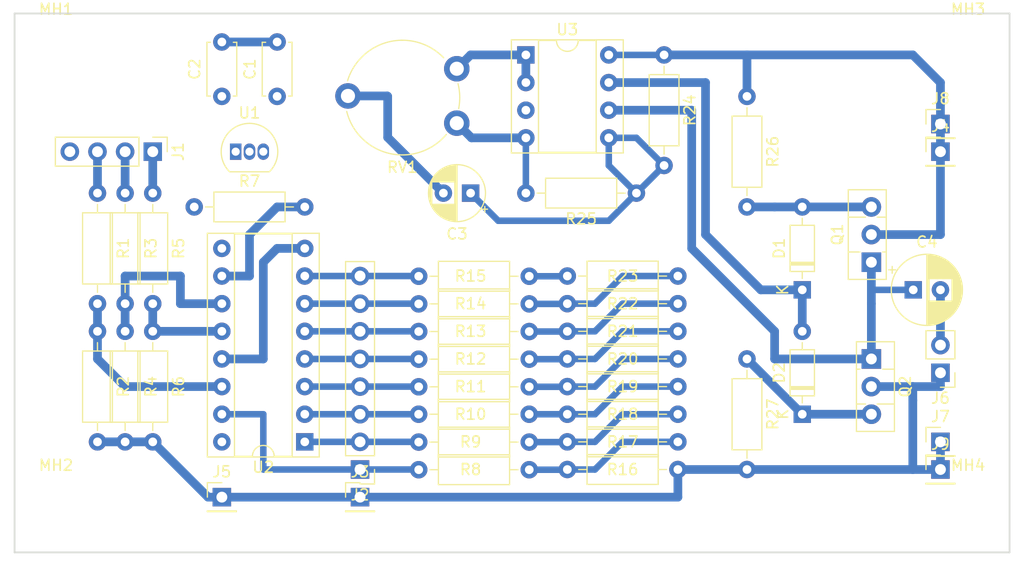
<source format=kicad_pcb>
(kicad_pcb (version 20171130) (host pcbnew "(5.0.0)")

  (general
    (thickness 1.6)
    (drawings 4)
    (tracks 146)
    (zones 0)
    (modules 52)
    (nets 36)
  )

  (page A4)
  (layers
    (0 F.Cu signal)
    (31 B.Cu signal)
    (32 B.Adhes user)
    (33 F.Adhes user)
    (34 B.Paste user)
    (35 F.Paste user)
    (36 B.SilkS user)
    (37 F.SilkS user)
    (38 B.Mask user)
    (39 F.Mask user)
    (40 Dwgs.User user)
    (41 Cmts.User user)
    (42 Eco1.User user)
    (43 Eco2.User user)
    (44 Edge.Cuts user)
    (45 Margin user)
    (46 B.CrtYd user)
    (47 F.CrtYd user)
    (48 B.Fab user)
    (49 F.Fab user)
  )

  (setup
    (last_trace_width 0.8)
    (user_trace_width 0.5)
    (user_trace_width 0.6)
    (user_trace_width 0.8)
    (user_trace_width 1)
    (user_trace_width 1.2)
    (trace_clearance 0.25)
    (zone_clearance 0.508)
    (zone_45_only no)
    (trace_min 0.2)
    (segment_width 0.2)
    (edge_width 0.15)
    (via_size 0.8)
    (via_drill 0.4)
    (via_min_size 0.4)
    (via_min_drill 0.3)
    (uvia_size 0.3)
    (uvia_drill 0.1)
    (uvias_allowed no)
    (uvia_min_size 0.2)
    (uvia_min_drill 0.1)
    (pcb_text_width 0.3)
    (pcb_text_size 1.5 1.5)
    (mod_edge_width 0.15)
    (mod_text_size 1 1)
    (mod_text_width 0.15)
    (pad_size 1.524 1.524)
    (pad_drill 0.762)
    (pad_to_mask_clearance 0.2)
    (aux_axis_origin 0 0)
    (visible_elements 7FFFFFFF)
    (pcbplotparams
      (layerselection 0x010fc_ffffffff)
      (usegerberextensions false)
      (usegerberattributes false)
      (usegerberadvancedattributes false)
      (creategerberjobfile false)
      (excludeedgelayer true)
      (linewidth 0.100000)
      (plotframeref false)
      (viasonmask false)
      (mode 1)
      (useauxorigin false)
      (hpglpennumber 1)
      (hpglpenspeed 20)
      (hpglpendiameter 15.000000)
      (psnegative false)
      (psa4output false)
      (plotreference true)
      (plotvalue true)
      (plotinvisibletext false)
      (padsonsilk false)
      (subtractmaskfromsilk false)
      (outputformat 1)
      (mirror false)
      (drillshape 1)
      (scaleselection 1)
      (outputdirectory ""))
  )

  (net 0 "")
  (net 1 VCC)
  (net 2 GND)
  (net 3 "Net-(C2-Pad1)")
  (net 4 "Net-(C3-Pad1)")
  (net 5 "Net-(C3-Pad2)")
  (net 6 "Net-(C4-Pad1)")
  (net 7 "Net-(C4-Pad2)")
  (net 8 "Net-(D1-Pad1)")
  (net 9 "Net-(D1-Pad2)")
  (net 10 "Net-(D2-Pad1)")
  (net 11 "Net-(J1-Pad1)")
  (net 12 "Net-(J1-Pad2)")
  (net 13 "Net-(J1-Pad3)")
  (net 14 "Net-(J2-Pad1)")
  (net 15 "Net-(J2-Pad2)")
  (net 16 "Net-(J2-Pad3)")
  (net 17 "Net-(J2-Pad4)")
  (net 18 "Net-(J2-Pad5)")
  (net 19 "Net-(J2-Pad6)")
  (net 20 "Net-(J2-Pad7)")
  (net 21 "Net-(J2-Pad8)")
  (net 22 "Net-(R1-Pad2)")
  (net 23 "Net-(R3-Pad2)")
  (net 24 "Net-(R5-Pad2)")
  (net 25 "Net-(R7-Pad2)")
  (net 26 "Net-(R16-Pad2)")
  (net 27 "Net-(R17-Pad2)")
  (net 28 "Net-(R10-Pad1)")
  (net 29 "Net-(R11-Pad1)")
  (net 30 "Net-(R12-Pad1)")
  (net 31 "Net-(R13-Pad1)")
  (net 32 "Net-(R14-Pad1)")
  (net 33 "Net-(R15-Pad1)")
  (net 34 "Net-(U2-Pad9)")
  (net 35 "Net-(RV1-Pad1)")

  (net_class Default "Это класс цепей по умолчанию."
    (clearance 0.25)
    (trace_width 0.25)
    (via_dia 0.8)
    (via_drill 0.4)
    (uvia_dia 0.3)
    (uvia_drill 0.1)
    (add_net GND)
    (add_net "Net-(C2-Pad1)")
    (add_net "Net-(C3-Pad1)")
    (add_net "Net-(C3-Pad2)")
    (add_net "Net-(C4-Pad1)")
    (add_net "Net-(C4-Pad2)")
    (add_net "Net-(D1-Pad1)")
    (add_net "Net-(D1-Pad2)")
    (add_net "Net-(D2-Pad1)")
    (add_net "Net-(J1-Pad1)")
    (add_net "Net-(J1-Pad2)")
    (add_net "Net-(J1-Pad3)")
    (add_net "Net-(J2-Pad1)")
    (add_net "Net-(J2-Pad2)")
    (add_net "Net-(J2-Pad3)")
    (add_net "Net-(J2-Pad4)")
    (add_net "Net-(J2-Pad5)")
    (add_net "Net-(J2-Pad6)")
    (add_net "Net-(J2-Pad7)")
    (add_net "Net-(J2-Pad8)")
    (add_net "Net-(R1-Pad2)")
    (add_net "Net-(R10-Pad1)")
    (add_net "Net-(R11-Pad1)")
    (add_net "Net-(R12-Pad1)")
    (add_net "Net-(R13-Pad1)")
    (add_net "Net-(R14-Pad1)")
    (add_net "Net-(R15-Pad1)")
    (add_net "Net-(R16-Pad2)")
    (add_net "Net-(R17-Pad2)")
    (add_net "Net-(R3-Pad2)")
    (add_net "Net-(R5-Pad2)")
    (add_net "Net-(R7-Pad2)")
    (add_net "Net-(RV1-Pad1)")
    (add_net "Net-(U2-Pad9)")
    (add_net VCC)
  )

  (module Capacitor_THT:C_Disc_D4.7mm_W2.5mm_P5.00mm (layer F.Cu) (tedit 5AE50EF0) (tstamp 5B89C6E2)
    (at 77.47 54.61 90)
    (descr "C, Disc series, Radial, pin pitch=5.00mm, , diameter*width=4.7*2.5mm^2, Capacitor, http://www.vishay.com/docs/45233/krseries.pdf")
    (tags "C Disc series Radial pin pitch 5.00mm  diameter 4.7mm width 2.5mm Capacitor")
    (path /5B7EB281)
    (fp_text reference C1 (at 2.5 -2.5 90) (layer F.SilkS)
      (effects (font (size 1 1) (thickness 0.15)))
    )
    (fp_text value 0,33uF (at 2.5 2.5 90) (layer F.Fab)
      (effects (font (size 1 1) (thickness 0.15)))
    )
    (fp_line (start 0.15 -1.25) (end 0.15 1.25) (layer F.Fab) (width 0.1))
    (fp_line (start 0.15 1.25) (end 4.85 1.25) (layer F.Fab) (width 0.1))
    (fp_line (start 4.85 1.25) (end 4.85 -1.25) (layer F.Fab) (width 0.1))
    (fp_line (start 4.85 -1.25) (end 0.15 -1.25) (layer F.Fab) (width 0.1))
    (fp_line (start 0.03 -1.37) (end 4.97 -1.37) (layer F.SilkS) (width 0.12))
    (fp_line (start 0.03 1.37) (end 4.97 1.37) (layer F.SilkS) (width 0.12))
    (fp_line (start 0.03 -1.37) (end 0.03 -1.055) (layer F.SilkS) (width 0.12))
    (fp_line (start 0.03 1.055) (end 0.03 1.37) (layer F.SilkS) (width 0.12))
    (fp_line (start 4.97 -1.37) (end 4.97 -1.055) (layer F.SilkS) (width 0.12))
    (fp_line (start 4.97 1.055) (end 4.97 1.37) (layer F.SilkS) (width 0.12))
    (fp_line (start -1.05 -1.5) (end -1.05 1.5) (layer F.CrtYd) (width 0.05))
    (fp_line (start -1.05 1.5) (end 6.05 1.5) (layer F.CrtYd) (width 0.05))
    (fp_line (start 6.05 1.5) (end 6.05 -1.5) (layer F.CrtYd) (width 0.05))
    (fp_line (start 6.05 -1.5) (end -1.05 -1.5) (layer F.CrtYd) (width 0.05))
    (fp_text user %R (at 2.5 0 90) (layer F.Fab)
      (effects (font (size 0.94 0.94) (thickness 0.141)))
    )
    (pad 1 thru_hole circle (at 0 0 90) (size 1.6 1.6) (drill 0.8) (layers *.Cu *.Mask)
      (net 1 VCC))
    (pad 2 thru_hole circle (at 5 0 90) (size 1.6 1.6) (drill 0.8) (layers *.Cu *.Mask)
      (net 2 GND))
    (model ${KISYS3DMOD}/Capacitor_THT.3dshapes/C_Disc_D4.7mm_W2.5mm_P5.00mm.wrl
      (at (xyz 0 0 0))
      (scale (xyz 1 1 1))
      (rotate (xyz 0 0 0))
    )
  )

  (module Capacitor_THT:C_Disc_D4.7mm_W2.5mm_P5.00mm (layer F.Cu) (tedit 5AE50EF0) (tstamp 5B89C6F7)
    (at 72.39 54.61 90)
    (descr "C, Disc series, Radial, pin pitch=5.00mm, , diameter*width=4.7*2.5mm^2, Capacitor, http://www.vishay.com/docs/45233/krseries.pdf")
    (tags "C Disc series Radial pin pitch 5.00mm  diameter 4.7mm width 2.5mm Capacitor")
    (path /5B7EB1EF)
    (fp_text reference C2 (at 2.5 -2.5 90) (layer F.SilkS)
      (effects (font (size 1 1) (thickness 0.15)))
    )
    (fp_text value 0,1uF (at 2.5 2.5 90) (layer F.Fab)
      (effects (font (size 1 1) (thickness 0.15)))
    )
    (fp_text user %R (at 2.5 0 90) (layer F.Fab)
      (effects (font (size 0.94 0.94) (thickness 0.141)))
    )
    (fp_line (start 6.05 -1.5) (end -1.05 -1.5) (layer F.CrtYd) (width 0.05))
    (fp_line (start 6.05 1.5) (end 6.05 -1.5) (layer F.CrtYd) (width 0.05))
    (fp_line (start -1.05 1.5) (end 6.05 1.5) (layer F.CrtYd) (width 0.05))
    (fp_line (start -1.05 -1.5) (end -1.05 1.5) (layer F.CrtYd) (width 0.05))
    (fp_line (start 4.97 1.055) (end 4.97 1.37) (layer F.SilkS) (width 0.12))
    (fp_line (start 4.97 -1.37) (end 4.97 -1.055) (layer F.SilkS) (width 0.12))
    (fp_line (start 0.03 1.055) (end 0.03 1.37) (layer F.SilkS) (width 0.12))
    (fp_line (start 0.03 -1.37) (end 0.03 -1.055) (layer F.SilkS) (width 0.12))
    (fp_line (start 0.03 1.37) (end 4.97 1.37) (layer F.SilkS) (width 0.12))
    (fp_line (start 0.03 -1.37) (end 4.97 -1.37) (layer F.SilkS) (width 0.12))
    (fp_line (start 4.85 -1.25) (end 0.15 -1.25) (layer F.Fab) (width 0.1))
    (fp_line (start 4.85 1.25) (end 4.85 -1.25) (layer F.Fab) (width 0.1))
    (fp_line (start 0.15 1.25) (end 4.85 1.25) (layer F.Fab) (width 0.1))
    (fp_line (start 0.15 -1.25) (end 0.15 1.25) (layer F.Fab) (width 0.1))
    (pad 2 thru_hole circle (at 5 0 90) (size 1.6 1.6) (drill 0.8) (layers *.Cu *.Mask)
      (net 2 GND))
    (pad 1 thru_hole circle (at 0 0 90) (size 1.6 1.6) (drill 0.8) (layers *.Cu *.Mask)
      (net 3 "Net-(C2-Pad1)"))
    (model ${KISYS3DMOD}/Capacitor_THT.3dshapes/C_Disc_D4.7mm_W2.5mm_P5.00mm.wrl
      (at (xyz 0 0 0))
      (scale (xyz 1 1 1))
      (rotate (xyz 0 0 0))
    )
  )

  (module Capacitor_THT:CP_Radial_D5.0mm_P2.50mm (layer F.Cu) (tedit 5AE50EF0) (tstamp 5B89C77B)
    (at 95.25 63.5 180)
    (descr "CP, Radial series, Radial, pin pitch=2.50mm, , diameter=5mm, Electrolytic Capacitor")
    (tags "CP Radial series Radial pin pitch 2.50mm  diameter 5mm Electrolytic Capacitor")
    (path /5B7EF2B4)
    (fp_text reference C3 (at 1.25 -3.75 180) (layer F.SilkS)
      (effects (font (size 1 1) (thickness 0.15)))
    )
    (fp_text value 20uF (at 1.25 3.75 180) (layer F.Fab)
      (effects (font (size 1 1) (thickness 0.15)))
    )
    (fp_circle (center 1.25 0) (end 3.75 0) (layer F.Fab) (width 0.1))
    (fp_circle (center 1.25 0) (end 3.87 0) (layer F.SilkS) (width 0.12))
    (fp_circle (center 1.25 0) (end 4 0) (layer F.CrtYd) (width 0.05))
    (fp_line (start -0.883605 -1.0875) (end -0.383605 -1.0875) (layer F.Fab) (width 0.1))
    (fp_line (start -0.633605 -1.3375) (end -0.633605 -0.8375) (layer F.Fab) (width 0.1))
    (fp_line (start 1.25 -2.58) (end 1.25 2.58) (layer F.SilkS) (width 0.12))
    (fp_line (start 1.29 -2.58) (end 1.29 2.58) (layer F.SilkS) (width 0.12))
    (fp_line (start 1.33 -2.579) (end 1.33 2.579) (layer F.SilkS) (width 0.12))
    (fp_line (start 1.37 -2.578) (end 1.37 2.578) (layer F.SilkS) (width 0.12))
    (fp_line (start 1.41 -2.576) (end 1.41 2.576) (layer F.SilkS) (width 0.12))
    (fp_line (start 1.45 -2.573) (end 1.45 2.573) (layer F.SilkS) (width 0.12))
    (fp_line (start 1.49 -2.569) (end 1.49 -1.04) (layer F.SilkS) (width 0.12))
    (fp_line (start 1.49 1.04) (end 1.49 2.569) (layer F.SilkS) (width 0.12))
    (fp_line (start 1.53 -2.565) (end 1.53 -1.04) (layer F.SilkS) (width 0.12))
    (fp_line (start 1.53 1.04) (end 1.53 2.565) (layer F.SilkS) (width 0.12))
    (fp_line (start 1.57 -2.561) (end 1.57 -1.04) (layer F.SilkS) (width 0.12))
    (fp_line (start 1.57 1.04) (end 1.57 2.561) (layer F.SilkS) (width 0.12))
    (fp_line (start 1.61 -2.556) (end 1.61 -1.04) (layer F.SilkS) (width 0.12))
    (fp_line (start 1.61 1.04) (end 1.61 2.556) (layer F.SilkS) (width 0.12))
    (fp_line (start 1.65 -2.55) (end 1.65 -1.04) (layer F.SilkS) (width 0.12))
    (fp_line (start 1.65 1.04) (end 1.65 2.55) (layer F.SilkS) (width 0.12))
    (fp_line (start 1.69 -2.543) (end 1.69 -1.04) (layer F.SilkS) (width 0.12))
    (fp_line (start 1.69 1.04) (end 1.69 2.543) (layer F.SilkS) (width 0.12))
    (fp_line (start 1.73 -2.536) (end 1.73 -1.04) (layer F.SilkS) (width 0.12))
    (fp_line (start 1.73 1.04) (end 1.73 2.536) (layer F.SilkS) (width 0.12))
    (fp_line (start 1.77 -2.528) (end 1.77 -1.04) (layer F.SilkS) (width 0.12))
    (fp_line (start 1.77 1.04) (end 1.77 2.528) (layer F.SilkS) (width 0.12))
    (fp_line (start 1.81 -2.52) (end 1.81 -1.04) (layer F.SilkS) (width 0.12))
    (fp_line (start 1.81 1.04) (end 1.81 2.52) (layer F.SilkS) (width 0.12))
    (fp_line (start 1.85 -2.511) (end 1.85 -1.04) (layer F.SilkS) (width 0.12))
    (fp_line (start 1.85 1.04) (end 1.85 2.511) (layer F.SilkS) (width 0.12))
    (fp_line (start 1.89 -2.501) (end 1.89 -1.04) (layer F.SilkS) (width 0.12))
    (fp_line (start 1.89 1.04) (end 1.89 2.501) (layer F.SilkS) (width 0.12))
    (fp_line (start 1.93 -2.491) (end 1.93 -1.04) (layer F.SilkS) (width 0.12))
    (fp_line (start 1.93 1.04) (end 1.93 2.491) (layer F.SilkS) (width 0.12))
    (fp_line (start 1.971 -2.48) (end 1.971 -1.04) (layer F.SilkS) (width 0.12))
    (fp_line (start 1.971 1.04) (end 1.971 2.48) (layer F.SilkS) (width 0.12))
    (fp_line (start 2.011 -2.468) (end 2.011 -1.04) (layer F.SilkS) (width 0.12))
    (fp_line (start 2.011 1.04) (end 2.011 2.468) (layer F.SilkS) (width 0.12))
    (fp_line (start 2.051 -2.455) (end 2.051 -1.04) (layer F.SilkS) (width 0.12))
    (fp_line (start 2.051 1.04) (end 2.051 2.455) (layer F.SilkS) (width 0.12))
    (fp_line (start 2.091 -2.442) (end 2.091 -1.04) (layer F.SilkS) (width 0.12))
    (fp_line (start 2.091 1.04) (end 2.091 2.442) (layer F.SilkS) (width 0.12))
    (fp_line (start 2.131 -2.428) (end 2.131 -1.04) (layer F.SilkS) (width 0.12))
    (fp_line (start 2.131 1.04) (end 2.131 2.428) (layer F.SilkS) (width 0.12))
    (fp_line (start 2.171 -2.414) (end 2.171 -1.04) (layer F.SilkS) (width 0.12))
    (fp_line (start 2.171 1.04) (end 2.171 2.414) (layer F.SilkS) (width 0.12))
    (fp_line (start 2.211 -2.398) (end 2.211 -1.04) (layer F.SilkS) (width 0.12))
    (fp_line (start 2.211 1.04) (end 2.211 2.398) (layer F.SilkS) (width 0.12))
    (fp_line (start 2.251 -2.382) (end 2.251 -1.04) (layer F.SilkS) (width 0.12))
    (fp_line (start 2.251 1.04) (end 2.251 2.382) (layer F.SilkS) (width 0.12))
    (fp_line (start 2.291 -2.365) (end 2.291 -1.04) (layer F.SilkS) (width 0.12))
    (fp_line (start 2.291 1.04) (end 2.291 2.365) (layer F.SilkS) (width 0.12))
    (fp_line (start 2.331 -2.348) (end 2.331 -1.04) (layer F.SilkS) (width 0.12))
    (fp_line (start 2.331 1.04) (end 2.331 2.348) (layer F.SilkS) (width 0.12))
    (fp_line (start 2.371 -2.329) (end 2.371 -1.04) (layer F.SilkS) (width 0.12))
    (fp_line (start 2.371 1.04) (end 2.371 2.329) (layer F.SilkS) (width 0.12))
    (fp_line (start 2.411 -2.31) (end 2.411 -1.04) (layer F.SilkS) (width 0.12))
    (fp_line (start 2.411 1.04) (end 2.411 2.31) (layer F.SilkS) (width 0.12))
    (fp_line (start 2.451 -2.29) (end 2.451 -1.04) (layer F.SilkS) (width 0.12))
    (fp_line (start 2.451 1.04) (end 2.451 2.29) (layer F.SilkS) (width 0.12))
    (fp_line (start 2.491 -2.268) (end 2.491 -1.04) (layer F.SilkS) (width 0.12))
    (fp_line (start 2.491 1.04) (end 2.491 2.268) (layer F.SilkS) (width 0.12))
    (fp_line (start 2.531 -2.247) (end 2.531 -1.04) (layer F.SilkS) (width 0.12))
    (fp_line (start 2.531 1.04) (end 2.531 2.247) (layer F.SilkS) (width 0.12))
    (fp_line (start 2.571 -2.224) (end 2.571 -1.04) (layer F.SilkS) (width 0.12))
    (fp_line (start 2.571 1.04) (end 2.571 2.224) (layer F.SilkS) (width 0.12))
    (fp_line (start 2.611 -2.2) (end 2.611 -1.04) (layer F.SilkS) (width 0.12))
    (fp_line (start 2.611 1.04) (end 2.611 2.2) (layer F.SilkS) (width 0.12))
    (fp_line (start 2.651 -2.175) (end 2.651 -1.04) (layer F.SilkS) (width 0.12))
    (fp_line (start 2.651 1.04) (end 2.651 2.175) (layer F.SilkS) (width 0.12))
    (fp_line (start 2.691 -2.149) (end 2.691 -1.04) (layer F.SilkS) (width 0.12))
    (fp_line (start 2.691 1.04) (end 2.691 2.149) (layer F.SilkS) (width 0.12))
    (fp_line (start 2.731 -2.122) (end 2.731 -1.04) (layer F.SilkS) (width 0.12))
    (fp_line (start 2.731 1.04) (end 2.731 2.122) (layer F.SilkS) (width 0.12))
    (fp_line (start 2.771 -2.095) (end 2.771 -1.04) (layer F.SilkS) (width 0.12))
    (fp_line (start 2.771 1.04) (end 2.771 2.095) (layer F.SilkS) (width 0.12))
    (fp_line (start 2.811 -2.065) (end 2.811 -1.04) (layer F.SilkS) (width 0.12))
    (fp_line (start 2.811 1.04) (end 2.811 2.065) (layer F.SilkS) (width 0.12))
    (fp_line (start 2.851 -2.035) (end 2.851 -1.04) (layer F.SilkS) (width 0.12))
    (fp_line (start 2.851 1.04) (end 2.851 2.035) (layer F.SilkS) (width 0.12))
    (fp_line (start 2.891 -2.004) (end 2.891 -1.04) (layer F.SilkS) (width 0.12))
    (fp_line (start 2.891 1.04) (end 2.891 2.004) (layer F.SilkS) (width 0.12))
    (fp_line (start 2.931 -1.971) (end 2.931 -1.04) (layer F.SilkS) (width 0.12))
    (fp_line (start 2.931 1.04) (end 2.931 1.971) (layer F.SilkS) (width 0.12))
    (fp_line (start 2.971 -1.937) (end 2.971 -1.04) (layer F.SilkS) (width 0.12))
    (fp_line (start 2.971 1.04) (end 2.971 1.937) (layer F.SilkS) (width 0.12))
    (fp_line (start 3.011 -1.901) (end 3.011 -1.04) (layer F.SilkS) (width 0.12))
    (fp_line (start 3.011 1.04) (end 3.011 1.901) (layer F.SilkS) (width 0.12))
    (fp_line (start 3.051 -1.864) (end 3.051 -1.04) (layer F.SilkS) (width 0.12))
    (fp_line (start 3.051 1.04) (end 3.051 1.864) (layer F.SilkS) (width 0.12))
    (fp_line (start 3.091 -1.826) (end 3.091 -1.04) (layer F.SilkS) (width 0.12))
    (fp_line (start 3.091 1.04) (end 3.091 1.826) (layer F.SilkS) (width 0.12))
    (fp_line (start 3.131 -1.785) (end 3.131 -1.04) (layer F.SilkS) (width 0.12))
    (fp_line (start 3.131 1.04) (end 3.131 1.785) (layer F.SilkS) (width 0.12))
    (fp_line (start 3.171 -1.743) (end 3.171 -1.04) (layer F.SilkS) (width 0.12))
    (fp_line (start 3.171 1.04) (end 3.171 1.743) (layer F.SilkS) (width 0.12))
    (fp_line (start 3.211 -1.699) (end 3.211 -1.04) (layer F.SilkS) (width 0.12))
    (fp_line (start 3.211 1.04) (end 3.211 1.699) (layer F.SilkS) (width 0.12))
    (fp_line (start 3.251 -1.653) (end 3.251 -1.04) (layer F.SilkS) (width 0.12))
    (fp_line (start 3.251 1.04) (end 3.251 1.653) (layer F.SilkS) (width 0.12))
    (fp_line (start 3.291 -1.605) (end 3.291 -1.04) (layer F.SilkS) (width 0.12))
    (fp_line (start 3.291 1.04) (end 3.291 1.605) (layer F.SilkS) (width 0.12))
    (fp_line (start 3.331 -1.554) (end 3.331 -1.04) (layer F.SilkS) (width 0.12))
    (fp_line (start 3.331 1.04) (end 3.331 1.554) (layer F.SilkS) (width 0.12))
    (fp_line (start 3.371 -1.5) (end 3.371 -1.04) (layer F.SilkS) (width 0.12))
    (fp_line (start 3.371 1.04) (end 3.371 1.5) (layer F.SilkS) (width 0.12))
    (fp_line (start 3.411 -1.443) (end 3.411 -1.04) (layer F.SilkS) (width 0.12))
    (fp_line (start 3.411 1.04) (end 3.411 1.443) (layer F.SilkS) (width 0.12))
    (fp_line (start 3.451 -1.383) (end 3.451 -1.04) (layer F.SilkS) (width 0.12))
    (fp_line (start 3.451 1.04) (end 3.451 1.383) (layer F.SilkS) (width 0.12))
    (fp_line (start 3.491 -1.319) (end 3.491 -1.04) (layer F.SilkS) (width 0.12))
    (fp_line (start 3.491 1.04) (end 3.491 1.319) (layer F.SilkS) (width 0.12))
    (fp_line (start 3.531 -1.251) (end 3.531 -1.04) (layer F.SilkS) (width 0.12))
    (fp_line (start 3.531 1.04) (end 3.531 1.251) (layer F.SilkS) (width 0.12))
    (fp_line (start 3.571 -1.178) (end 3.571 1.178) (layer F.SilkS) (width 0.12))
    (fp_line (start 3.611 -1.098) (end 3.611 1.098) (layer F.SilkS) (width 0.12))
    (fp_line (start 3.651 -1.011) (end 3.651 1.011) (layer F.SilkS) (width 0.12))
    (fp_line (start 3.691 -0.915) (end 3.691 0.915) (layer F.SilkS) (width 0.12))
    (fp_line (start 3.731 -0.805) (end 3.731 0.805) (layer F.SilkS) (width 0.12))
    (fp_line (start 3.771 -0.677) (end 3.771 0.677) (layer F.SilkS) (width 0.12))
    (fp_line (start 3.811 -0.518) (end 3.811 0.518) (layer F.SilkS) (width 0.12))
    (fp_line (start 3.851 -0.284) (end 3.851 0.284) (layer F.SilkS) (width 0.12))
    (fp_line (start -1.554775 -1.475) (end -1.054775 -1.475) (layer F.SilkS) (width 0.12))
    (fp_line (start -1.304775 -1.725) (end -1.304775 -1.225) (layer F.SilkS) (width 0.12))
    (fp_text user %R (at 1.25 0 180) (layer F.Fab)
      (effects (font (size 1 1) (thickness 0.15)))
    )
    (pad 1 thru_hole rect (at 0 0 180) (size 1.6 1.6) (drill 0.8) (layers *.Cu *.Mask)
      (net 4 "Net-(C3-Pad1)"))
    (pad 2 thru_hole circle (at 2.5 0 180) (size 1.6 1.6) (drill 0.8) (layers *.Cu *.Mask)
      (net 5 "Net-(C3-Pad2)"))
    (model ${KISYS3DMOD}/Capacitor_THT.3dshapes/CP_Radial_D5.0mm_P2.50mm.wrl
      (at (xyz 0 0 0))
      (scale (xyz 1 1 1))
      (rotate (xyz 0 0 0))
    )
  )

  (module Capacitor_THT:CP_Radial_D6.3mm_P2.50mm (layer F.Cu) (tedit 5AE50EF0) (tstamp 5B89C80F)
    (at 135.93 72.39)
    (descr "CP, Radial series, Radial, pin pitch=2.50mm, , diameter=6.3mm, Electrolytic Capacitor")
    (tags "CP Radial series Radial pin pitch 2.50mm  diameter 6.3mm Electrolytic Capacitor")
    (path /5B842E4D)
    (fp_text reference C4 (at 1.25 -4.4) (layer F.SilkS)
      (effects (font (size 1 1) (thickness 0.15)))
    )
    (fp_text value 220uF (at 1.25 4.4) (layer F.Fab)
      (effects (font (size 1 1) (thickness 0.15)))
    )
    (fp_circle (center 1.25 0) (end 4.4 0) (layer F.Fab) (width 0.1))
    (fp_circle (center 1.25 0) (end 4.52 0) (layer F.SilkS) (width 0.12))
    (fp_circle (center 1.25 0) (end 4.65 0) (layer F.CrtYd) (width 0.05))
    (fp_line (start -1.443972 -1.3735) (end -0.813972 -1.3735) (layer F.Fab) (width 0.1))
    (fp_line (start -1.128972 -1.6885) (end -1.128972 -1.0585) (layer F.Fab) (width 0.1))
    (fp_line (start 1.25 -3.23) (end 1.25 3.23) (layer F.SilkS) (width 0.12))
    (fp_line (start 1.29 -3.23) (end 1.29 3.23) (layer F.SilkS) (width 0.12))
    (fp_line (start 1.33 -3.23) (end 1.33 3.23) (layer F.SilkS) (width 0.12))
    (fp_line (start 1.37 -3.228) (end 1.37 3.228) (layer F.SilkS) (width 0.12))
    (fp_line (start 1.41 -3.227) (end 1.41 3.227) (layer F.SilkS) (width 0.12))
    (fp_line (start 1.45 -3.224) (end 1.45 3.224) (layer F.SilkS) (width 0.12))
    (fp_line (start 1.49 -3.222) (end 1.49 -1.04) (layer F.SilkS) (width 0.12))
    (fp_line (start 1.49 1.04) (end 1.49 3.222) (layer F.SilkS) (width 0.12))
    (fp_line (start 1.53 -3.218) (end 1.53 -1.04) (layer F.SilkS) (width 0.12))
    (fp_line (start 1.53 1.04) (end 1.53 3.218) (layer F.SilkS) (width 0.12))
    (fp_line (start 1.57 -3.215) (end 1.57 -1.04) (layer F.SilkS) (width 0.12))
    (fp_line (start 1.57 1.04) (end 1.57 3.215) (layer F.SilkS) (width 0.12))
    (fp_line (start 1.61 -3.211) (end 1.61 -1.04) (layer F.SilkS) (width 0.12))
    (fp_line (start 1.61 1.04) (end 1.61 3.211) (layer F.SilkS) (width 0.12))
    (fp_line (start 1.65 -3.206) (end 1.65 -1.04) (layer F.SilkS) (width 0.12))
    (fp_line (start 1.65 1.04) (end 1.65 3.206) (layer F.SilkS) (width 0.12))
    (fp_line (start 1.69 -3.201) (end 1.69 -1.04) (layer F.SilkS) (width 0.12))
    (fp_line (start 1.69 1.04) (end 1.69 3.201) (layer F.SilkS) (width 0.12))
    (fp_line (start 1.73 -3.195) (end 1.73 -1.04) (layer F.SilkS) (width 0.12))
    (fp_line (start 1.73 1.04) (end 1.73 3.195) (layer F.SilkS) (width 0.12))
    (fp_line (start 1.77 -3.189) (end 1.77 -1.04) (layer F.SilkS) (width 0.12))
    (fp_line (start 1.77 1.04) (end 1.77 3.189) (layer F.SilkS) (width 0.12))
    (fp_line (start 1.81 -3.182) (end 1.81 -1.04) (layer F.SilkS) (width 0.12))
    (fp_line (start 1.81 1.04) (end 1.81 3.182) (layer F.SilkS) (width 0.12))
    (fp_line (start 1.85 -3.175) (end 1.85 -1.04) (layer F.SilkS) (width 0.12))
    (fp_line (start 1.85 1.04) (end 1.85 3.175) (layer F.SilkS) (width 0.12))
    (fp_line (start 1.89 -3.167) (end 1.89 -1.04) (layer F.SilkS) (width 0.12))
    (fp_line (start 1.89 1.04) (end 1.89 3.167) (layer F.SilkS) (width 0.12))
    (fp_line (start 1.93 -3.159) (end 1.93 -1.04) (layer F.SilkS) (width 0.12))
    (fp_line (start 1.93 1.04) (end 1.93 3.159) (layer F.SilkS) (width 0.12))
    (fp_line (start 1.971 -3.15) (end 1.971 -1.04) (layer F.SilkS) (width 0.12))
    (fp_line (start 1.971 1.04) (end 1.971 3.15) (layer F.SilkS) (width 0.12))
    (fp_line (start 2.011 -3.141) (end 2.011 -1.04) (layer F.SilkS) (width 0.12))
    (fp_line (start 2.011 1.04) (end 2.011 3.141) (layer F.SilkS) (width 0.12))
    (fp_line (start 2.051 -3.131) (end 2.051 -1.04) (layer F.SilkS) (width 0.12))
    (fp_line (start 2.051 1.04) (end 2.051 3.131) (layer F.SilkS) (width 0.12))
    (fp_line (start 2.091 -3.121) (end 2.091 -1.04) (layer F.SilkS) (width 0.12))
    (fp_line (start 2.091 1.04) (end 2.091 3.121) (layer F.SilkS) (width 0.12))
    (fp_line (start 2.131 -3.11) (end 2.131 -1.04) (layer F.SilkS) (width 0.12))
    (fp_line (start 2.131 1.04) (end 2.131 3.11) (layer F.SilkS) (width 0.12))
    (fp_line (start 2.171 -3.098) (end 2.171 -1.04) (layer F.SilkS) (width 0.12))
    (fp_line (start 2.171 1.04) (end 2.171 3.098) (layer F.SilkS) (width 0.12))
    (fp_line (start 2.211 -3.086) (end 2.211 -1.04) (layer F.SilkS) (width 0.12))
    (fp_line (start 2.211 1.04) (end 2.211 3.086) (layer F.SilkS) (width 0.12))
    (fp_line (start 2.251 -3.074) (end 2.251 -1.04) (layer F.SilkS) (width 0.12))
    (fp_line (start 2.251 1.04) (end 2.251 3.074) (layer F.SilkS) (width 0.12))
    (fp_line (start 2.291 -3.061) (end 2.291 -1.04) (layer F.SilkS) (width 0.12))
    (fp_line (start 2.291 1.04) (end 2.291 3.061) (layer F.SilkS) (width 0.12))
    (fp_line (start 2.331 -3.047) (end 2.331 -1.04) (layer F.SilkS) (width 0.12))
    (fp_line (start 2.331 1.04) (end 2.331 3.047) (layer F.SilkS) (width 0.12))
    (fp_line (start 2.371 -3.033) (end 2.371 -1.04) (layer F.SilkS) (width 0.12))
    (fp_line (start 2.371 1.04) (end 2.371 3.033) (layer F.SilkS) (width 0.12))
    (fp_line (start 2.411 -3.018) (end 2.411 -1.04) (layer F.SilkS) (width 0.12))
    (fp_line (start 2.411 1.04) (end 2.411 3.018) (layer F.SilkS) (width 0.12))
    (fp_line (start 2.451 -3.002) (end 2.451 -1.04) (layer F.SilkS) (width 0.12))
    (fp_line (start 2.451 1.04) (end 2.451 3.002) (layer F.SilkS) (width 0.12))
    (fp_line (start 2.491 -2.986) (end 2.491 -1.04) (layer F.SilkS) (width 0.12))
    (fp_line (start 2.491 1.04) (end 2.491 2.986) (layer F.SilkS) (width 0.12))
    (fp_line (start 2.531 -2.97) (end 2.531 -1.04) (layer F.SilkS) (width 0.12))
    (fp_line (start 2.531 1.04) (end 2.531 2.97) (layer F.SilkS) (width 0.12))
    (fp_line (start 2.571 -2.952) (end 2.571 -1.04) (layer F.SilkS) (width 0.12))
    (fp_line (start 2.571 1.04) (end 2.571 2.952) (layer F.SilkS) (width 0.12))
    (fp_line (start 2.611 -2.934) (end 2.611 -1.04) (layer F.SilkS) (width 0.12))
    (fp_line (start 2.611 1.04) (end 2.611 2.934) (layer F.SilkS) (width 0.12))
    (fp_line (start 2.651 -2.916) (end 2.651 -1.04) (layer F.SilkS) (width 0.12))
    (fp_line (start 2.651 1.04) (end 2.651 2.916) (layer F.SilkS) (width 0.12))
    (fp_line (start 2.691 -2.896) (end 2.691 -1.04) (layer F.SilkS) (width 0.12))
    (fp_line (start 2.691 1.04) (end 2.691 2.896) (layer F.SilkS) (width 0.12))
    (fp_line (start 2.731 -2.876) (end 2.731 -1.04) (layer F.SilkS) (width 0.12))
    (fp_line (start 2.731 1.04) (end 2.731 2.876) (layer F.SilkS) (width 0.12))
    (fp_line (start 2.771 -2.856) (end 2.771 -1.04) (layer F.SilkS) (width 0.12))
    (fp_line (start 2.771 1.04) (end 2.771 2.856) (layer F.SilkS) (width 0.12))
    (fp_line (start 2.811 -2.834) (end 2.811 -1.04) (layer F.SilkS) (width 0.12))
    (fp_line (start 2.811 1.04) (end 2.811 2.834) (layer F.SilkS) (width 0.12))
    (fp_line (start 2.851 -2.812) (end 2.851 -1.04) (layer F.SilkS) (width 0.12))
    (fp_line (start 2.851 1.04) (end 2.851 2.812) (layer F.SilkS) (width 0.12))
    (fp_line (start 2.891 -2.79) (end 2.891 -1.04) (layer F.SilkS) (width 0.12))
    (fp_line (start 2.891 1.04) (end 2.891 2.79) (layer F.SilkS) (width 0.12))
    (fp_line (start 2.931 -2.766) (end 2.931 -1.04) (layer F.SilkS) (width 0.12))
    (fp_line (start 2.931 1.04) (end 2.931 2.766) (layer F.SilkS) (width 0.12))
    (fp_line (start 2.971 -2.742) (end 2.971 -1.04) (layer F.SilkS) (width 0.12))
    (fp_line (start 2.971 1.04) (end 2.971 2.742) (layer F.SilkS) (width 0.12))
    (fp_line (start 3.011 -2.716) (end 3.011 -1.04) (layer F.SilkS) (width 0.12))
    (fp_line (start 3.011 1.04) (end 3.011 2.716) (layer F.SilkS) (width 0.12))
    (fp_line (start 3.051 -2.69) (end 3.051 -1.04) (layer F.SilkS) (width 0.12))
    (fp_line (start 3.051 1.04) (end 3.051 2.69) (layer F.SilkS) (width 0.12))
    (fp_line (start 3.091 -2.664) (end 3.091 -1.04) (layer F.SilkS) (width 0.12))
    (fp_line (start 3.091 1.04) (end 3.091 2.664) (layer F.SilkS) (width 0.12))
    (fp_line (start 3.131 -2.636) (end 3.131 -1.04) (layer F.SilkS) (width 0.12))
    (fp_line (start 3.131 1.04) (end 3.131 2.636) (layer F.SilkS) (width 0.12))
    (fp_line (start 3.171 -2.607) (end 3.171 -1.04) (layer F.SilkS) (width 0.12))
    (fp_line (start 3.171 1.04) (end 3.171 2.607) (layer F.SilkS) (width 0.12))
    (fp_line (start 3.211 -2.578) (end 3.211 -1.04) (layer F.SilkS) (width 0.12))
    (fp_line (start 3.211 1.04) (end 3.211 2.578) (layer F.SilkS) (width 0.12))
    (fp_line (start 3.251 -2.548) (end 3.251 -1.04) (layer F.SilkS) (width 0.12))
    (fp_line (start 3.251 1.04) (end 3.251 2.548) (layer F.SilkS) (width 0.12))
    (fp_line (start 3.291 -2.516) (end 3.291 -1.04) (layer F.SilkS) (width 0.12))
    (fp_line (start 3.291 1.04) (end 3.291 2.516) (layer F.SilkS) (width 0.12))
    (fp_line (start 3.331 -2.484) (end 3.331 -1.04) (layer F.SilkS) (width 0.12))
    (fp_line (start 3.331 1.04) (end 3.331 2.484) (layer F.SilkS) (width 0.12))
    (fp_line (start 3.371 -2.45) (end 3.371 -1.04) (layer F.SilkS) (width 0.12))
    (fp_line (start 3.371 1.04) (end 3.371 2.45) (layer F.SilkS) (width 0.12))
    (fp_line (start 3.411 -2.416) (end 3.411 -1.04) (layer F.SilkS) (width 0.12))
    (fp_line (start 3.411 1.04) (end 3.411 2.416) (layer F.SilkS) (width 0.12))
    (fp_line (start 3.451 -2.38) (end 3.451 -1.04) (layer F.SilkS) (width 0.12))
    (fp_line (start 3.451 1.04) (end 3.451 2.38) (layer F.SilkS) (width 0.12))
    (fp_line (start 3.491 -2.343) (end 3.491 -1.04) (layer F.SilkS) (width 0.12))
    (fp_line (start 3.491 1.04) (end 3.491 2.343) (layer F.SilkS) (width 0.12))
    (fp_line (start 3.531 -2.305) (end 3.531 -1.04) (layer F.SilkS) (width 0.12))
    (fp_line (start 3.531 1.04) (end 3.531 2.305) (layer F.SilkS) (width 0.12))
    (fp_line (start 3.571 -2.265) (end 3.571 2.265) (layer F.SilkS) (width 0.12))
    (fp_line (start 3.611 -2.224) (end 3.611 2.224) (layer F.SilkS) (width 0.12))
    (fp_line (start 3.651 -2.182) (end 3.651 2.182) (layer F.SilkS) (width 0.12))
    (fp_line (start 3.691 -2.137) (end 3.691 2.137) (layer F.SilkS) (width 0.12))
    (fp_line (start 3.731 -2.092) (end 3.731 2.092) (layer F.SilkS) (width 0.12))
    (fp_line (start 3.771 -2.044) (end 3.771 2.044) (layer F.SilkS) (width 0.12))
    (fp_line (start 3.811 -1.995) (end 3.811 1.995) (layer F.SilkS) (width 0.12))
    (fp_line (start 3.851 -1.944) (end 3.851 1.944) (layer F.SilkS) (width 0.12))
    (fp_line (start 3.891 -1.89) (end 3.891 1.89) (layer F.SilkS) (width 0.12))
    (fp_line (start 3.931 -1.834) (end 3.931 1.834) (layer F.SilkS) (width 0.12))
    (fp_line (start 3.971 -1.776) (end 3.971 1.776) (layer F.SilkS) (width 0.12))
    (fp_line (start 4.011 -1.714) (end 4.011 1.714) (layer F.SilkS) (width 0.12))
    (fp_line (start 4.051 -1.65) (end 4.051 1.65) (layer F.SilkS) (width 0.12))
    (fp_line (start 4.091 -1.581) (end 4.091 1.581) (layer F.SilkS) (width 0.12))
    (fp_line (start 4.131 -1.509) (end 4.131 1.509) (layer F.SilkS) (width 0.12))
    (fp_line (start 4.171 -1.432) (end 4.171 1.432) (layer F.SilkS) (width 0.12))
    (fp_line (start 4.211 -1.35) (end 4.211 1.35) (layer F.SilkS) (width 0.12))
    (fp_line (start 4.251 -1.262) (end 4.251 1.262) (layer F.SilkS) (width 0.12))
    (fp_line (start 4.291 -1.165) (end 4.291 1.165) (layer F.SilkS) (width 0.12))
    (fp_line (start 4.331 -1.059) (end 4.331 1.059) (layer F.SilkS) (width 0.12))
    (fp_line (start 4.371 -0.94) (end 4.371 0.94) (layer F.SilkS) (width 0.12))
    (fp_line (start 4.411 -0.802) (end 4.411 0.802) (layer F.SilkS) (width 0.12))
    (fp_line (start 4.451 -0.633) (end 4.451 0.633) (layer F.SilkS) (width 0.12))
    (fp_line (start 4.491 -0.402) (end 4.491 0.402) (layer F.SilkS) (width 0.12))
    (fp_line (start -2.250241 -1.839) (end -1.620241 -1.839) (layer F.SilkS) (width 0.12))
    (fp_line (start -1.935241 -2.154) (end -1.935241 -1.524) (layer F.SilkS) (width 0.12))
    (fp_text user %R (at 1.25 0) (layer F.Fab)
      (effects (font (size 1 1) (thickness 0.15)))
    )
    (pad 1 thru_hole rect (at 0 0) (size 1.6 1.6) (drill 0.8) (layers *.Cu *.Mask)
      (net 6 "Net-(C4-Pad1)"))
    (pad 2 thru_hole circle (at 2.5 0) (size 1.6 1.6) (drill 0.8) (layers *.Cu *.Mask)
      (net 7 "Net-(C4-Pad2)"))
    (model ${KISYS3DMOD}/Capacitor_THT.3dshapes/CP_Radial_D6.3mm_P2.50mm.wrl
      (at (xyz 0 0 0))
      (scale (xyz 1 1 1))
      (rotate (xyz 0 0 0))
    )
  )

  (module Diode_THT:D_DO-35_SOD27_P7.62mm_Horizontal (layer F.Cu) (tedit 5AE50CD5) (tstamp 5B89C82E)
    (at 125.73 72.39 90)
    (descr "Diode, DO-35_SOD27 series, Axial, Horizontal, pin pitch=7.62mm, , length*diameter=4*2mm^2, , http://www.diodes.com/_files/packages/DO-35.pdf")
    (tags "Diode DO-35_SOD27 series Axial Horizontal pin pitch 7.62mm  length 4mm diameter 2mm")
    (path /5B824BDB)
    (fp_text reference D1 (at 3.81 -2.12 90) (layer F.SilkS)
      (effects (font (size 1 1) (thickness 0.15)))
    )
    (fp_text value 1N4148 (at 3.81 2.12 90) (layer F.Fab)
      (effects (font (size 1 1) (thickness 0.15)))
    )
    (fp_line (start 1.81 -1) (end 1.81 1) (layer F.Fab) (width 0.1))
    (fp_line (start 1.81 1) (end 5.81 1) (layer F.Fab) (width 0.1))
    (fp_line (start 5.81 1) (end 5.81 -1) (layer F.Fab) (width 0.1))
    (fp_line (start 5.81 -1) (end 1.81 -1) (layer F.Fab) (width 0.1))
    (fp_line (start 0 0) (end 1.81 0) (layer F.Fab) (width 0.1))
    (fp_line (start 7.62 0) (end 5.81 0) (layer F.Fab) (width 0.1))
    (fp_line (start 2.41 -1) (end 2.41 1) (layer F.Fab) (width 0.1))
    (fp_line (start 2.51 -1) (end 2.51 1) (layer F.Fab) (width 0.1))
    (fp_line (start 2.31 -1) (end 2.31 1) (layer F.Fab) (width 0.1))
    (fp_line (start 1.69 -1.12) (end 1.69 1.12) (layer F.SilkS) (width 0.12))
    (fp_line (start 1.69 1.12) (end 5.93 1.12) (layer F.SilkS) (width 0.12))
    (fp_line (start 5.93 1.12) (end 5.93 -1.12) (layer F.SilkS) (width 0.12))
    (fp_line (start 5.93 -1.12) (end 1.69 -1.12) (layer F.SilkS) (width 0.12))
    (fp_line (start 1.04 0) (end 1.69 0) (layer F.SilkS) (width 0.12))
    (fp_line (start 6.58 0) (end 5.93 0) (layer F.SilkS) (width 0.12))
    (fp_line (start 2.41 -1.12) (end 2.41 1.12) (layer F.SilkS) (width 0.12))
    (fp_line (start 2.53 -1.12) (end 2.53 1.12) (layer F.SilkS) (width 0.12))
    (fp_line (start 2.29 -1.12) (end 2.29 1.12) (layer F.SilkS) (width 0.12))
    (fp_line (start -1.05 -1.25) (end -1.05 1.25) (layer F.CrtYd) (width 0.05))
    (fp_line (start -1.05 1.25) (end 8.67 1.25) (layer F.CrtYd) (width 0.05))
    (fp_line (start 8.67 1.25) (end 8.67 -1.25) (layer F.CrtYd) (width 0.05))
    (fp_line (start 8.67 -1.25) (end -1.05 -1.25) (layer F.CrtYd) (width 0.05))
    (fp_text user %R (at 4.11 0 90) (layer F.Fab)
      (effects (font (size 0.8 0.8) (thickness 0.12)))
    )
    (fp_text user K (at 0 -1.8 90) (layer F.Fab)
      (effects (font (size 1 1) (thickness 0.15)))
    )
    (fp_text user K (at 0 -1.8 90) (layer F.SilkS)
      (effects (font (size 1 1) (thickness 0.15)))
    )
    (pad 1 thru_hole rect (at 0 0 90) (size 1.6 1.6) (drill 0.8) (layers *.Cu *.Mask)
      (net 8 "Net-(D1-Pad1)"))
    (pad 2 thru_hole oval (at 7.62 0 90) (size 1.6 1.6) (drill 0.8) (layers *.Cu *.Mask)
      (net 9 "Net-(D1-Pad2)"))
    (model ${KISYS3DMOD}/Diode_THT.3dshapes/D_DO-35_SOD27_P7.62mm_Horizontal.wrl
      (at (xyz 0 0 0))
      (scale (xyz 1 1 1))
      (rotate (xyz 0 0 0))
    )
  )

  (module Diode_THT:D_DO-35_SOD27_P7.62mm_Horizontal (layer F.Cu) (tedit 5AE50CD5) (tstamp 5B89C84D)
    (at 125.73 83.82 90)
    (descr "Diode, DO-35_SOD27 series, Axial, Horizontal, pin pitch=7.62mm, , length*diameter=4*2mm^2, , http://www.diodes.com/_files/packages/DO-35.pdf")
    (tags "Diode DO-35_SOD27 series Axial Horizontal pin pitch 7.62mm  length 4mm diameter 2mm")
    (path /5B824B40)
    (fp_text reference D2 (at 3.81 -2.12 90) (layer F.SilkS)
      (effects (font (size 1 1) (thickness 0.15)))
    )
    (fp_text value 1N4148 (at 3.81 2.12 90) (layer F.Fab)
      (effects (font (size 1 1) (thickness 0.15)))
    )
    (fp_text user K (at 0 -1.8 90) (layer F.SilkS)
      (effects (font (size 1 1) (thickness 0.15)))
    )
    (fp_text user K (at 0 -1.8 90) (layer F.Fab)
      (effects (font (size 1 1) (thickness 0.15)))
    )
    (fp_text user %R (at 4.11 0 90) (layer F.Fab)
      (effects (font (size 0.8 0.8) (thickness 0.12)))
    )
    (fp_line (start 8.67 -1.25) (end -1.05 -1.25) (layer F.CrtYd) (width 0.05))
    (fp_line (start 8.67 1.25) (end 8.67 -1.25) (layer F.CrtYd) (width 0.05))
    (fp_line (start -1.05 1.25) (end 8.67 1.25) (layer F.CrtYd) (width 0.05))
    (fp_line (start -1.05 -1.25) (end -1.05 1.25) (layer F.CrtYd) (width 0.05))
    (fp_line (start 2.29 -1.12) (end 2.29 1.12) (layer F.SilkS) (width 0.12))
    (fp_line (start 2.53 -1.12) (end 2.53 1.12) (layer F.SilkS) (width 0.12))
    (fp_line (start 2.41 -1.12) (end 2.41 1.12) (layer F.SilkS) (width 0.12))
    (fp_line (start 6.58 0) (end 5.93 0) (layer F.SilkS) (width 0.12))
    (fp_line (start 1.04 0) (end 1.69 0) (layer F.SilkS) (width 0.12))
    (fp_line (start 5.93 -1.12) (end 1.69 -1.12) (layer F.SilkS) (width 0.12))
    (fp_line (start 5.93 1.12) (end 5.93 -1.12) (layer F.SilkS) (width 0.12))
    (fp_line (start 1.69 1.12) (end 5.93 1.12) (layer F.SilkS) (width 0.12))
    (fp_line (start 1.69 -1.12) (end 1.69 1.12) (layer F.SilkS) (width 0.12))
    (fp_line (start 2.31 -1) (end 2.31 1) (layer F.Fab) (width 0.1))
    (fp_line (start 2.51 -1) (end 2.51 1) (layer F.Fab) (width 0.1))
    (fp_line (start 2.41 -1) (end 2.41 1) (layer F.Fab) (width 0.1))
    (fp_line (start 7.62 0) (end 5.81 0) (layer F.Fab) (width 0.1))
    (fp_line (start 0 0) (end 1.81 0) (layer F.Fab) (width 0.1))
    (fp_line (start 5.81 -1) (end 1.81 -1) (layer F.Fab) (width 0.1))
    (fp_line (start 5.81 1) (end 5.81 -1) (layer F.Fab) (width 0.1))
    (fp_line (start 1.81 1) (end 5.81 1) (layer F.Fab) (width 0.1))
    (fp_line (start 1.81 -1) (end 1.81 1) (layer F.Fab) (width 0.1))
    (pad 2 thru_hole oval (at 7.62 0 90) (size 1.6 1.6) (drill 0.8) (layers *.Cu *.Mask)
      (net 8 "Net-(D1-Pad1)"))
    (pad 1 thru_hole rect (at 0 0 90) (size 1.6 1.6) (drill 0.8) (layers *.Cu *.Mask)
      (net 10 "Net-(D2-Pad1)"))
    (model ${KISYS3DMOD}/Diode_THT.3dshapes/D_DO-35_SOD27_P7.62mm_Horizontal.wrl
      (at (xyz 0 0 0))
      (scale (xyz 1 1 1))
      (rotate (xyz 0 0 0))
    )
  )

  (module Connector_PinHeader_2.54mm:PinHeader_1x04_P2.54mm_Vertical (layer F.Cu) (tedit 59FED5CC) (tstamp 5B89C865)
    (at 66.04 59.69 270)
    (descr "Through hole straight pin header, 1x04, 2.54mm pitch, single row")
    (tags "Through hole pin header THT 1x04 2.54mm single row")
    (path /5B7AB77A)
    (fp_text reference J1 (at 0 -2.33 270) (layer F.SilkS)
      (effects (font (size 1 1) (thickness 0.15)))
    )
    (fp_text value Conn_01x04_Male (at 0 9.95 270) (layer F.Fab)
      (effects (font (size 1 1) (thickness 0.15)))
    )
    (fp_line (start -0.635 -1.27) (end 1.27 -1.27) (layer F.Fab) (width 0.1))
    (fp_line (start 1.27 -1.27) (end 1.27 8.89) (layer F.Fab) (width 0.1))
    (fp_line (start 1.27 8.89) (end -1.27 8.89) (layer F.Fab) (width 0.1))
    (fp_line (start -1.27 8.89) (end -1.27 -0.635) (layer F.Fab) (width 0.1))
    (fp_line (start -1.27 -0.635) (end -0.635 -1.27) (layer F.Fab) (width 0.1))
    (fp_line (start -1.33 8.95) (end 1.33 8.95) (layer F.SilkS) (width 0.12))
    (fp_line (start -1.33 1.27) (end -1.33 8.95) (layer F.SilkS) (width 0.12))
    (fp_line (start 1.33 1.27) (end 1.33 8.95) (layer F.SilkS) (width 0.12))
    (fp_line (start -1.33 1.27) (end 1.33 1.27) (layer F.SilkS) (width 0.12))
    (fp_line (start -1.33 0) (end -1.33 -1.33) (layer F.SilkS) (width 0.12))
    (fp_line (start -1.33 -1.33) (end 0 -1.33) (layer F.SilkS) (width 0.12))
    (fp_line (start -1.8 -1.8) (end -1.8 9.4) (layer F.CrtYd) (width 0.05))
    (fp_line (start -1.8 9.4) (end 1.8 9.4) (layer F.CrtYd) (width 0.05))
    (fp_line (start 1.8 9.4) (end 1.8 -1.8) (layer F.CrtYd) (width 0.05))
    (fp_line (start 1.8 -1.8) (end -1.8 -1.8) (layer F.CrtYd) (width 0.05))
    (fp_text user %R (at 0 3.81) (layer F.Fab)
      (effects (font (size 1 1) (thickness 0.15)))
    )
    (pad 1 thru_hole rect (at 0 0 270) (size 1.7 1.7) (drill 1) (layers *.Cu *.Mask)
      (net 11 "Net-(J1-Pad1)"))
    (pad 2 thru_hole oval (at 0 2.54 270) (size 1.7 1.7) (drill 1) (layers *.Cu *.Mask)
      (net 12 "Net-(J1-Pad2)"))
    (pad 3 thru_hole oval (at 0 5.08 270) (size 1.7 1.7) (drill 1) (layers *.Cu *.Mask)
      (net 13 "Net-(J1-Pad3)"))
    (pad 4 thru_hole oval (at 0 7.62 270) (size 1.7 1.7) (drill 1) (layers *.Cu *.Mask)
      (net 2 GND))
    (model ${KISYS3DMOD}/Connector_PinHeader_2.54mm.3dshapes/PinHeader_1x04_P2.54mm_Vertical.wrl
      (at (xyz 0 0 0))
      (scale (xyz 1 1 1))
      (rotate (xyz 0 0 0))
    )
  )

  (module Connector_PinHeader_2.54mm:PinHeader_1x08_P2.54mm_Vertical (layer F.Cu) (tedit 59FED5CC) (tstamp 5B89C881)
    (at 85.09 88.9 180)
    (descr "Through hole straight pin header, 1x08, 2.54mm pitch, single row")
    (tags "Through hole pin header THT 1x08 2.54mm single row")
    (path /5B7AB82B)
    (fp_text reference J2 (at 0 -2.33 180) (layer F.SilkS)
      (effects (font (size 1 1) (thickness 0.15)))
    )
    (fp_text value Conn_01x08_Male (at 0 20.11 180) (layer F.Fab)
      (effects (font (size 1 1) (thickness 0.15)))
    )
    (fp_line (start -0.635 -1.27) (end 1.27 -1.27) (layer F.Fab) (width 0.1))
    (fp_line (start 1.27 -1.27) (end 1.27 19.05) (layer F.Fab) (width 0.1))
    (fp_line (start 1.27 19.05) (end -1.27 19.05) (layer F.Fab) (width 0.1))
    (fp_line (start -1.27 19.05) (end -1.27 -0.635) (layer F.Fab) (width 0.1))
    (fp_line (start -1.27 -0.635) (end -0.635 -1.27) (layer F.Fab) (width 0.1))
    (fp_line (start -1.33 19.11) (end 1.33 19.11) (layer F.SilkS) (width 0.12))
    (fp_line (start -1.33 1.27) (end -1.33 19.11) (layer F.SilkS) (width 0.12))
    (fp_line (start 1.33 1.27) (end 1.33 19.11) (layer F.SilkS) (width 0.12))
    (fp_line (start -1.33 1.27) (end 1.33 1.27) (layer F.SilkS) (width 0.12))
    (fp_line (start -1.33 0) (end -1.33 -1.33) (layer F.SilkS) (width 0.12))
    (fp_line (start -1.33 -1.33) (end 0 -1.33) (layer F.SilkS) (width 0.12))
    (fp_line (start -1.8 -1.8) (end -1.8 19.55) (layer F.CrtYd) (width 0.05))
    (fp_line (start -1.8 19.55) (end 1.8 19.55) (layer F.CrtYd) (width 0.05))
    (fp_line (start 1.8 19.55) (end 1.8 -1.8) (layer F.CrtYd) (width 0.05))
    (fp_line (start 1.8 -1.8) (end -1.8 -1.8) (layer F.CrtYd) (width 0.05))
    (fp_text user %R (at 0 8.89 270) (layer F.Fab)
      (effects (font (size 1 1) (thickness 0.15)))
    )
    (pad 1 thru_hole rect (at 0 0 180) (size 1.7 1.7) (drill 1) (layers *.Cu *.Mask)
      (net 14 "Net-(J2-Pad1)"))
    (pad 2 thru_hole oval (at 0 2.54 180) (size 1.7 1.7) (drill 1) (layers *.Cu *.Mask)
      (net 15 "Net-(J2-Pad2)"))
    (pad 3 thru_hole oval (at 0 5.08 180) (size 1.7 1.7) (drill 1) (layers *.Cu *.Mask)
      (net 16 "Net-(J2-Pad3)"))
    (pad 4 thru_hole oval (at 0 7.62 180) (size 1.7 1.7) (drill 1) (layers *.Cu *.Mask)
      (net 17 "Net-(J2-Pad4)"))
    (pad 5 thru_hole oval (at 0 10.16 180) (size 1.7 1.7) (drill 1) (layers *.Cu *.Mask)
      (net 18 "Net-(J2-Pad5)"))
    (pad 6 thru_hole oval (at 0 12.7 180) (size 1.7 1.7) (drill 1) (layers *.Cu *.Mask)
      (net 19 "Net-(J2-Pad6)"))
    (pad 7 thru_hole oval (at 0 15.24 180) (size 1.7 1.7) (drill 1) (layers *.Cu *.Mask)
      (net 20 "Net-(J2-Pad7)"))
    (pad 8 thru_hole oval (at 0 17.78 180) (size 1.7 1.7) (drill 1) (layers *.Cu *.Mask)
      (net 21 "Net-(J2-Pad8)"))
    (model ${KISYS3DMOD}/Connector_PinHeader_2.54mm.3dshapes/PinHeader_1x08_P2.54mm_Vertical.wrl
      (at (xyz 0 0 0))
      (scale (xyz 1 1 1))
      (rotate (xyz 0 0 0))
    )
  )

  (module Connector_PinHeader_2.54mm:PinHeader_1x01_P2.54mm_Vertical (layer F.Cu) (tedit 59FED5CC) (tstamp 5B89C896)
    (at 85.09 91.44)
    (descr "Through hole straight pin header, 1x01, 2.54mm pitch, single row")
    (tags "Through hole pin header THT 1x01 2.54mm single row")
    (path /5B866578)
    (fp_text reference J3 (at 0 -2.33) (layer F.SilkS)
      (effects (font (size 1 1) (thickness 0.15)))
    )
    (fp_text value Conn_01x01_Male (at 0 2.33) (layer F.Fab)
      (effects (font (size 1 1) (thickness 0.15)))
    )
    (fp_line (start -0.635 -1.27) (end 1.27 -1.27) (layer F.Fab) (width 0.1))
    (fp_line (start 1.27 -1.27) (end 1.27 1.27) (layer F.Fab) (width 0.1))
    (fp_line (start 1.27 1.27) (end -1.27 1.27) (layer F.Fab) (width 0.1))
    (fp_line (start -1.27 1.27) (end -1.27 -0.635) (layer F.Fab) (width 0.1))
    (fp_line (start -1.27 -0.635) (end -0.635 -1.27) (layer F.Fab) (width 0.1))
    (fp_line (start -1.33 1.33) (end 1.33 1.33) (layer F.SilkS) (width 0.12))
    (fp_line (start -1.33 1.27) (end -1.33 1.33) (layer F.SilkS) (width 0.12))
    (fp_line (start 1.33 1.27) (end 1.33 1.33) (layer F.SilkS) (width 0.12))
    (fp_line (start -1.33 1.27) (end 1.33 1.27) (layer F.SilkS) (width 0.12))
    (fp_line (start -1.33 0) (end -1.33 -1.33) (layer F.SilkS) (width 0.12))
    (fp_line (start -1.33 -1.33) (end 0 -1.33) (layer F.SilkS) (width 0.12))
    (fp_line (start -1.8 -1.8) (end -1.8 1.8) (layer F.CrtYd) (width 0.05))
    (fp_line (start -1.8 1.8) (end 1.8 1.8) (layer F.CrtYd) (width 0.05))
    (fp_line (start 1.8 1.8) (end 1.8 -1.8) (layer F.CrtYd) (width 0.05))
    (fp_line (start 1.8 -1.8) (end -1.8 -1.8) (layer F.CrtYd) (width 0.05))
    (fp_text user %R (at 0 0 90) (layer F.Fab)
      (effects (font (size 1 1) (thickness 0.15)))
    )
    (pad 1 thru_hole rect (at 0 0) (size 1.7 1.7) (drill 1) (layers *.Cu *.Mask)
      (net 2 GND))
    (model ${KISYS3DMOD}/Connector_PinHeader_2.54mm.3dshapes/PinHeader_1x01_P2.54mm_Vertical.wrl
      (at (xyz 0 0 0))
      (scale (xyz 1 1 1))
      (rotate (xyz 0 0 0))
    )
  )

  (module Connector_PinHeader_2.54mm:PinHeader_1x01_P2.54mm_Vertical (layer F.Cu) (tedit 59FED5CC) (tstamp 5B89C8AB)
    (at 138.43 59.69)
    (descr "Through hole straight pin header, 1x01, 2.54mm pitch, single row")
    (tags "Through hole pin header THT 1x01 2.54mm single row")
    (path /5B8711E6)
    (fp_text reference J4 (at 0 -2.33) (layer F.SilkS)
      (effects (font (size 1 1) (thickness 0.15)))
    )
    (fp_text value Conn_01x01_Male (at 0 2.33) (layer F.Fab)
      (effects (font (size 1 1) (thickness 0.15)))
    )
    (fp_text user %R (at 0 0 90) (layer F.Fab)
      (effects (font (size 1 1) (thickness 0.15)))
    )
    (fp_line (start 1.8 -1.8) (end -1.8 -1.8) (layer F.CrtYd) (width 0.05))
    (fp_line (start 1.8 1.8) (end 1.8 -1.8) (layer F.CrtYd) (width 0.05))
    (fp_line (start -1.8 1.8) (end 1.8 1.8) (layer F.CrtYd) (width 0.05))
    (fp_line (start -1.8 -1.8) (end -1.8 1.8) (layer F.CrtYd) (width 0.05))
    (fp_line (start -1.33 -1.33) (end 0 -1.33) (layer F.SilkS) (width 0.12))
    (fp_line (start -1.33 0) (end -1.33 -1.33) (layer F.SilkS) (width 0.12))
    (fp_line (start -1.33 1.27) (end 1.33 1.27) (layer F.SilkS) (width 0.12))
    (fp_line (start 1.33 1.27) (end 1.33 1.33) (layer F.SilkS) (width 0.12))
    (fp_line (start -1.33 1.27) (end -1.33 1.33) (layer F.SilkS) (width 0.12))
    (fp_line (start -1.33 1.33) (end 1.33 1.33) (layer F.SilkS) (width 0.12))
    (fp_line (start -1.27 -0.635) (end -0.635 -1.27) (layer F.Fab) (width 0.1))
    (fp_line (start -1.27 1.27) (end -1.27 -0.635) (layer F.Fab) (width 0.1))
    (fp_line (start 1.27 1.27) (end -1.27 1.27) (layer F.Fab) (width 0.1))
    (fp_line (start 1.27 -1.27) (end 1.27 1.27) (layer F.Fab) (width 0.1))
    (fp_line (start -0.635 -1.27) (end 1.27 -1.27) (layer F.Fab) (width 0.1))
    (pad 1 thru_hole rect (at 0 0) (size 1.7 1.7) (drill 1) (layers *.Cu *.Mask)
      (net 1 VCC))
    (model ${KISYS3DMOD}/Connector_PinHeader_2.54mm.3dshapes/PinHeader_1x01_P2.54mm_Vertical.wrl
      (at (xyz 0 0 0))
      (scale (xyz 1 1 1))
      (rotate (xyz 0 0 0))
    )
  )

  (module Connector_PinHeader_2.54mm:PinHeader_1x01_P2.54mm_Vertical (layer F.Cu) (tedit 59FED5CC) (tstamp 5B89C8C0)
    (at 72.39 91.44)
    (descr "Through hole straight pin header, 1x01, 2.54mm pitch, single row")
    (tags "Through hole pin header THT 1x01 2.54mm single row")
    (path /5B871329)
    (fp_text reference J5 (at 0 -2.33) (layer F.SilkS)
      (effects (font (size 1 1) (thickness 0.15)))
    )
    (fp_text value Conn_01x01_Male (at 0 2.33) (layer F.Fab)
      (effects (font (size 1 1) (thickness 0.15)))
    )
    (fp_line (start -0.635 -1.27) (end 1.27 -1.27) (layer F.Fab) (width 0.1))
    (fp_line (start 1.27 -1.27) (end 1.27 1.27) (layer F.Fab) (width 0.1))
    (fp_line (start 1.27 1.27) (end -1.27 1.27) (layer F.Fab) (width 0.1))
    (fp_line (start -1.27 1.27) (end -1.27 -0.635) (layer F.Fab) (width 0.1))
    (fp_line (start -1.27 -0.635) (end -0.635 -1.27) (layer F.Fab) (width 0.1))
    (fp_line (start -1.33 1.33) (end 1.33 1.33) (layer F.SilkS) (width 0.12))
    (fp_line (start -1.33 1.27) (end -1.33 1.33) (layer F.SilkS) (width 0.12))
    (fp_line (start 1.33 1.27) (end 1.33 1.33) (layer F.SilkS) (width 0.12))
    (fp_line (start -1.33 1.27) (end 1.33 1.27) (layer F.SilkS) (width 0.12))
    (fp_line (start -1.33 0) (end -1.33 -1.33) (layer F.SilkS) (width 0.12))
    (fp_line (start -1.33 -1.33) (end 0 -1.33) (layer F.SilkS) (width 0.12))
    (fp_line (start -1.8 -1.8) (end -1.8 1.8) (layer F.CrtYd) (width 0.05))
    (fp_line (start -1.8 1.8) (end 1.8 1.8) (layer F.CrtYd) (width 0.05))
    (fp_line (start 1.8 1.8) (end 1.8 -1.8) (layer F.CrtYd) (width 0.05))
    (fp_line (start 1.8 -1.8) (end -1.8 -1.8) (layer F.CrtYd) (width 0.05))
    (fp_text user %R (at 0 0 90) (layer F.Fab)
      (effects (font (size 1 1) (thickness 0.15)))
    )
    (pad 1 thru_hole rect (at 0 0) (size 1.7 1.7) (drill 1) (layers *.Cu *.Mask)
      (net 2 GND))
    (model ${KISYS3DMOD}/Connector_PinHeader_2.54mm.3dshapes/PinHeader_1x01_P2.54mm_Vertical.wrl
      (at (xyz 0 0 0))
      (scale (xyz 1 1 1))
      (rotate (xyz 0 0 0))
    )
  )

  (module Connector_PinHeader_2.54mm:PinHeader_1x02_P2.54mm_Vertical (layer F.Cu) (tedit 59FED5CC) (tstamp 5B7E60C6)
    (at 138.43 80.01 180)
    (descr "Through hole straight pin header, 1x02, 2.54mm pitch, single row")
    (tags "Through hole pin header THT 1x02 2.54mm single row")
    (path /5B842F46)
    (fp_text reference J6 (at 0 -2.33 180) (layer F.SilkS)
      (effects (font (size 1 1) (thickness 0.15)))
    )
    (fp_text value Conn_01x02_Male (at 1.27 5.08 180) (layer F.Fab)
      (effects (font (size 1 1) (thickness 0.15)))
    )
    (fp_line (start -0.635 -1.27) (end 1.27 -1.27) (layer F.Fab) (width 0.1))
    (fp_line (start 1.27 -1.27) (end 1.27 3.81) (layer F.Fab) (width 0.1))
    (fp_line (start 1.27 3.81) (end -1.27 3.81) (layer F.Fab) (width 0.1))
    (fp_line (start -1.27 3.81) (end -1.27 -0.635) (layer F.Fab) (width 0.1))
    (fp_line (start -1.27 -0.635) (end -0.635 -1.27) (layer F.Fab) (width 0.1))
    (fp_line (start -1.33 3.87) (end 1.33 3.87) (layer F.SilkS) (width 0.12))
    (fp_line (start -1.33 1.27) (end -1.33 3.87) (layer F.SilkS) (width 0.12))
    (fp_line (start 1.33 1.27) (end 1.33 3.87) (layer F.SilkS) (width 0.12))
    (fp_line (start -1.33 1.27) (end 1.33 1.27) (layer F.SilkS) (width 0.12))
    (fp_line (start -1.33 0) (end -1.33 -1.33) (layer F.SilkS) (width 0.12))
    (fp_line (start -1.33 -1.33) (end 0 -1.33) (layer F.SilkS) (width 0.12))
    (fp_line (start -1.8 -1.8) (end -1.8 4.35) (layer F.CrtYd) (width 0.05))
    (fp_line (start -1.8 4.35) (end 1.8 4.35) (layer F.CrtYd) (width 0.05))
    (fp_line (start 1.8 4.35) (end 1.8 -1.8) (layer F.CrtYd) (width 0.05))
    (fp_line (start 1.8 -1.8) (end -1.8 -1.8) (layer F.CrtYd) (width 0.05))
    (fp_text user %R (at 0 1.27 270) (layer F.Fab)
      (effects (font (size 1 1) (thickness 0.15)))
    )
    (pad 1 thru_hole rect (at 0 0 180) (size 1.7 1.7) (drill 1) (layers *.Cu *.Mask)
      (net 2 GND))
    (pad 2 thru_hole oval (at 0 2.54 180) (size 1.7 1.7) (drill 1) (layers *.Cu *.Mask)
      (net 7 "Net-(C4-Pad2)"))
    (model ${KISYS3DMOD}/Connector_PinHeader_2.54mm.3dshapes/PinHeader_1x02_P2.54mm_Vertical.wrl
      (at (xyz 0 0 0))
      (scale (xyz 1 1 1))
      (rotate (xyz 0 0 0))
    )
  )

  (module Package_TO_SOT_THT:TO-126-3_Vertical (layer F.Cu) (tedit 5AC8BA0D) (tstamp 5B89C8F0)
    (at 132.08 69.85 90)
    (descr "TO-126-3, Vertical, RM 2.54mm, see https://www.diodes.com/assets/Package-Files/TO126.pdf")
    (tags "TO-126-3 Vertical RM 2.54mm")
    (path /5B81A7ED)
    (fp_text reference Q1 (at 2.54 -3.12 90) (layer F.SilkS)
      (effects (font (size 1 1) (thickness 0.15)))
    )
    (fp_text value BD135 (at 2.54 2.5 90) (layer F.Fab)
      (effects (font (size 1 1) (thickness 0.15)))
    )
    (fp_line (start -1.46 -2) (end -1.46 1.25) (layer F.Fab) (width 0.1))
    (fp_line (start -1.46 1.25) (end 6.54 1.25) (layer F.Fab) (width 0.1))
    (fp_line (start 6.54 1.25) (end 6.54 -2) (layer F.Fab) (width 0.1))
    (fp_line (start 6.54 -2) (end -1.46 -2) (layer F.Fab) (width 0.1))
    (fp_line (start 0.94 -2) (end 0.94 1.25) (layer F.Fab) (width 0.1))
    (fp_line (start 4.14 -2) (end 4.14 1.25) (layer F.Fab) (width 0.1))
    (fp_line (start -1.58 -2.12) (end 6.66 -2.12) (layer F.SilkS) (width 0.12))
    (fp_line (start -1.58 1.37) (end 6.66 1.37) (layer F.SilkS) (width 0.12))
    (fp_line (start -1.58 -2.12) (end -1.58 1.37) (layer F.SilkS) (width 0.12))
    (fp_line (start 6.66 -2.12) (end 6.66 1.37) (layer F.SilkS) (width 0.12))
    (fp_line (start 0.94 -2.12) (end 0.94 -1.05) (layer F.SilkS) (width 0.12))
    (fp_line (start 0.94 1.05) (end 0.94 1.37) (layer F.SilkS) (width 0.12))
    (fp_line (start 4.141 -2.12) (end 4.141 -0.54) (layer F.SilkS) (width 0.12))
    (fp_line (start 4.141 0.54) (end 4.141 1.37) (layer F.SilkS) (width 0.12))
    (fp_line (start -1.71 -2.25) (end -1.71 1.5) (layer F.CrtYd) (width 0.05))
    (fp_line (start -1.71 1.5) (end 6.79 1.5) (layer F.CrtYd) (width 0.05))
    (fp_line (start 6.79 1.5) (end 6.79 -2.25) (layer F.CrtYd) (width 0.05))
    (fp_line (start 6.79 -2.25) (end -1.71 -2.25) (layer F.CrtYd) (width 0.05))
    (fp_text user %R (at 2.54 -3.12 90) (layer F.Fab)
      (effects (font (size 1 1) (thickness 0.15)))
    )
    (pad 1 thru_hole rect (at 0 0 90) (size 1.8 1.8) (drill 1) (layers *.Cu *.Mask)
      (net 6 "Net-(C4-Pad1)"))
    (pad 2 thru_hole oval (at 2.54 0 90) (size 1.8 1.8) (drill 1) (layers *.Cu *.Mask)
      (net 1 VCC))
    (pad 3 thru_hole oval (at 5.08 0 90) (size 1.8 1.8) (drill 1) (layers *.Cu *.Mask)
      (net 9 "Net-(D1-Pad2)"))
    (model ${KISYS3DMOD}/Package_TO_SOT_THT.3dshapes/TO-126-3_Vertical.wrl
      (at (xyz 0 0 0))
      (scale (xyz 1 1 1))
      (rotate (xyz 0 0 0))
    )
  )

  (module Package_TO_SOT_THT:TO-126-3_Vertical (layer F.Cu) (tedit 5AC8BA0D) (tstamp 5B89C90A)
    (at 132.08 78.74 270)
    (descr "TO-126-3, Vertical, RM 2.54mm, see https://www.diodes.com/assets/Package-Files/TO126.pdf")
    (tags "TO-126-3 Vertical RM 2.54mm")
    (path /5B81A8B3)
    (fp_text reference Q2 (at 2.54 -3.12 270) (layer F.SilkS)
      (effects (font (size 1 1) (thickness 0.15)))
    )
    (fp_text value BD136 (at 2.54 2.5 270) (layer F.Fab)
      (effects (font (size 1 1) (thickness 0.15)))
    )
    (fp_text user %R (at 2.54 -3.12 270) (layer F.Fab)
      (effects (font (size 1 1) (thickness 0.15)))
    )
    (fp_line (start 6.79 -2.25) (end -1.71 -2.25) (layer F.CrtYd) (width 0.05))
    (fp_line (start 6.79 1.5) (end 6.79 -2.25) (layer F.CrtYd) (width 0.05))
    (fp_line (start -1.71 1.5) (end 6.79 1.5) (layer F.CrtYd) (width 0.05))
    (fp_line (start -1.71 -2.25) (end -1.71 1.5) (layer F.CrtYd) (width 0.05))
    (fp_line (start 4.141 0.54) (end 4.141 1.37) (layer F.SilkS) (width 0.12))
    (fp_line (start 4.141 -2.12) (end 4.141 -0.54) (layer F.SilkS) (width 0.12))
    (fp_line (start 0.94 1.05) (end 0.94 1.37) (layer F.SilkS) (width 0.12))
    (fp_line (start 0.94 -2.12) (end 0.94 -1.05) (layer F.SilkS) (width 0.12))
    (fp_line (start 6.66 -2.12) (end 6.66 1.37) (layer F.SilkS) (width 0.12))
    (fp_line (start -1.58 -2.12) (end -1.58 1.37) (layer F.SilkS) (width 0.12))
    (fp_line (start -1.58 1.37) (end 6.66 1.37) (layer F.SilkS) (width 0.12))
    (fp_line (start -1.58 -2.12) (end 6.66 -2.12) (layer F.SilkS) (width 0.12))
    (fp_line (start 4.14 -2) (end 4.14 1.25) (layer F.Fab) (width 0.1))
    (fp_line (start 0.94 -2) (end 0.94 1.25) (layer F.Fab) (width 0.1))
    (fp_line (start 6.54 -2) (end -1.46 -2) (layer F.Fab) (width 0.1))
    (fp_line (start 6.54 1.25) (end 6.54 -2) (layer F.Fab) (width 0.1))
    (fp_line (start -1.46 1.25) (end 6.54 1.25) (layer F.Fab) (width 0.1))
    (fp_line (start -1.46 -2) (end -1.46 1.25) (layer F.Fab) (width 0.1))
    (pad 3 thru_hole oval (at 5.08 0 270) (size 1.8 1.8) (drill 1) (layers *.Cu *.Mask)
      (net 10 "Net-(D2-Pad1)"))
    (pad 2 thru_hole oval (at 2.54 0 270) (size 1.8 1.8) (drill 1) (layers *.Cu *.Mask)
      (net 2 GND))
    (pad 1 thru_hole rect (at 0 0 270) (size 1.8 1.8) (drill 1) (layers *.Cu *.Mask)
      (net 6 "Net-(C4-Pad1)"))
    (model ${KISYS3DMOD}/Package_TO_SOT_THT.3dshapes/TO-126-3_Vertical.wrl
      (at (xyz 0 0 0))
      (scale (xyz 1 1 1))
      (rotate (xyz 0 0 0))
    )
  )

  (module Resistor_THT:R_Axial_DIN0207_L6.3mm_D2.5mm_P10.16mm_Horizontal (layer F.Cu) (tedit 5AE5139B) (tstamp 5B8FE885)
    (at 60.96 63.5 270)
    (descr "Resistor, Axial_DIN0207 series, Axial, Horizontal, pin pitch=10.16mm, 0.25W = 1/4W, length*diameter=6.3*2.5mm^2, http://cdn-reichelt.de/documents/datenblatt/B400/1_4W%23YAG.pdf")
    (tags "Resistor Axial_DIN0207 series Axial Horizontal pin pitch 10.16mm 0.25W = 1/4W length 6.3mm diameter 2.5mm")
    (path /5B7DB753)
    (fp_text reference R1 (at 5.08 -2.37 270) (layer F.SilkS)
      (effects (font (size 1 1) (thickness 0.15)))
    )
    (fp_text value 4,7k (at 5.08 2.37 270) (layer F.Fab)
      (effects (font (size 1 1) (thickness 0.15)))
    )
    (fp_text user %R (at 5.08 0 270) (layer F.Fab)
      (effects (font (size 1 1) (thickness 0.15)))
    )
    (fp_line (start 11.21 -1.5) (end -1.05 -1.5) (layer F.CrtYd) (width 0.05))
    (fp_line (start 11.21 1.5) (end 11.21 -1.5) (layer F.CrtYd) (width 0.05))
    (fp_line (start -1.05 1.5) (end 11.21 1.5) (layer F.CrtYd) (width 0.05))
    (fp_line (start -1.05 -1.5) (end -1.05 1.5) (layer F.CrtYd) (width 0.05))
    (fp_line (start 9.12 0) (end 8.35 0) (layer F.SilkS) (width 0.12))
    (fp_line (start 1.04 0) (end 1.81 0) (layer F.SilkS) (width 0.12))
    (fp_line (start 8.35 -1.37) (end 1.81 -1.37) (layer F.SilkS) (width 0.12))
    (fp_line (start 8.35 1.37) (end 8.35 -1.37) (layer F.SilkS) (width 0.12))
    (fp_line (start 1.81 1.37) (end 8.35 1.37) (layer F.SilkS) (width 0.12))
    (fp_line (start 1.81 -1.37) (end 1.81 1.37) (layer F.SilkS) (width 0.12))
    (fp_line (start 10.16 0) (end 8.23 0) (layer F.Fab) (width 0.1))
    (fp_line (start 0 0) (end 1.93 0) (layer F.Fab) (width 0.1))
    (fp_line (start 8.23 -1.25) (end 1.93 -1.25) (layer F.Fab) (width 0.1))
    (fp_line (start 8.23 1.25) (end 8.23 -1.25) (layer F.Fab) (width 0.1))
    (fp_line (start 1.93 1.25) (end 8.23 1.25) (layer F.Fab) (width 0.1))
    (fp_line (start 1.93 -1.25) (end 1.93 1.25) (layer F.Fab) (width 0.1))
    (pad 2 thru_hole oval (at 10.16 0 270) (size 1.6 1.6) (drill 0.8) (layers *.Cu *.Mask)
      (net 22 "Net-(R1-Pad2)"))
    (pad 1 thru_hole circle (at 0 0 270) (size 1.6 1.6) (drill 0.8) (layers *.Cu *.Mask)
      (net 13 "Net-(J1-Pad3)"))
    (model ${KISYS3DMOD}/Resistor_THT.3dshapes/R_Axial_DIN0207_L6.3mm_D2.5mm_P10.16mm_Horizontal.wrl
      (at (xyz 0 0 0))
      (scale (xyz 1 1 1))
      (rotate (xyz 0 0 0))
    )
  )

  (module Resistor_THT:R_Axial_DIN0207_L6.3mm_D2.5mm_P10.16mm_Horizontal (layer F.Cu) (tedit 5AE5139B) (tstamp 5B89C938)
    (at 60.96 76.2 270)
    (descr "Resistor, Axial_DIN0207 series, Axial, Horizontal, pin pitch=10.16mm, 0.25W = 1/4W, length*diameter=6.3*2.5mm^2, http://cdn-reichelt.de/documents/datenblatt/B400/1_4W%23YAG.pdf")
    (tags "Resistor Axial_DIN0207 series Axial Horizontal pin pitch 10.16mm 0.25W = 1/4W length 6.3mm diameter 2.5mm")
    (path /5B7DB80F)
    (fp_text reference R2 (at 5.08 -2.37 270) (layer F.SilkS)
      (effects (font (size 1 1) (thickness 0.15)))
    )
    (fp_text value 10k (at 5.08 2.37 270) (layer F.Fab)
      (effects (font (size 1 1) (thickness 0.15)))
    )
    (fp_line (start 1.93 -1.25) (end 1.93 1.25) (layer F.Fab) (width 0.1))
    (fp_line (start 1.93 1.25) (end 8.23 1.25) (layer F.Fab) (width 0.1))
    (fp_line (start 8.23 1.25) (end 8.23 -1.25) (layer F.Fab) (width 0.1))
    (fp_line (start 8.23 -1.25) (end 1.93 -1.25) (layer F.Fab) (width 0.1))
    (fp_line (start 0 0) (end 1.93 0) (layer F.Fab) (width 0.1))
    (fp_line (start 10.16 0) (end 8.23 0) (layer F.Fab) (width 0.1))
    (fp_line (start 1.81 -1.37) (end 1.81 1.37) (layer F.SilkS) (width 0.12))
    (fp_line (start 1.81 1.37) (end 8.35 1.37) (layer F.SilkS) (width 0.12))
    (fp_line (start 8.35 1.37) (end 8.35 -1.37) (layer F.SilkS) (width 0.12))
    (fp_line (start 8.35 -1.37) (end 1.81 -1.37) (layer F.SilkS) (width 0.12))
    (fp_line (start 1.04 0) (end 1.81 0) (layer F.SilkS) (width 0.12))
    (fp_line (start 9.12 0) (end 8.35 0) (layer F.SilkS) (width 0.12))
    (fp_line (start -1.05 -1.5) (end -1.05 1.5) (layer F.CrtYd) (width 0.05))
    (fp_line (start -1.05 1.5) (end 11.21 1.5) (layer F.CrtYd) (width 0.05))
    (fp_line (start 11.21 1.5) (end 11.21 -1.5) (layer F.CrtYd) (width 0.05))
    (fp_line (start 11.21 -1.5) (end -1.05 -1.5) (layer F.CrtYd) (width 0.05))
    (fp_text user %R (at 5.08 0 270) (layer F.Fab)
      (effects (font (size 1 1) (thickness 0.15)))
    )
    (pad 1 thru_hole circle (at 0 0 270) (size 1.6 1.6) (drill 0.8) (layers *.Cu *.Mask)
      (net 22 "Net-(R1-Pad2)"))
    (pad 2 thru_hole oval (at 10.16 0 270) (size 1.6 1.6) (drill 0.8) (layers *.Cu *.Mask)
      (net 2 GND))
    (model ${KISYS3DMOD}/Resistor_THT.3dshapes/R_Axial_DIN0207_L6.3mm_D2.5mm_P10.16mm_Horizontal.wrl
      (at (xyz 0 0 0))
      (scale (xyz 1 1 1))
      (rotate (xyz 0 0 0))
    )
  )

  (module Resistor_THT:R_Axial_DIN0207_L6.3mm_D2.5mm_P10.16mm_Horizontal (layer F.Cu) (tedit 5AE5139B) (tstamp 5B89C94F)
    (at 63.5 63.5 270)
    (descr "Resistor, Axial_DIN0207 series, Axial, Horizontal, pin pitch=10.16mm, 0.25W = 1/4W, length*diameter=6.3*2.5mm^2, http://cdn-reichelt.de/documents/datenblatt/B400/1_4W%23YAG.pdf")
    (tags "Resistor Axial_DIN0207 series Axial Horizontal pin pitch 10.16mm 0.25W = 1/4W length 6.3mm diameter 2.5mm")
    (path /5B7DB8C3)
    (fp_text reference R3 (at 5.08 -2.37 270) (layer F.SilkS)
      (effects (font (size 1 1) (thickness 0.15)))
    )
    (fp_text value 4,7k (at 5.08 2.37 270) (layer F.Fab)
      (effects (font (size 1 1) (thickness 0.15)))
    )
    (fp_text user %R (at 5.08 0 270) (layer F.Fab)
      (effects (font (size 1 1) (thickness 0.15)))
    )
    (fp_line (start 11.21 -1.5) (end -1.05 -1.5) (layer F.CrtYd) (width 0.05))
    (fp_line (start 11.21 1.5) (end 11.21 -1.5) (layer F.CrtYd) (width 0.05))
    (fp_line (start -1.05 1.5) (end 11.21 1.5) (layer F.CrtYd) (width 0.05))
    (fp_line (start -1.05 -1.5) (end -1.05 1.5) (layer F.CrtYd) (width 0.05))
    (fp_line (start 9.12 0) (end 8.35 0) (layer F.SilkS) (width 0.12))
    (fp_line (start 1.04 0) (end 1.81 0) (layer F.SilkS) (width 0.12))
    (fp_line (start 8.35 -1.37) (end 1.81 -1.37) (layer F.SilkS) (width 0.12))
    (fp_line (start 8.35 1.37) (end 8.35 -1.37) (layer F.SilkS) (width 0.12))
    (fp_line (start 1.81 1.37) (end 8.35 1.37) (layer F.SilkS) (width 0.12))
    (fp_line (start 1.81 -1.37) (end 1.81 1.37) (layer F.SilkS) (width 0.12))
    (fp_line (start 10.16 0) (end 8.23 0) (layer F.Fab) (width 0.1))
    (fp_line (start 0 0) (end 1.93 0) (layer F.Fab) (width 0.1))
    (fp_line (start 8.23 -1.25) (end 1.93 -1.25) (layer F.Fab) (width 0.1))
    (fp_line (start 8.23 1.25) (end 8.23 -1.25) (layer F.Fab) (width 0.1))
    (fp_line (start 1.93 1.25) (end 8.23 1.25) (layer F.Fab) (width 0.1))
    (fp_line (start 1.93 -1.25) (end 1.93 1.25) (layer F.Fab) (width 0.1))
    (pad 2 thru_hole oval (at 10.16 0 270) (size 1.6 1.6) (drill 0.8) (layers *.Cu *.Mask)
      (net 23 "Net-(R3-Pad2)"))
    (pad 1 thru_hole circle (at 0 0 270) (size 1.6 1.6) (drill 0.8) (layers *.Cu *.Mask)
      (net 12 "Net-(J1-Pad2)"))
    (model ${KISYS3DMOD}/Resistor_THT.3dshapes/R_Axial_DIN0207_L6.3mm_D2.5mm_P10.16mm_Horizontal.wrl
      (at (xyz 0 0 0))
      (scale (xyz 1 1 1))
      (rotate (xyz 0 0 0))
    )
  )

  (module Resistor_THT:R_Axial_DIN0207_L6.3mm_D2.5mm_P10.16mm_Horizontal (layer F.Cu) (tedit 5AE5139B) (tstamp 5B89C966)
    (at 63.5 76.2 270)
    (descr "Resistor, Axial_DIN0207 series, Axial, Horizontal, pin pitch=10.16mm, 0.25W = 1/4W, length*diameter=6.3*2.5mm^2, http://cdn-reichelt.de/documents/datenblatt/B400/1_4W%23YAG.pdf")
    (tags "Resistor Axial_DIN0207 series Axial Horizontal pin pitch 10.16mm 0.25W = 1/4W length 6.3mm diameter 2.5mm")
    (path /5B7DBEA7)
    (fp_text reference R4 (at 5.08 -2.37 270) (layer F.SilkS)
      (effects (font (size 1 1) (thickness 0.15)))
    )
    (fp_text value 10k (at 5.08 2.37 270) (layer F.Fab)
      (effects (font (size 1 1) (thickness 0.15)))
    )
    (fp_text user %R (at 5.08 0 270) (layer F.Fab)
      (effects (font (size 1 1) (thickness 0.15)))
    )
    (fp_line (start 11.21 -1.5) (end -1.05 -1.5) (layer F.CrtYd) (width 0.05))
    (fp_line (start 11.21 1.5) (end 11.21 -1.5) (layer F.CrtYd) (width 0.05))
    (fp_line (start -1.05 1.5) (end 11.21 1.5) (layer F.CrtYd) (width 0.05))
    (fp_line (start -1.05 -1.5) (end -1.05 1.5) (layer F.CrtYd) (width 0.05))
    (fp_line (start 9.12 0) (end 8.35 0) (layer F.SilkS) (width 0.12))
    (fp_line (start 1.04 0) (end 1.81 0) (layer F.SilkS) (width 0.12))
    (fp_line (start 8.35 -1.37) (end 1.81 -1.37) (layer F.SilkS) (width 0.12))
    (fp_line (start 8.35 1.37) (end 8.35 -1.37) (layer F.SilkS) (width 0.12))
    (fp_line (start 1.81 1.37) (end 8.35 1.37) (layer F.SilkS) (width 0.12))
    (fp_line (start 1.81 -1.37) (end 1.81 1.37) (layer F.SilkS) (width 0.12))
    (fp_line (start 10.16 0) (end 8.23 0) (layer F.Fab) (width 0.1))
    (fp_line (start 0 0) (end 1.93 0) (layer F.Fab) (width 0.1))
    (fp_line (start 8.23 -1.25) (end 1.93 -1.25) (layer F.Fab) (width 0.1))
    (fp_line (start 8.23 1.25) (end 8.23 -1.25) (layer F.Fab) (width 0.1))
    (fp_line (start 1.93 1.25) (end 8.23 1.25) (layer F.Fab) (width 0.1))
    (fp_line (start 1.93 -1.25) (end 1.93 1.25) (layer F.Fab) (width 0.1))
    (pad 2 thru_hole oval (at 10.16 0 270) (size 1.6 1.6) (drill 0.8) (layers *.Cu *.Mask)
      (net 2 GND))
    (pad 1 thru_hole circle (at 0 0 270) (size 1.6 1.6) (drill 0.8) (layers *.Cu *.Mask)
      (net 23 "Net-(R3-Pad2)"))
    (model ${KISYS3DMOD}/Resistor_THT.3dshapes/R_Axial_DIN0207_L6.3mm_D2.5mm_P10.16mm_Horizontal.wrl
      (at (xyz 0 0 0))
      (scale (xyz 1 1 1))
      (rotate (xyz 0 0 0))
    )
  )

  (module Resistor_THT:R_Axial_DIN0207_L6.3mm_D2.5mm_P10.16mm_Horizontal (layer F.Cu) (tedit 5AE5139B) (tstamp 5B89C97D)
    (at 66.04 63.5 270)
    (descr "Resistor, Axial_DIN0207 series, Axial, Horizontal, pin pitch=10.16mm, 0.25W = 1/4W, length*diameter=6.3*2.5mm^2, http://cdn-reichelt.de/documents/datenblatt/B400/1_4W%23YAG.pdf")
    (tags "Resistor Axial_DIN0207 series Axial Horizontal pin pitch 10.16mm 0.25W = 1/4W length 6.3mm diameter 2.5mm")
    (path /5B7DB969)
    (fp_text reference R5 (at 5.08 -2.37 270) (layer F.SilkS)
      (effects (font (size 1 1) (thickness 0.15)))
    )
    (fp_text value 4,7k (at 5.08 2.37 270) (layer F.Fab)
      (effects (font (size 1 1) (thickness 0.15)))
    )
    (fp_line (start 1.93 -1.25) (end 1.93 1.25) (layer F.Fab) (width 0.1))
    (fp_line (start 1.93 1.25) (end 8.23 1.25) (layer F.Fab) (width 0.1))
    (fp_line (start 8.23 1.25) (end 8.23 -1.25) (layer F.Fab) (width 0.1))
    (fp_line (start 8.23 -1.25) (end 1.93 -1.25) (layer F.Fab) (width 0.1))
    (fp_line (start 0 0) (end 1.93 0) (layer F.Fab) (width 0.1))
    (fp_line (start 10.16 0) (end 8.23 0) (layer F.Fab) (width 0.1))
    (fp_line (start 1.81 -1.37) (end 1.81 1.37) (layer F.SilkS) (width 0.12))
    (fp_line (start 1.81 1.37) (end 8.35 1.37) (layer F.SilkS) (width 0.12))
    (fp_line (start 8.35 1.37) (end 8.35 -1.37) (layer F.SilkS) (width 0.12))
    (fp_line (start 8.35 -1.37) (end 1.81 -1.37) (layer F.SilkS) (width 0.12))
    (fp_line (start 1.04 0) (end 1.81 0) (layer F.SilkS) (width 0.12))
    (fp_line (start 9.12 0) (end 8.35 0) (layer F.SilkS) (width 0.12))
    (fp_line (start -1.05 -1.5) (end -1.05 1.5) (layer F.CrtYd) (width 0.05))
    (fp_line (start -1.05 1.5) (end 11.21 1.5) (layer F.CrtYd) (width 0.05))
    (fp_line (start 11.21 1.5) (end 11.21 -1.5) (layer F.CrtYd) (width 0.05))
    (fp_line (start 11.21 -1.5) (end -1.05 -1.5) (layer F.CrtYd) (width 0.05))
    (fp_text user %R (at 5.08 0 270) (layer F.Fab)
      (effects (font (size 1 1) (thickness 0.15)))
    )
    (pad 1 thru_hole circle (at 0 0 270) (size 1.6 1.6) (drill 0.8) (layers *.Cu *.Mask)
      (net 11 "Net-(J1-Pad1)"))
    (pad 2 thru_hole oval (at 10.16 0 270) (size 1.6 1.6) (drill 0.8) (layers *.Cu *.Mask)
      (net 24 "Net-(R5-Pad2)"))
    (model ${KISYS3DMOD}/Resistor_THT.3dshapes/R_Axial_DIN0207_L6.3mm_D2.5mm_P10.16mm_Horizontal.wrl
      (at (xyz 0 0 0))
      (scale (xyz 1 1 1))
      (rotate (xyz 0 0 0))
    )
  )

  (module Resistor_THT:R_Axial_DIN0207_L6.3mm_D2.5mm_P10.16mm_Horizontal (layer F.Cu) (tedit 5AE5139B) (tstamp 5B89C994)
    (at 66.04 76.2 270)
    (descr "Resistor, Axial_DIN0207 series, Axial, Horizontal, pin pitch=10.16mm, 0.25W = 1/4W, length*diameter=6.3*2.5mm^2, http://cdn-reichelt.de/documents/datenblatt/B400/1_4W%23YAG.pdf")
    (tags "Resistor Axial_DIN0207 series Axial Horizontal pin pitch 10.16mm 0.25W = 1/4W length 6.3mm diameter 2.5mm")
    (path /5B7DCAE0)
    (fp_text reference R6 (at 5.08 -2.37 270) (layer F.SilkS)
      (effects (font (size 1 1) (thickness 0.15)))
    )
    (fp_text value 10k (at 5.08 2.37 270) (layer F.Fab)
      (effects (font (size 1 1) (thickness 0.15)))
    )
    (fp_line (start 1.93 -1.25) (end 1.93 1.25) (layer F.Fab) (width 0.1))
    (fp_line (start 1.93 1.25) (end 8.23 1.25) (layer F.Fab) (width 0.1))
    (fp_line (start 8.23 1.25) (end 8.23 -1.25) (layer F.Fab) (width 0.1))
    (fp_line (start 8.23 -1.25) (end 1.93 -1.25) (layer F.Fab) (width 0.1))
    (fp_line (start 0 0) (end 1.93 0) (layer F.Fab) (width 0.1))
    (fp_line (start 10.16 0) (end 8.23 0) (layer F.Fab) (width 0.1))
    (fp_line (start 1.81 -1.37) (end 1.81 1.37) (layer F.SilkS) (width 0.12))
    (fp_line (start 1.81 1.37) (end 8.35 1.37) (layer F.SilkS) (width 0.12))
    (fp_line (start 8.35 1.37) (end 8.35 -1.37) (layer F.SilkS) (width 0.12))
    (fp_line (start 8.35 -1.37) (end 1.81 -1.37) (layer F.SilkS) (width 0.12))
    (fp_line (start 1.04 0) (end 1.81 0) (layer F.SilkS) (width 0.12))
    (fp_line (start 9.12 0) (end 8.35 0) (layer F.SilkS) (width 0.12))
    (fp_line (start -1.05 -1.5) (end -1.05 1.5) (layer F.CrtYd) (width 0.05))
    (fp_line (start -1.05 1.5) (end 11.21 1.5) (layer F.CrtYd) (width 0.05))
    (fp_line (start 11.21 1.5) (end 11.21 -1.5) (layer F.CrtYd) (width 0.05))
    (fp_line (start 11.21 -1.5) (end -1.05 -1.5) (layer F.CrtYd) (width 0.05))
    (fp_text user %R (at 5.08 0 270) (layer F.Fab)
      (effects (font (size 1 1) (thickness 0.15)))
    )
    (pad 1 thru_hole circle (at 0 0 270) (size 1.6 1.6) (drill 0.8) (layers *.Cu *.Mask)
      (net 24 "Net-(R5-Pad2)"))
    (pad 2 thru_hole oval (at 10.16 0 270) (size 1.6 1.6) (drill 0.8) (layers *.Cu *.Mask)
      (net 2 GND))
    (model ${KISYS3DMOD}/Resistor_THT.3dshapes/R_Axial_DIN0207_L6.3mm_D2.5mm_P10.16mm_Horizontal.wrl
      (at (xyz 0 0 0))
      (scale (xyz 1 1 1))
      (rotate (xyz 0 0 0))
    )
  )

  (module Resistor_THT:R_Axial_DIN0207_L6.3mm_D2.5mm_P10.16mm_Horizontal (layer F.Cu) (tedit 5AE5139B) (tstamp 5B89C9AB)
    (at 69.85 64.77)
    (descr "Resistor, Axial_DIN0207 series, Axial, Horizontal, pin pitch=10.16mm, 0.25W = 1/4W, length*diameter=6.3*2.5mm^2, http://cdn-reichelt.de/documents/datenblatt/B400/1_4W%23YAG.pdf")
    (tags "Resistor Axial_DIN0207 series Axial Horizontal pin pitch 10.16mm 0.25W = 1/4W length 6.3mm diameter 2.5mm")
    (path /5B7CF48A)
    (fp_text reference R7 (at 5.08 -2.37) (layer F.SilkS)
      (effects (font (size 1 1) (thickness 0.15)))
    )
    (fp_text value 10k (at 5.08 2.37) (layer F.Fab)
      (effects (font (size 1 1) (thickness 0.15)))
    )
    (fp_text user %R (at 5.08 0) (layer F.Fab)
      (effects (font (size 1 1) (thickness 0.15)))
    )
    (fp_line (start 11.21 -1.5) (end -1.05 -1.5) (layer F.CrtYd) (width 0.05))
    (fp_line (start 11.21 1.5) (end 11.21 -1.5) (layer F.CrtYd) (width 0.05))
    (fp_line (start -1.05 1.5) (end 11.21 1.5) (layer F.CrtYd) (width 0.05))
    (fp_line (start -1.05 -1.5) (end -1.05 1.5) (layer F.CrtYd) (width 0.05))
    (fp_line (start 9.12 0) (end 8.35 0) (layer F.SilkS) (width 0.12))
    (fp_line (start 1.04 0) (end 1.81 0) (layer F.SilkS) (width 0.12))
    (fp_line (start 8.35 -1.37) (end 1.81 -1.37) (layer F.SilkS) (width 0.12))
    (fp_line (start 8.35 1.37) (end 8.35 -1.37) (layer F.SilkS) (width 0.12))
    (fp_line (start 1.81 1.37) (end 8.35 1.37) (layer F.SilkS) (width 0.12))
    (fp_line (start 1.81 -1.37) (end 1.81 1.37) (layer F.SilkS) (width 0.12))
    (fp_line (start 10.16 0) (end 8.23 0) (layer F.Fab) (width 0.1))
    (fp_line (start 0 0) (end 1.93 0) (layer F.Fab) (width 0.1))
    (fp_line (start 8.23 -1.25) (end 1.93 -1.25) (layer F.Fab) (width 0.1))
    (fp_line (start 8.23 1.25) (end 8.23 -1.25) (layer F.Fab) (width 0.1))
    (fp_line (start 1.93 1.25) (end 8.23 1.25) (layer F.Fab) (width 0.1))
    (fp_line (start 1.93 -1.25) (end 1.93 1.25) (layer F.Fab) (width 0.1))
    (pad 2 thru_hole oval (at 10.16 0) (size 1.6 1.6) (drill 0.8) (layers *.Cu *.Mask)
      (net 25 "Net-(R7-Pad2)"))
    (pad 1 thru_hole circle (at 0 0) (size 1.6 1.6) (drill 0.8) (layers *.Cu *.Mask)
      (net 3 "Net-(C2-Pad1)"))
    (model ${KISYS3DMOD}/Resistor_THT.3dshapes/R_Axial_DIN0207_L6.3mm_D2.5mm_P10.16mm_Horizontal.wrl
      (at (xyz 0 0 0))
      (scale (xyz 1 1 1))
      (rotate (xyz 0 0 0))
    )
  )

  (module Resistor_THT:R_Axial_DIN0207_L6.3mm_D2.5mm_P10.16mm_Horizontal (layer F.Cu) (tedit 5AE5139B) (tstamp 5B89C9C2)
    (at 100.64121 88.919706 180)
    (descr "Resistor, Axial_DIN0207 series, Axial, Horizontal, pin pitch=10.16mm, 0.25W = 1/4W, length*diameter=6.3*2.5mm^2, http://cdn-reichelt.de/documents/datenblatt/B400/1_4W%23YAG.pdf")
    (tags "Resistor Axial_DIN0207 series Axial Horizontal pin pitch 10.16mm 0.25W = 1/4W length 6.3mm diameter 2.5mm")
    (path /5B7AA165)
    (fp_text reference R8 (at 5.39121 0.019706 180) (layer F.SilkS)
      (effects (font (size 1 1) (thickness 0.15)))
    )
    (fp_text value 2k (at 5.08 2.37 180) (layer F.Fab)
      (effects (font (size 1 1) (thickness 0.15)))
    )
    (fp_text user %R (at 5.08 0 180) (layer F.Fab)
      (effects (font (size 1 1) (thickness 0.15)))
    )
    (fp_line (start 11.21 -1.5) (end -1.05 -1.5) (layer F.CrtYd) (width 0.05))
    (fp_line (start 11.21 1.5) (end 11.21 -1.5) (layer F.CrtYd) (width 0.05))
    (fp_line (start -1.05 1.5) (end 11.21 1.5) (layer F.CrtYd) (width 0.05))
    (fp_line (start -1.05 -1.5) (end -1.05 1.5) (layer F.CrtYd) (width 0.05))
    (fp_line (start 9.12 0) (end 8.35 0) (layer F.SilkS) (width 0.12))
    (fp_line (start 1.04 0) (end 1.81 0) (layer F.SilkS) (width 0.12))
    (fp_line (start 8.35 -1.37) (end 1.81 -1.37) (layer F.SilkS) (width 0.12))
    (fp_line (start 8.35 1.37) (end 8.35 -1.37) (layer F.SilkS) (width 0.12))
    (fp_line (start 1.81 1.37) (end 8.35 1.37) (layer F.SilkS) (width 0.12))
    (fp_line (start 1.81 -1.37) (end 1.81 1.37) (layer F.SilkS) (width 0.12))
    (fp_line (start 10.16 0) (end 8.23 0) (layer F.Fab) (width 0.1))
    (fp_line (start 0 0) (end 1.93 0) (layer F.Fab) (width 0.1))
    (fp_line (start 8.23 -1.25) (end 1.93 -1.25) (layer F.Fab) (width 0.1))
    (fp_line (start 8.23 1.25) (end 8.23 -1.25) (layer F.Fab) (width 0.1))
    (fp_line (start 1.93 1.25) (end 8.23 1.25) (layer F.Fab) (width 0.1))
    (fp_line (start 1.93 -1.25) (end 1.93 1.25) (layer F.Fab) (width 0.1))
    (pad 2 thru_hole oval (at 10.16 0 180) (size 1.6 1.6) (drill 0.8) (layers *.Cu *.Mask)
      (net 14 "Net-(J2-Pad1)"))
    (pad 1 thru_hole circle (at 0 0 180) (size 1.6 1.6) (drill 0.8) (layers *.Cu *.Mask)
      (net 26 "Net-(R16-Pad2)"))
    (model ${KISYS3DMOD}/Resistor_THT.3dshapes/R_Axial_DIN0207_L6.3mm_D2.5mm_P10.16mm_Horizontal.wrl
      (at (xyz 0 0 0))
      (scale (xyz 1 1 1))
      (rotate (xyz 0 0 0))
    )
  )

  (module Resistor_THT:R_Axial_DIN0207_L6.3mm_D2.5mm_P10.16mm_Horizontal (layer F.Cu) (tedit 5AE5139B) (tstamp 5B89C9D9)
    (at 100.64121 86.379706 180)
    (descr "Resistor, Axial_DIN0207 series, Axial, Horizontal, pin pitch=10.16mm, 0.25W = 1/4W, length*diameter=6.3*2.5mm^2, http://cdn-reichelt.de/documents/datenblatt/B400/1_4W%23YAG.pdf")
    (tags "Resistor Axial_DIN0207 series Axial Horizontal pin pitch 10.16mm 0.25W = 1/4W length 6.3mm diameter 2.5mm")
    (path /5B7AA143)
    (fp_text reference R9 (at 5.39121 0.019706 180) (layer F.SilkS)
      (effects (font (size 1 1) (thickness 0.15)))
    )
    (fp_text value 2k (at 5.08 2.37 180) (layer F.Fab)
      (effects (font (size 1 1) (thickness 0.15)))
    )
    (fp_text user %R (at 5.08 0 180) (layer F.Fab)
      (effects (font (size 1 1) (thickness 0.15)))
    )
    (fp_line (start 11.21 -1.5) (end -1.05 -1.5) (layer F.CrtYd) (width 0.05))
    (fp_line (start 11.21 1.5) (end 11.21 -1.5) (layer F.CrtYd) (width 0.05))
    (fp_line (start -1.05 1.5) (end 11.21 1.5) (layer F.CrtYd) (width 0.05))
    (fp_line (start -1.05 -1.5) (end -1.05 1.5) (layer F.CrtYd) (width 0.05))
    (fp_line (start 9.12 0) (end 8.35 0) (layer F.SilkS) (width 0.12))
    (fp_line (start 1.04 0) (end 1.81 0) (layer F.SilkS) (width 0.12))
    (fp_line (start 8.35 -1.37) (end 1.81 -1.37) (layer F.SilkS) (width 0.12))
    (fp_line (start 8.35 1.37) (end 8.35 -1.37) (layer F.SilkS) (width 0.12))
    (fp_line (start 1.81 1.37) (end 8.35 1.37) (layer F.SilkS) (width 0.12))
    (fp_line (start 1.81 -1.37) (end 1.81 1.37) (layer F.SilkS) (width 0.12))
    (fp_line (start 10.16 0) (end 8.23 0) (layer F.Fab) (width 0.1))
    (fp_line (start 0 0) (end 1.93 0) (layer F.Fab) (width 0.1))
    (fp_line (start 8.23 -1.25) (end 1.93 -1.25) (layer F.Fab) (width 0.1))
    (fp_line (start 8.23 1.25) (end 8.23 -1.25) (layer F.Fab) (width 0.1))
    (fp_line (start 1.93 1.25) (end 8.23 1.25) (layer F.Fab) (width 0.1))
    (fp_line (start 1.93 -1.25) (end 1.93 1.25) (layer F.Fab) (width 0.1))
    (pad 2 thru_hole oval (at 10.16 0 180) (size 1.6 1.6) (drill 0.8) (layers *.Cu *.Mask)
      (net 15 "Net-(J2-Pad2)"))
    (pad 1 thru_hole circle (at 0 0 180) (size 1.6 1.6) (drill 0.8) (layers *.Cu *.Mask)
      (net 27 "Net-(R17-Pad2)"))
    (model ${KISYS3DMOD}/Resistor_THT.3dshapes/R_Axial_DIN0207_L6.3mm_D2.5mm_P10.16mm_Horizontal.wrl
      (at (xyz 0 0 0))
      (scale (xyz 1 1 1))
      (rotate (xyz 0 0 0))
    )
  )

  (module Resistor_THT:R_Axial_DIN0207_L6.3mm_D2.5mm_P10.16mm_Horizontal (layer F.Cu) (tedit 5AE5139B) (tstamp 5B89C9F0)
    (at 100.6348 83.82 180)
    (descr "Resistor, Axial_DIN0207 series, Axial, Horizontal, pin pitch=10.16mm, 0.25W = 1/4W, length*diameter=6.3*2.5mm^2, http://cdn-reichelt.de/documents/datenblatt/B400/1_4W%23YAG.pdf")
    (tags "Resistor Axial_DIN0207 series Axial Horizontal pin pitch 10.16mm 0.25W = 1/4W length 6.3mm diameter 2.5mm")
    (path /5B7AA044)
    (fp_text reference R10 (at 5.3848 0 180) (layer F.SilkS)
      (effects (font (size 1 1) (thickness 0.15)))
    )
    (fp_text value 2k (at 5.08 2.37 180) (layer F.Fab)
      (effects (font (size 1 1) (thickness 0.15)))
    )
    (fp_line (start 1.93 -1.25) (end 1.93 1.25) (layer F.Fab) (width 0.1))
    (fp_line (start 1.93 1.25) (end 8.23 1.25) (layer F.Fab) (width 0.1))
    (fp_line (start 8.23 1.25) (end 8.23 -1.25) (layer F.Fab) (width 0.1))
    (fp_line (start 8.23 -1.25) (end 1.93 -1.25) (layer F.Fab) (width 0.1))
    (fp_line (start 0 0) (end 1.93 0) (layer F.Fab) (width 0.1))
    (fp_line (start 10.16 0) (end 8.23 0) (layer F.Fab) (width 0.1))
    (fp_line (start 1.81 -1.37) (end 1.81 1.37) (layer F.SilkS) (width 0.12))
    (fp_line (start 1.81 1.37) (end 8.35 1.37) (layer F.SilkS) (width 0.12))
    (fp_line (start 8.35 1.37) (end 8.35 -1.37) (layer F.SilkS) (width 0.12))
    (fp_line (start 8.35 -1.37) (end 1.81 -1.37) (layer F.SilkS) (width 0.12))
    (fp_line (start 1.04 0) (end 1.81 0) (layer F.SilkS) (width 0.12))
    (fp_line (start 9.12 0) (end 8.35 0) (layer F.SilkS) (width 0.12))
    (fp_line (start -1.05 -1.5) (end -1.05 1.5) (layer F.CrtYd) (width 0.05))
    (fp_line (start -1.05 1.5) (end 11.21 1.5) (layer F.CrtYd) (width 0.05))
    (fp_line (start 11.21 1.5) (end 11.21 -1.5) (layer F.CrtYd) (width 0.05))
    (fp_line (start 11.21 -1.5) (end -1.05 -1.5) (layer F.CrtYd) (width 0.05))
    (fp_text user %R (at 5.08 0 180) (layer F.Fab)
      (effects (font (size 1 1) (thickness 0.15)))
    )
    (pad 1 thru_hole circle (at 0 0 180) (size 1.6 1.6) (drill 0.8) (layers *.Cu *.Mask)
      (net 28 "Net-(R10-Pad1)"))
    (pad 2 thru_hole oval (at 10.16 0 180) (size 1.6 1.6) (drill 0.8) (layers *.Cu *.Mask)
      (net 16 "Net-(J2-Pad3)"))
    (model ${KISYS3DMOD}/Resistor_THT.3dshapes/R_Axial_DIN0207_L6.3mm_D2.5mm_P10.16mm_Horizontal.wrl
      (at (xyz 0 0 0))
      (scale (xyz 1 1 1))
      (rotate (xyz 0 0 0))
    )
  )

  (module Resistor_THT:R_Axial_DIN0207_L6.3mm_D2.5mm_P10.16mm_Horizontal (layer F.Cu) (tedit 5AE5139B) (tstamp 5B89CA07)
    (at 100.64121 81.299706 180)
    (descr "Resistor, Axial_DIN0207 series, Axial, Horizontal, pin pitch=10.16mm, 0.25W = 1/4W, length*diameter=6.3*2.5mm^2, http://cdn-reichelt.de/documents/datenblatt/B400/1_4W%23YAG.pdf")
    (tags "Resistor Axial_DIN0207 series Axial Horizontal pin pitch 10.16mm 0.25W = 1/4W length 6.3mm diameter 2.5mm")
    (path /5B7AA09A)
    (fp_text reference R11 (at 5.39121 0.019706 180) (layer F.SilkS)
      (effects (font (size 1 1) (thickness 0.15)))
    )
    (fp_text value 2k (at 5.08 2.37 180) (layer F.Fab)
      (effects (font (size 1 1) (thickness 0.15)))
    )
    (fp_text user %R (at 5.08 0 180) (layer F.Fab)
      (effects (font (size 1 1) (thickness 0.15)))
    )
    (fp_line (start 11.21 -1.5) (end -1.05 -1.5) (layer F.CrtYd) (width 0.05))
    (fp_line (start 11.21 1.5) (end 11.21 -1.5) (layer F.CrtYd) (width 0.05))
    (fp_line (start -1.05 1.5) (end 11.21 1.5) (layer F.CrtYd) (width 0.05))
    (fp_line (start -1.05 -1.5) (end -1.05 1.5) (layer F.CrtYd) (width 0.05))
    (fp_line (start 9.12 0) (end 8.35 0) (layer F.SilkS) (width 0.12))
    (fp_line (start 1.04 0) (end 1.81 0) (layer F.SilkS) (width 0.12))
    (fp_line (start 8.35 -1.37) (end 1.81 -1.37) (layer F.SilkS) (width 0.12))
    (fp_line (start 8.35 1.37) (end 8.35 -1.37) (layer F.SilkS) (width 0.12))
    (fp_line (start 1.81 1.37) (end 8.35 1.37) (layer F.SilkS) (width 0.12))
    (fp_line (start 1.81 -1.37) (end 1.81 1.37) (layer F.SilkS) (width 0.12))
    (fp_line (start 10.16 0) (end 8.23 0) (layer F.Fab) (width 0.1))
    (fp_line (start 0 0) (end 1.93 0) (layer F.Fab) (width 0.1))
    (fp_line (start 8.23 -1.25) (end 1.93 -1.25) (layer F.Fab) (width 0.1))
    (fp_line (start 8.23 1.25) (end 8.23 -1.25) (layer F.Fab) (width 0.1))
    (fp_line (start 1.93 1.25) (end 8.23 1.25) (layer F.Fab) (width 0.1))
    (fp_line (start 1.93 -1.25) (end 1.93 1.25) (layer F.Fab) (width 0.1))
    (pad 2 thru_hole oval (at 10.16 0 180) (size 1.6 1.6) (drill 0.8) (layers *.Cu *.Mask)
      (net 17 "Net-(J2-Pad4)"))
    (pad 1 thru_hole circle (at 0 0 180) (size 1.6 1.6) (drill 0.8) (layers *.Cu *.Mask)
      (net 29 "Net-(R11-Pad1)"))
    (model ${KISYS3DMOD}/Resistor_THT.3dshapes/R_Axial_DIN0207_L6.3mm_D2.5mm_P10.16mm_Horizontal.wrl
      (at (xyz 0 0 0))
      (scale (xyz 1 1 1))
      (rotate (xyz 0 0 0))
    )
  )

  (module Resistor_THT:R_Axial_DIN0207_L6.3mm_D2.5mm_P10.16mm_Horizontal (layer F.Cu) (tedit 5AE5139B) (tstamp 5B89CA1E)
    (at 100.64121 78.759706 180)
    (descr "Resistor, Axial_DIN0207 series, Axial, Horizontal, pin pitch=10.16mm, 0.25W = 1/4W, length*diameter=6.3*2.5mm^2, http://cdn-reichelt.de/documents/datenblatt/B400/1_4W%23YAG.pdf")
    (tags "Resistor Axial_DIN0207 series Axial Horizontal pin pitch 10.16mm 0.25W = 1/4W length 6.3mm diameter 2.5mm")
    (path /5B7AA0B4)
    (fp_text reference R12 (at 5.39121 0.019706 180) (layer F.SilkS)
      (effects (font (size 1 1) (thickness 0.15)))
    )
    (fp_text value 2k (at 5.08 2.37 180) (layer F.Fab)
      (effects (font (size 1 1) (thickness 0.15)))
    )
    (fp_line (start 1.93 -1.25) (end 1.93 1.25) (layer F.Fab) (width 0.1))
    (fp_line (start 1.93 1.25) (end 8.23 1.25) (layer F.Fab) (width 0.1))
    (fp_line (start 8.23 1.25) (end 8.23 -1.25) (layer F.Fab) (width 0.1))
    (fp_line (start 8.23 -1.25) (end 1.93 -1.25) (layer F.Fab) (width 0.1))
    (fp_line (start 0 0) (end 1.93 0) (layer F.Fab) (width 0.1))
    (fp_line (start 10.16 0) (end 8.23 0) (layer F.Fab) (width 0.1))
    (fp_line (start 1.81 -1.37) (end 1.81 1.37) (layer F.SilkS) (width 0.12))
    (fp_line (start 1.81 1.37) (end 8.35 1.37) (layer F.SilkS) (width 0.12))
    (fp_line (start 8.35 1.37) (end 8.35 -1.37) (layer F.SilkS) (width 0.12))
    (fp_line (start 8.35 -1.37) (end 1.81 -1.37) (layer F.SilkS) (width 0.12))
    (fp_line (start 1.04 0) (end 1.81 0) (layer F.SilkS) (width 0.12))
    (fp_line (start 9.12 0) (end 8.35 0) (layer F.SilkS) (width 0.12))
    (fp_line (start -1.05 -1.5) (end -1.05 1.5) (layer F.CrtYd) (width 0.05))
    (fp_line (start -1.05 1.5) (end 11.21 1.5) (layer F.CrtYd) (width 0.05))
    (fp_line (start 11.21 1.5) (end 11.21 -1.5) (layer F.CrtYd) (width 0.05))
    (fp_line (start 11.21 -1.5) (end -1.05 -1.5) (layer F.CrtYd) (width 0.05))
    (fp_text user %R (at 5.08 0 180) (layer F.Fab)
      (effects (font (size 1 1) (thickness 0.15)))
    )
    (pad 1 thru_hole circle (at 0 0 180) (size 1.6 1.6) (drill 0.8) (layers *.Cu *.Mask)
      (net 30 "Net-(R12-Pad1)"))
    (pad 2 thru_hole oval (at 10.16 0 180) (size 1.6 1.6) (drill 0.8) (layers *.Cu *.Mask)
      (net 18 "Net-(J2-Pad5)"))
    (model ${KISYS3DMOD}/Resistor_THT.3dshapes/R_Axial_DIN0207_L6.3mm_D2.5mm_P10.16mm_Horizontal.wrl
      (at (xyz 0 0 0))
      (scale (xyz 1 1 1))
      (rotate (xyz 0 0 0))
    )
  )

  (module Resistor_THT:R_Axial_DIN0207_L6.3mm_D2.5mm_P10.16mm_Horizontal (layer F.Cu) (tedit 5AE5139B) (tstamp 5B89CA35)
    (at 100.64121 76.219706 180)
    (descr "Resistor, Axial_DIN0207 series, Axial, Horizontal, pin pitch=10.16mm, 0.25W = 1/4W, length*diameter=6.3*2.5mm^2, http://cdn-reichelt.de/documents/datenblatt/B400/1_4W%23YAG.pdf")
    (tags "Resistor Axial_DIN0207 series Axial Horizontal pin pitch 10.16mm 0.25W = 1/4W length 6.3mm diameter 2.5mm")
    (path /5B7AA0E8)
    (fp_text reference R13 (at 5.39121 0.019706 180) (layer F.SilkS)
      (effects (font (size 1 1) (thickness 0.15)))
    )
    (fp_text value 2k (at 5.08 2.37 180) (layer F.Fab)
      (effects (font (size 1 1) (thickness 0.15)))
    )
    (fp_line (start 1.93 -1.25) (end 1.93 1.25) (layer F.Fab) (width 0.1))
    (fp_line (start 1.93 1.25) (end 8.23 1.25) (layer F.Fab) (width 0.1))
    (fp_line (start 8.23 1.25) (end 8.23 -1.25) (layer F.Fab) (width 0.1))
    (fp_line (start 8.23 -1.25) (end 1.93 -1.25) (layer F.Fab) (width 0.1))
    (fp_line (start 0 0) (end 1.93 0) (layer F.Fab) (width 0.1))
    (fp_line (start 10.16 0) (end 8.23 0) (layer F.Fab) (width 0.1))
    (fp_line (start 1.81 -1.37) (end 1.81 1.37) (layer F.SilkS) (width 0.12))
    (fp_line (start 1.81 1.37) (end 8.35 1.37) (layer F.SilkS) (width 0.12))
    (fp_line (start 8.35 1.37) (end 8.35 -1.37) (layer F.SilkS) (width 0.12))
    (fp_line (start 8.35 -1.37) (end 1.81 -1.37) (layer F.SilkS) (width 0.12))
    (fp_line (start 1.04 0) (end 1.81 0) (layer F.SilkS) (width 0.12))
    (fp_line (start 9.12 0) (end 8.35 0) (layer F.SilkS) (width 0.12))
    (fp_line (start -1.05 -1.5) (end -1.05 1.5) (layer F.CrtYd) (width 0.05))
    (fp_line (start -1.05 1.5) (end 11.21 1.5) (layer F.CrtYd) (width 0.05))
    (fp_line (start 11.21 1.5) (end 11.21 -1.5) (layer F.CrtYd) (width 0.05))
    (fp_line (start 11.21 -1.5) (end -1.05 -1.5) (layer F.CrtYd) (width 0.05))
    (fp_text user %R (at 5.08 0 180) (layer F.Fab)
      (effects (font (size 1 1) (thickness 0.15)))
    )
    (pad 1 thru_hole circle (at 0 0 180) (size 1.6 1.6) (drill 0.8) (layers *.Cu *.Mask)
      (net 31 "Net-(R13-Pad1)"))
    (pad 2 thru_hole oval (at 10.16 0 180) (size 1.6 1.6) (drill 0.8) (layers *.Cu *.Mask)
      (net 19 "Net-(J2-Pad6)"))
    (model ${KISYS3DMOD}/Resistor_THT.3dshapes/R_Axial_DIN0207_L6.3mm_D2.5mm_P10.16mm_Horizontal.wrl
      (at (xyz 0 0 0))
      (scale (xyz 1 1 1))
      (rotate (xyz 0 0 0))
    )
  )

  (module Resistor_THT:R_Axial_DIN0207_L6.3mm_D2.5mm_P10.16mm_Horizontal (layer F.Cu) (tedit 5AE5139B) (tstamp 5B89CA4C)
    (at 100.64121 73.679706 180)
    (descr "Resistor, Axial_DIN0207 series, Axial, Horizontal, pin pitch=10.16mm, 0.25W = 1/4W, length*diameter=6.3*2.5mm^2, http://cdn-reichelt.de/documents/datenblatt/B400/1_4W%23YAG.pdf")
    (tags "Resistor Axial_DIN0207 series Axial Horizontal pin pitch 10.16mm 0.25W = 1/4W length 6.3mm diameter 2.5mm")
    (path /5B7AA106)
    (fp_text reference R14 (at 5.39121 0.019706 180) (layer F.SilkS)
      (effects (font (size 1 1) (thickness 0.15)))
    )
    (fp_text value 2k (at 5.08 2.37 180) (layer F.Fab)
      (effects (font (size 1 1) (thickness 0.15)))
    )
    (fp_text user %R (at 5.08 0 180) (layer F.Fab)
      (effects (font (size 1 1) (thickness 0.15)))
    )
    (fp_line (start 11.21 -1.5) (end -1.05 -1.5) (layer F.CrtYd) (width 0.05))
    (fp_line (start 11.21 1.5) (end 11.21 -1.5) (layer F.CrtYd) (width 0.05))
    (fp_line (start -1.05 1.5) (end 11.21 1.5) (layer F.CrtYd) (width 0.05))
    (fp_line (start -1.05 -1.5) (end -1.05 1.5) (layer F.CrtYd) (width 0.05))
    (fp_line (start 9.12 0) (end 8.35 0) (layer F.SilkS) (width 0.12))
    (fp_line (start 1.04 0) (end 1.81 0) (layer F.SilkS) (width 0.12))
    (fp_line (start 8.35 -1.37) (end 1.81 -1.37) (layer F.SilkS) (width 0.12))
    (fp_line (start 8.35 1.37) (end 8.35 -1.37) (layer F.SilkS) (width 0.12))
    (fp_line (start 1.81 1.37) (end 8.35 1.37) (layer F.SilkS) (width 0.12))
    (fp_line (start 1.81 -1.37) (end 1.81 1.37) (layer F.SilkS) (width 0.12))
    (fp_line (start 10.16 0) (end 8.23 0) (layer F.Fab) (width 0.1))
    (fp_line (start 0 0) (end 1.93 0) (layer F.Fab) (width 0.1))
    (fp_line (start 8.23 -1.25) (end 1.93 -1.25) (layer F.Fab) (width 0.1))
    (fp_line (start 8.23 1.25) (end 8.23 -1.25) (layer F.Fab) (width 0.1))
    (fp_line (start 1.93 1.25) (end 8.23 1.25) (layer F.Fab) (width 0.1))
    (fp_line (start 1.93 -1.25) (end 1.93 1.25) (layer F.Fab) (width 0.1))
    (pad 2 thru_hole oval (at 10.16 0 180) (size 1.6 1.6) (drill 0.8) (layers *.Cu *.Mask)
      (net 20 "Net-(J2-Pad7)"))
    (pad 1 thru_hole circle (at 0 0 180) (size 1.6 1.6) (drill 0.8) (layers *.Cu *.Mask)
      (net 32 "Net-(R14-Pad1)"))
    (model ${KISYS3DMOD}/Resistor_THT.3dshapes/R_Axial_DIN0207_L6.3mm_D2.5mm_P10.16mm_Horizontal.wrl
      (at (xyz 0 0 0))
      (scale (xyz 1 1 1))
      (rotate (xyz 0 0 0))
    )
  )

  (module Resistor_THT:R_Axial_DIN0207_L6.3mm_D2.5mm_P10.16mm_Horizontal (layer F.Cu) (tedit 5AE5139B) (tstamp 5B89CA63)
    (at 100.64121 71.139706 180)
    (descr "Resistor, Axial_DIN0207 series, Axial, Horizontal, pin pitch=10.16mm, 0.25W = 1/4W, length*diameter=6.3*2.5mm^2, http://cdn-reichelt.de/documents/datenblatt/B400/1_4W%23YAG.pdf")
    (tags "Resistor Axial_DIN0207 series Axial Horizontal pin pitch 10.16mm 0.25W = 1/4W length 6.3mm diameter 2.5mm")
    (path /5B7AB1D1)
    (fp_text reference R15 (at 5.39121 0.019706 180) (layer F.SilkS)
      (effects (font (size 1 1) (thickness 0.15)))
    )
    (fp_text value 2k (at 5.08 2.37 180) (layer F.Fab)
      (effects (font (size 1 1) (thickness 0.15)))
    )
    (fp_line (start 1.93 -1.25) (end 1.93 1.25) (layer F.Fab) (width 0.1))
    (fp_line (start 1.93 1.25) (end 8.23 1.25) (layer F.Fab) (width 0.1))
    (fp_line (start 8.23 1.25) (end 8.23 -1.25) (layer F.Fab) (width 0.1))
    (fp_line (start 8.23 -1.25) (end 1.93 -1.25) (layer F.Fab) (width 0.1))
    (fp_line (start 0 0) (end 1.93 0) (layer F.Fab) (width 0.1))
    (fp_line (start 10.16 0) (end 8.23 0) (layer F.Fab) (width 0.1))
    (fp_line (start 1.81 -1.37) (end 1.81 1.37) (layer F.SilkS) (width 0.12))
    (fp_line (start 1.81 1.37) (end 8.35 1.37) (layer F.SilkS) (width 0.12))
    (fp_line (start 8.35 1.37) (end 8.35 -1.37) (layer F.SilkS) (width 0.12))
    (fp_line (start 8.35 -1.37) (end 1.81 -1.37) (layer F.SilkS) (width 0.12))
    (fp_line (start 1.04 0) (end 1.81 0) (layer F.SilkS) (width 0.12))
    (fp_line (start 9.12 0) (end 8.35 0) (layer F.SilkS) (width 0.12))
    (fp_line (start -1.05 -1.5) (end -1.05 1.5) (layer F.CrtYd) (width 0.05))
    (fp_line (start -1.05 1.5) (end 11.21 1.5) (layer F.CrtYd) (width 0.05))
    (fp_line (start 11.21 1.5) (end 11.21 -1.5) (layer F.CrtYd) (width 0.05))
    (fp_line (start 11.21 -1.5) (end -1.05 -1.5) (layer F.CrtYd) (width 0.05))
    (fp_text user %R (at 5.08 0 180) (layer F.Fab)
      (effects (font (size 1 1) (thickness 0.15)))
    )
    (pad 1 thru_hole circle (at 0 0 180) (size 1.6 1.6) (drill 0.8) (layers *.Cu *.Mask)
      (net 33 "Net-(R15-Pad1)"))
    (pad 2 thru_hole oval (at 10.16 0 180) (size 1.6 1.6) (drill 0.8) (layers *.Cu *.Mask)
      (net 21 "Net-(J2-Pad8)"))
    (model ${KISYS3DMOD}/Resistor_THT.3dshapes/R_Axial_DIN0207_L6.3mm_D2.5mm_P10.16mm_Horizontal.wrl
      (at (xyz 0 0 0))
      (scale (xyz 1 1 1))
      (rotate (xyz 0 0 0))
    )
  )

  (module Resistor_THT:R_Axial_DIN0207_L6.3mm_D2.5mm_P10.16mm_Horizontal (layer F.Cu) (tedit 5AE5139B) (tstamp 5B89CA7A)
    (at 114.3 88.9 180)
    (descr "Resistor, Axial_DIN0207 series, Axial, Horizontal, pin pitch=10.16mm, 0.25W = 1/4W, length*diameter=6.3*2.5mm^2, http://cdn-reichelt.de/documents/datenblatt/B400/1_4W%23YAG.pdf")
    (tags "Resistor Axial_DIN0207 series Axial Horizontal pin pitch 10.16mm 0.25W = 1/4W length 6.3mm diameter 2.5mm")
    (path /5B7AB35D)
    (fp_text reference R16 (at 5.08 0 180) (layer F.SilkS)
      (effects (font (size 1 1) (thickness 0.15)))
    )
    (fp_text value 2k (at 5.08 2.37 180) (layer F.Fab)
      (effects (font (size 1 1) (thickness 0.15)))
    )
    (fp_line (start 1.93 -1.25) (end 1.93 1.25) (layer F.Fab) (width 0.1))
    (fp_line (start 1.93 1.25) (end 8.23 1.25) (layer F.Fab) (width 0.1))
    (fp_line (start 8.23 1.25) (end 8.23 -1.25) (layer F.Fab) (width 0.1))
    (fp_line (start 8.23 -1.25) (end 1.93 -1.25) (layer F.Fab) (width 0.1))
    (fp_line (start 0 0) (end 1.93 0) (layer F.Fab) (width 0.1))
    (fp_line (start 10.16 0) (end 8.23 0) (layer F.Fab) (width 0.1))
    (fp_line (start 1.81 -1.37) (end 1.81 1.37) (layer F.SilkS) (width 0.12))
    (fp_line (start 1.81 1.37) (end 8.35 1.37) (layer F.SilkS) (width 0.12))
    (fp_line (start 8.35 1.37) (end 8.35 -1.37) (layer F.SilkS) (width 0.12))
    (fp_line (start 8.35 -1.37) (end 1.81 -1.37) (layer F.SilkS) (width 0.12))
    (fp_line (start 1.04 0) (end 1.81 0) (layer F.SilkS) (width 0.12))
    (fp_line (start 9.12 0) (end 8.35 0) (layer F.SilkS) (width 0.12))
    (fp_line (start -1.05 -1.5) (end -1.05 1.5) (layer F.CrtYd) (width 0.05))
    (fp_line (start -1.05 1.5) (end 11.21 1.5) (layer F.CrtYd) (width 0.05))
    (fp_line (start 11.21 1.5) (end 11.21 -1.5) (layer F.CrtYd) (width 0.05))
    (fp_line (start 11.21 -1.5) (end -1.05 -1.5) (layer F.CrtYd) (width 0.05))
    (fp_text user %R (at 5.08 0 180) (layer F.Fab)
      (effects (font (size 1 1) (thickness 0.15)))
    )
    (pad 1 thru_hole circle (at 0 0 180) (size 1.6 1.6) (drill 0.8) (layers *.Cu *.Mask)
      (net 2 GND))
    (pad 2 thru_hole oval (at 10.16 0 180) (size 1.6 1.6) (drill 0.8) (layers *.Cu *.Mask)
      (net 26 "Net-(R16-Pad2)"))
    (model ${KISYS3DMOD}/Resistor_THT.3dshapes/R_Axial_DIN0207_L6.3mm_D2.5mm_P10.16mm_Horizontal.wrl
      (at (xyz 0 0 0))
      (scale (xyz 1 1 1))
      (rotate (xyz 0 0 0))
    )
  )

  (module Resistor_THT:R_Axial_DIN0207_L6.3mm_D2.5mm_P10.16mm_Horizontal (layer F.Cu) (tedit 5AE5139B) (tstamp 5B89CA91)
    (at 114.3 86.36 180)
    (descr "Resistor, Axial_DIN0207 series, Axial, Horizontal, pin pitch=10.16mm, 0.25W = 1/4W, length*diameter=6.3*2.5mm^2, http://cdn-reichelt.de/documents/datenblatt/B400/1_4W%23YAG.pdf")
    (tags "Resistor Axial_DIN0207 series Axial Horizontal pin pitch 10.16mm 0.25W = 1/4W length 6.3mm diameter 2.5mm")
    (path /5B7AB403)
    (fp_text reference R17 (at 5.08 0 180) (layer F.SilkS)
      (effects (font (size 1 1) (thickness 0.15)))
    )
    (fp_text value 1k (at 5.08 2.37 180) (layer F.Fab)
      (effects (font (size 1 1) (thickness 0.15)))
    )
    (fp_text user %R (at 5.08 0 180) (layer F.Fab)
      (effects (font (size 1 1) (thickness 0.15)))
    )
    (fp_line (start 11.21 -1.5) (end -1.05 -1.5) (layer F.CrtYd) (width 0.05))
    (fp_line (start 11.21 1.5) (end 11.21 -1.5) (layer F.CrtYd) (width 0.05))
    (fp_line (start -1.05 1.5) (end 11.21 1.5) (layer F.CrtYd) (width 0.05))
    (fp_line (start -1.05 -1.5) (end -1.05 1.5) (layer F.CrtYd) (width 0.05))
    (fp_line (start 9.12 0) (end 8.35 0) (layer F.SilkS) (width 0.12))
    (fp_line (start 1.04 0) (end 1.81 0) (layer F.SilkS) (width 0.12))
    (fp_line (start 8.35 -1.37) (end 1.81 -1.37) (layer F.SilkS) (width 0.12))
    (fp_line (start 8.35 1.37) (end 8.35 -1.37) (layer F.SilkS) (width 0.12))
    (fp_line (start 1.81 1.37) (end 8.35 1.37) (layer F.SilkS) (width 0.12))
    (fp_line (start 1.81 -1.37) (end 1.81 1.37) (layer F.SilkS) (width 0.12))
    (fp_line (start 10.16 0) (end 8.23 0) (layer F.Fab) (width 0.1))
    (fp_line (start 0 0) (end 1.93 0) (layer F.Fab) (width 0.1))
    (fp_line (start 8.23 -1.25) (end 1.93 -1.25) (layer F.Fab) (width 0.1))
    (fp_line (start 8.23 1.25) (end 8.23 -1.25) (layer F.Fab) (width 0.1))
    (fp_line (start 1.93 1.25) (end 8.23 1.25) (layer F.Fab) (width 0.1))
    (fp_line (start 1.93 -1.25) (end 1.93 1.25) (layer F.Fab) (width 0.1))
    (pad 2 thru_hole oval (at 10.16 0 180) (size 1.6 1.6) (drill 0.8) (layers *.Cu *.Mask)
      (net 27 "Net-(R17-Pad2)"))
    (pad 1 thru_hole circle (at 0 0 180) (size 1.6 1.6) (drill 0.8) (layers *.Cu *.Mask)
      (net 26 "Net-(R16-Pad2)"))
    (model ${KISYS3DMOD}/Resistor_THT.3dshapes/R_Axial_DIN0207_L6.3mm_D2.5mm_P10.16mm_Horizontal.wrl
      (at (xyz 0 0 0))
      (scale (xyz 1 1 1))
      (rotate (xyz 0 0 0))
    )
  )

  (module Resistor_THT:R_Axial_DIN0207_L6.3mm_D2.5mm_P10.16mm_Horizontal (layer F.Cu) (tedit 5AE5139B) (tstamp 5B89CAA8)
    (at 114.3 83.82 180)
    (descr "Resistor, Axial_DIN0207 series, Axial, Horizontal, pin pitch=10.16mm, 0.25W = 1/4W, length*diameter=6.3*2.5mm^2, http://cdn-reichelt.de/documents/datenblatt/B400/1_4W%23YAG.pdf")
    (tags "Resistor Axial_DIN0207 series Axial Horizontal pin pitch 10.16mm 0.25W = 1/4W length 6.3mm diameter 2.5mm")
    (path /5B7AB495)
    (fp_text reference R18 (at 5.08 0 180) (layer F.SilkS)
      (effects (font (size 1 1) (thickness 0.15)))
    )
    (fp_text value 1k (at 5.08 2.37 180) (layer F.Fab)
      (effects (font (size 1 1) (thickness 0.15)))
    )
    (fp_text user %R (at 5.08 0 180) (layer F.Fab)
      (effects (font (size 1 1) (thickness 0.15)))
    )
    (fp_line (start 11.21 -1.5) (end -1.05 -1.5) (layer F.CrtYd) (width 0.05))
    (fp_line (start 11.21 1.5) (end 11.21 -1.5) (layer F.CrtYd) (width 0.05))
    (fp_line (start -1.05 1.5) (end 11.21 1.5) (layer F.CrtYd) (width 0.05))
    (fp_line (start -1.05 -1.5) (end -1.05 1.5) (layer F.CrtYd) (width 0.05))
    (fp_line (start 9.12 0) (end 8.35 0) (layer F.SilkS) (width 0.12))
    (fp_line (start 1.04 0) (end 1.81 0) (layer F.SilkS) (width 0.12))
    (fp_line (start 8.35 -1.37) (end 1.81 -1.37) (layer F.SilkS) (width 0.12))
    (fp_line (start 8.35 1.37) (end 8.35 -1.37) (layer F.SilkS) (width 0.12))
    (fp_line (start 1.81 1.37) (end 8.35 1.37) (layer F.SilkS) (width 0.12))
    (fp_line (start 1.81 -1.37) (end 1.81 1.37) (layer F.SilkS) (width 0.12))
    (fp_line (start 10.16 0) (end 8.23 0) (layer F.Fab) (width 0.1))
    (fp_line (start 0 0) (end 1.93 0) (layer F.Fab) (width 0.1))
    (fp_line (start 8.23 -1.25) (end 1.93 -1.25) (layer F.Fab) (width 0.1))
    (fp_line (start 8.23 1.25) (end 8.23 -1.25) (layer F.Fab) (width 0.1))
    (fp_line (start 1.93 1.25) (end 8.23 1.25) (layer F.Fab) (width 0.1))
    (fp_line (start 1.93 -1.25) (end 1.93 1.25) (layer F.Fab) (width 0.1))
    (pad 2 thru_hole oval (at 10.16 0 180) (size 1.6 1.6) (drill 0.8) (layers *.Cu *.Mask)
      (net 28 "Net-(R10-Pad1)"))
    (pad 1 thru_hole circle (at 0 0 180) (size 1.6 1.6) (drill 0.8) (layers *.Cu *.Mask)
      (net 27 "Net-(R17-Pad2)"))
    (model ${KISYS3DMOD}/Resistor_THT.3dshapes/R_Axial_DIN0207_L6.3mm_D2.5mm_P10.16mm_Horizontal.wrl
      (at (xyz 0 0 0))
      (scale (xyz 1 1 1))
      (rotate (xyz 0 0 0))
    )
  )

  (module Resistor_THT:R_Axial_DIN0207_L6.3mm_D2.5mm_P10.16mm_Horizontal (layer F.Cu) (tedit 5AE5139B) (tstamp 5B89CABF)
    (at 114.3 81.28 180)
    (descr "Resistor, Axial_DIN0207 series, Axial, Horizontal, pin pitch=10.16mm, 0.25W = 1/4W, length*diameter=6.3*2.5mm^2, http://cdn-reichelt.de/documents/datenblatt/B400/1_4W%23YAG.pdf")
    (tags "Resistor Axial_DIN0207 series Axial Horizontal pin pitch 10.16mm 0.25W = 1/4W length 6.3mm diameter 2.5mm")
    (path /5B7AB4C3)
    (fp_text reference R19 (at 5.08 0 180) (layer F.SilkS)
      (effects (font (size 1 1) (thickness 0.15)))
    )
    (fp_text value 1k (at 5.08 2.37 180) (layer F.Fab)
      (effects (font (size 1 1) (thickness 0.15)))
    )
    (fp_line (start 1.93 -1.25) (end 1.93 1.25) (layer F.Fab) (width 0.1))
    (fp_line (start 1.93 1.25) (end 8.23 1.25) (layer F.Fab) (width 0.1))
    (fp_line (start 8.23 1.25) (end 8.23 -1.25) (layer F.Fab) (width 0.1))
    (fp_line (start 8.23 -1.25) (end 1.93 -1.25) (layer F.Fab) (width 0.1))
    (fp_line (start 0 0) (end 1.93 0) (layer F.Fab) (width 0.1))
    (fp_line (start 10.16 0) (end 8.23 0) (layer F.Fab) (width 0.1))
    (fp_line (start 1.81 -1.37) (end 1.81 1.37) (layer F.SilkS) (width 0.12))
    (fp_line (start 1.81 1.37) (end 8.35 1.37) (layer F.SilkS) (width 0.12))
    (fp_line (start 8.35 1.37) (end 8.35 -1.37) (layer F.SilkS) (width 0.12))
    (fp_line (start 8.35 -1.37) (end 1.81 -1.37) (layer F.SilkS) (width 0.12))
    (fp_line (start 1.04 0) (end 1.81 0) (layer F.SilkS) (width 0.12))
    (fp_line (start 9.12 0) (end 8.35 0) (layer F.SilkS) (width 0.12))
    (fp_line (start -1.05 -1.5) (end -1.05 1.5) (layer F.CrtYd) (width 0.05))
    (fp_line (start -1.05 1.5) (end 11.21 1.5) (layer F.CrtYd) (width 0.05))
    (fp_line (start 11.21 1.5) (end 11.21 -1.5) (layer F.CrtYd) (width 0.05))
    (fp_line (start 11.21 -1.5) (end -1.05 -1.5) (layer F.CrtYd) (width 0.05))
    (fp_text user %R (at 5.08 0 180) (layer F.Fab)
      (effects (font (size 1 1) (thickness 0.15)))
    )
    (pad 1 thru_hole circle (at 0 0 180) (size 1.6 1.6) (drill 0.8) (layers *.Cu *.Mask)
      (net 28 "Net-(R10-Pad1)"))
    (pad 2 thru_hole oval (at 10.16 0 180) (size 1.6 1.6) (drill 0.8) (layers *.Cu *.Mask)
      (net 29 "Net-(R11-Pad1)"))
    (model ${KISYS3DMOD}/Resistor_THT.3dshapes/R_Axial_DIN0207_L6.3mm_D2.5mm_P10.16mm_Horizontal.wrl
      (at (xyz 0 0 0))
      (scale (xyz 1 1 1))
      (rotate (xyz 0 0 0))
    )
  )

  (module Resistor_THT:R_Axial_DIN0207_L6.3mm_D2.5mm_P10.16mm_Horizontal (layer F.Cu) (tedit 5AE5139B) (tstamp 5B89CAD6)
    (at 114.3 78.74 180)
    (descr "Resistor, Axial_DIN0207 series, Axial, Horizontal, pin pitch=10.16mm, 0.25W = 1/4W, length*diameter=6.3*2.5mm^2, http://cdn-reichelt.de/documents/datenblatt/B400/1_4W%23YAG.pdf")
    (tags "Resistor Axial_DIN0207 series Axial Horizontal pin pitch 10.16mm 0.25W = 1/4W length 6.3mm diameter 2.5mm")
    (path /5B7AB4EF)
    (fp_text reference R20 (at 5.08 0 180) (layer F.SilkS)
      (effects (font (size 1 1) (thickness 0.15)))
    )
    (fp_text value 1k (at 5.08 2.37 180) (layer F.Fab)
      (effects (font (size 1 1) (thickness 0.15)))
    )
    (fp_line (start 1.93 -1.25) (end 1.93 1.25) (layer F.Fab) (width 0.1))
    (fp_line (start 1.93 1.25) (end 8.23 1.25) (layer F.Fab) (width 0.1))
    (fp_line (start 8.23 1.25) (end 8.23 -1.25) (layer F.Fab) (width 0.1))
    (fp_line (start 8.23 -1.25) (end 1.93 -1.25) (layer F.Fab) (width 0.1))
    (fp_line (start 0 0) (end 1.93 0) (layer F.Fab) (width 0.1))
    (fp_line (start 10.16 0) (end 8.23 0) (layer F.Fab) (width 0.1))
    (fp_line (start 1.81 -1.37) (end 1.81 1.37) (layer F.SilkS) (width 0.12))
    (fp_line (start 1.81 1.37) (end 8.35 1.37) (layer F.SilkS) (width 0.12))
    (fp_line (start 8.35 1.37) (end 8.35 -1.37) (layer F.SilkS) (width 0.12))
    (fp_line (start 8.35 -1.37) (end 1.81 -1.37) (layer F.SilkS) (width 0.12))
    (fp_line (start 1.04 0) (end 1.81 0) (layer F.SilkS) (width 0.12))
    (fp_line (start 9.12 0) (end 8.35 0) (layer F.SilkS) (width 0.12))
    (fp_line (start -1.05 -1.5) (end -1.05 1.5) (layer F.CrtYd) (width 0.05))
    (fp_line (start -1.05 1.5) (end 11.21 1.5) (layer F.CrtYd) (width 0.05))
    (fp_line (start 11.21 1.5) (end 11.21 -1.5) (layer F.CrtYd) (width 0.05))
    (fp_line (start 11.21 -1.5) (end -1.05 -1.5) (layer F.CrtYd) (width 0.05))
    (fp_text user %R (at 5.08 0 180) (layer F.Fab)
      (effects (font (size 1 1) (thickness 0.15)))
    )
    (pad 1 thru_hole circle (at 0 0 180) (size 1.6 1.6) (drill 0.8) (layers *.Cu *.Mask)
      (net 29 "Net-(R11-Pad1)"))
    (pad 2 thru_hole oval (at 10.16 0 180) (size 1.6 1.6) (drill 0.8) (layers *.Cu *.Mask)
      (net 30 "Net-(R12-Pad1)"))
    (model ${KISYS3DMOD}/Resistor_THT.3dshapes/R_Axial_DIN0207_L6.3mm_D2.5mm_P10.16mm_Horizontal.wrl
      (at (xyz 0 0 0))
      (scale (xyz 1 1 1))
      (rotate (xyz 0 0 0))
    )
  )

  (module Resistor_THT:R_Axial_DIN0207_L6.3mm_D2.5mm_P10.16mm_Horizontal (layer F.Cu) (tedit 5AE5139B) (tstamp 5B89CAED)
    (at 114.3 76.2 180)
    (descr "Resistor, Axial_DIN0207 series, Axial, Horizontal, pin pitch=10.16mm, 0.25W = 1/4W, length*diameter=6.3*2.5mm^2, http://cdn-reichelt.de/documents/datenblatt/B400/1_4W%23YAG.pdf")
    (tags "Resistor Axial_DIN0207 series Axial Horizontal pin pitch 10.16mm 0.25W = 1/4W length 6.3mm diameter 2.5mm")
    (path /5B7AB525)
    (fp_text reference R21 (at 5.08 0 180) (layer F.SilkS)
      (effects (font (size 1 1) (thickness 0.15)))
    )
    (fp_text value 1k (at 5.08 2.37 180) (layer F.Fab)
      (effects (font (size 1 1) (thickness 0.15)))
    )
    (fp_line (start 1.93 -1.25) (end 1.93 1.25) (layer F.Fab) (width 0.1))
    (fp_line (start 1.93 1.25) (end 8.23 1.25) (layer F.Fab) (width 0.1))
    (fp_line (start 8.23 1.25) (end 8.23 -1.25) (layer F.Fab) (width 0.1))
    (fp_line (start 8.23 -1.25) (end 1.93 -1.25) (layer F.Fab) (width 0.1))
    (fp_line (start 0 0) (end 1.93 0) (layer F.Fab) (width 0.1))
    (fp_line (start 10.16 0) (end 8.23 0) (layer F.Fab) (width 0.1))
    (fp_line (start 1.81 -1.37) (end 1.81 1.37) (layer F.SilkS) (width 0.12))
    (fp_line (start 1.81 1.37) (end 8.35 1.37) (layer F.SilkS) (width 0.12))
    (fp_line (start 8.35 1.37) (end 8.35 -1.37) (layer F.SilkS) (width 0.12))
    (fp_line (start 8.35 -1.37) (end 1.81 -1.37) (layer F.SilkS) (width 0.12))
    (fp_line (start 1.04 0) (end 1.81 0) (layer F.SilkS) (width 0.12))
    (fp_line (start 9.12 0) (end 8.35 0) (layer F.SilkS) (width 0.12))
    (fp_line (start -1.05 -1.5) (end -1.05 1.5) (layer F.CrtYd) (width 0.05))
    (fp_line (start -1.05 1.5) (end 11.21 1.5) (layer F.CrtYd) (width 0.05))
    (fp_line (start 11.21 1.5) (end 11.21 -1.5) (layer F.CrtYd) (width 0.05))
    (fp_line (start 11.21 -1.5) (end -1.05 -1.5) (layer F.CrtYd) (width 0.05))
    (fp_text user %R (at 5.08 0 180) (layer F.Fab)
      (effects (font (size 1 1) (thickness 0.15)))
    )
    (pad 1 thru_hole circle (at 0 0 180) (size 1.6 1.6) (drill 0.8) (layers *.Cu *.Mask)
      (net 30 "Net-(R12-Pad1)"))
    (pad 2 thru_hole oval (at 10.16 0 180) (size 1.6 1.6) (drill 0.8) (layers *.Cu *.Mask)
      (net 31 "Net-(R13-Pad1)"))
    (model ${KISYS3DMOD}/Resistor_THT.3dshapes/R_Axial_DIN0207_L6.3mm_D2.5mm_P10.16mm_Horizontal.wrl
      (at (xyz 0 0 0))
      (scale (xyz 1 1 1))
      (rotate (xyz 0 0 0))
    )
  )

  (module Resistor_THT:R_Axial_DIN0207_L6.3mm_D2.5mm_P10.16mm_Horizontal (layer F.Cu) (tedit 5AE5139B) (tstamp 5B89CB04)
    (at 114.3 73.66 180)
    (descr "Resistor, Axial_DIN0207 series, Axial, Horizontal, pin pitch=10.16mm, 0.25W = 1/4W, length*diameter=6.3*2.5mm^2, http://cdn-reichelt.de/documents/datenblatt/B400/1_4W%23YAG.pdf")
    (tags "Resistor Axial_DIN0207 series Axial Horizontal pin pitch 10.16mm 0.25W = 1/4W length 6.3mm diameter 2.5mm")
    (path /5B7AB555)
    (fp_text reference R22 (at 5.08 0 180) (layer F.SilkS)
      (effects (font (size 1 1) (thickness 0.15)))
    )
    (fp_text value 1k (at 5.08 2.37 180) (layer F.Fab)
      (effects (font (size 1 1) (thickness 0.15)))
    )
    (fp_text user %R (at 5.08 0 180) (layer F.Fab)
      (effects (font (size 1 1) (thickness 0.15)))
    )
    (fp_line (start 11.21 -1.5) (end -1.05 -1.5) (layer F.CrtYd) (width 0.05))
    (fp_line (start 11.21 1.5) (end 11.21 -1.5) (layer F.CrtYd) (width 0.05))
    (fp_line (start -1.05 1.5) (end 11.21 1.5) (layer F.CrtYd) (width 0.05))
    (fp_line (start -1.05 -1.5) (end -1.05 1.5) (layer F.CrtYd) (width 0.05))
    (fp_line (start 9.12 0) (end 8.35 0) (layer F.SilkS) (width 0.12))
    (fp_line (start 1.04 0) (end 1.81 0) (layer F.SilkS) (width 0.12))
    (fp_line (start 8.35 -1.37) (end 1.81 -1.37) (layer F.SilkS) (width 0.12))
    (fp_line (start 8.35 1.37) (end 8.35 -1.37) (layer F.SilkS) (width 0.12))
    (fp_line (start 1.81 1.37) (end 8.35 1.37) (layer F.SilkS) (width 0.12))
    (fp_line (start 1.81 -1.37) (end 1.81 1.37) (layer F.SilkS) (width 0.12))
    (fp_line (start 10.16 0) (end 8.23 0) (layer F.Fab) (width 0.1))
    (fp_line (start 0 0) (end 1.93 0) (layer F.Fab) (width 0.1))
    (fp_line (start 8.23 -1.25) (end 1.93 -1.25) (layer F.Fab) (width 0.1))
    (fp_line (start 8.23 1.25) (end 8.23 -1.25) (layer F.Fab) (width 0.1))
    (fp_line (start 1.93 1.25) (end 8.23 1.25) (layer F.Fab) (width 0.1))
    (fp_line (start 1.93 -1.25) (end 1.93 1.25) (layer F.Fab) (width 0.1))
    (pad 2 thru_hole oval (at 10.16 0 180) (size 1.6 1.6) (drill 0.8) (layers *.Cu *.Mask)
      (net 32 "Net-(R14-Pad1)"))
    (pad 1 thru_hole circle (at 0 0 180) (size 1.6 1.6) (drill 0.8) (layers *.Cu *.Mask)
      (net 31 "Net-(R13-Pad1)"))
    (model ${KISYS3DMOD}/Resistor_THT.3dshapes/R_Axial_DIN0207_L6.3mm_D2.5mm_P10.16mm_Horizontal.wrl
      (at (xyz 0 0 0))
      (scale (xyz 1 1 1))
      (rotate (xyz 0 0 0))
    )
  )

  (module Resistor_THT:R_Axial_DIN0207_L6.3mm_D2.5mm_P10.16mm_Horizontal (layer F.Cu) (tedit 5AE5139B) (tstamp 5B89CB1B)
    (at 114.3 71.12 180)
    (descr "Resistor, Axial_DIN0207 series, Axial, Horizontal, pin pitch=10.16mm, 0.25W = 1/4W, length*diameter=6.3*2.5mm^2, http://cdn-reichelt.de/documents/datenblatt/B400/1_4W%23YAG.pdf")
    (tags "Resistor Axial_DIN0207 series Axial Horizontal pin pitch 10.16mm 0.25W = 1/4W length 6.3mm diameter 2.5mm")
    (path /5B7AB58B)
    (fp_text reference R23 (at 5.08 0 180) (layer F.SilkS)
      (effects (font (size 1 1) (thickness 0.15)))
    )
    (fp_text value 1k (at 5.08 2.37 180) (layer F.Fab)
      (effects (font (size 1 1) (thickness 0.15)))
    )
    (fp_line (start 1.93 -1.25) (end 1.93 1.25) (layer F.Fab) (width 0.1))
    (fp_line (start 1.93 1.25) (end 8.23 1.25) (layer F.Fab) (width 0.1))
    (fp_line (start 8.23 1.25) (end 8.23 -1.25) (layer F.Fab) (width 0.1))
    (fp_line (start 8.23 -1.25) (end 1.93 -1.25) (layer F.Fab) (width 0.1))
    (fp_line (start 0 0) (end 1.93 0) (layer F.Fab) (width 0.1))
    (fp_line (start 10.16 0) (end 8.23 0) (layer F.Fab) (width 0.1))
    (fp_line (start 1.81 -1.37) (end 1.81 1.37) (layer F.SilkS) (width 0.12))
    (fp_line (start 1.81 1.37) (end 8.35 1.37) (layer F.SilkS) (width 0.12))
    (fp_line (start 8.35 1.37) (end 8.35 -1.37) (layer F.SilkS) (width 0.12))
    (fp_line (start 8.35 -1.37) (end 1.81 -1.37) (layer F.SilkS) (width 0.12))
    (fp_line (start 1.04 0) (end 1.81 0) (layer F.SilkS) (width 0.12))
    (fp_line (start 9.12 0) (end 8.35 0) (layer F.SilkS) (width 0.12))
    (fp_line (start -1.05 -1.5) (end -1.05 1.5) (layer F.CrtYd) (width 0.05))
    (fp_line (start -1.05 1.5) (end 11.21 1.5) (layer F.CrtYd) (width 0.05))
    (fp_line (start 11.21 1.5) (end 11.21 -1.5) (layer F.CrtYd) (width 0.05))
    (fp_line (start 11.21 -1.5) (end -1.05 -1.5) (layer F.CrtYd) (width 0.05))
    (fp_text user %R (at 5.08 0 180) (layer F.Fab)
      (effects (font (size 1 1) (thickness 0.15)))
    )
    (pad 1 thru_hole circle (at 0 0 180) (size 1.6 1.6) (drill 0.8) (layers *.Cu *.Mask)
      (net 32 "Net-(R14-Pad1)"))
    (pad 2 thru_hole oval (at 10.16 0 180) (size 1.6 1.6) (drill 0.8) (layers *.Cu *.Mask)
      (net 33 "Net-(R15-Pad1)"))
    (model ${KISYS3DMOD}/Resistor_THT.3dshapes/R_Axial_DIN0207_L6.3mm_D2.5mm_P10.16mm_Horizontal.wrl
      (at (xyz 0 0 0))
      (scale (xyz 1 1 1))
      (rotate (xyz 0 0 0))
    )
  )

  (module Resistor_THT:R_Axial_DIN0207_L6.3mm_D2.5mm_P10.16mm_Horizontal (layer F.Cu) (tedit 5AE5139B) (tstamp 5B89CB32)
    (at 113.03 50.8 270)
    (descr "Resistor, Axial_DIN0207 series, Axial, Horizontal, pin pitch=10.16mm, 0.25W = 1/4W, length*diameter=6.3*2.5mm^2, http://cdn-reichelt.de/documents/datenblatt/B400/1_4W%23YAG.pdf")
    (tags "Resistor Axial_DIN0207 series Axial Horizontal pin pitch 10.16mm 0.25W = 1/4W length 6.3mm diameter 2.5mm")
    (path /5B7F37C3)
    (fp_text reference R24 (at 5.08 -2.37 270) (layer F.SilkS)
      (effects (font (size 1 1) (thickness 0.15)))
    )
    (fp_text value R (at 5.08 2.37 270) (layer F.Fab)
      (effects (font (size 1 1) (thickness 0.15)))
    )
    (fp_line (start 1.93 -1.25) (end 1.93 1.25) (layer F.Fab) (width 0.1))
    (fp_line (start 1.93 1.25) (end 8.23 1.25) (layer F.Fab) (width 0.1))
    (fp_line (start 8.23 1.25) (end 8.23 -1.25) (layer F.Fab) (width 0.1))
    (fp_line (start 8.23 -1.25) (end 1.93 -1.25) (layer F.Fab) (width 0.1))
    (fp_line (start 0 0) (end 1.93 0) (layer F.Fab) (width 0.1))
    (fp_line (start 10.16 0) (end 8.23 0) (layer F.Fab) (width 0.1))
    (fp_line (start 1.81 -1.37) (end 1.81 1.37) (layer F.SilkS) (width 0.12))
    (fp_line (start 1.81 1.37) (end 8.35 1.37) (layer F.SilkS) (width 0.12))
    (fp_line (start 8.35 1.37) (end 8.35 -1.37) (layer F.SilkS) (width 0.12))
    (fp_line (start 8.35 -1.37) (end 1.81 -1.37) (layer F.SilkS) (width 0.12))
    (fp_line (start 1.04 0) (end 1.81 0) (layer F.SilkS) (width 0.12))
    (fp_line (start 9.12 0) (end 8.35 0) (layer F.SilkS) (width 0.12))
    (fp_line (start -1.05 -1.5) (end -1.05 1.5) (layer F.CrtYd) (width 0.05))
    (fp_line (start -1.05 1.5) (end 11.21 1.5) (layer F.CrtYd) (width 0.05))
    (fp_line (start 11.21 1.5) (end 11.21 -1.5) (layer F.CrtYd) (width 0.05))
    (fp_line (start 11.21 -1.5) (end -1.05 -1.5) (layer F.CrtYd) (width 0.05))
    (fp_text user %R (at 5.08 0 270) (layer F.Fab)
      (effects (font (size 1 1) (thickness 0.15)))
    )
    (pad 1 thru_hole circle (at 0 0 270) (size 1.6 1.6) (drill 0.8) (layers *.Cu *.Mask)
      (net 1 VCC))
    (pad 2 thru_hole oval (at 10.16 0 270) (size 1.6 1.6) (drill 0.8) (layers *.Cu *.Mask)
      (net 4 "Net-(C3-Pad1)"))
    (model ${KISYS3DMOD}/Resistor_THT.3dshapes/R_Axial_DIN0207_L6.3mm_D2.5mm_P10.16mm_Horizontal.wrl
      (at (xyz 0 0 0))
      (scale (xyz 1 1 1))
      (rotate (xyz 0 0 0))
    )
  )

  (module Resistor_THT:R_Axial_DIN0207_L6.3mm_D2.5mm_P10.16mm_Horizontal (layer F.Cu) (tedit 5AE5139B) (tstamp 5B89CB49)
    (at 110.49 63.5 180)
    (descr "Resistor, Axial_DIN0207 series, Axial, Horizontal, pin pitch=10.16mm, 0.25W = 1/4W, length*diameter=6.3*2.5mm^2, http://cdn-reichelt.de/documents/datenblatt/B400/1_4W%23YAG.pdf")
    (tags "Resistor Axial_DIN0207 series Axial Horizontal pin pitch 10.16mm 0.25W = 1/4W length 6.3mm diameter 2.5mm")
    (path /5B7F3887)
    (fp_text reference R25 (at 5.08 -2.37 180) (layer F.SilkS)
      (effects (font (size 1 1) (thickness 0.15)))
    )
    (fp_text value R (at 5.08 2.37 180) (layer F.Fab)
      (effects (font (size 1 1) (thickness 0.15)))
    )
    (fp_text user %R (at 5.08 0 180) (layer F.Fab)
      (effects (font (size 1 1) (thickness 0.15)))
    )
    (fp_line (start 11.21 -1.5) (end -1.05 -1.5) (layer F.CrtYd) (width 0.05))
    (fp_line (start 11.21 1.5) (end 11.21 -1.5) (layer F.CrtYd) (width 0.05))
    (fp_line (start -1.05 1.5) (end 11.21 1.5) (layer F.CrtYd) (width 0.05))
    (fp_line (start -1.05 -1.5) (end -1.05 1.5) (layer F.CrtYd) (width 0.05))
    (fp_line (start 9.12 0) (end 8.35 0) (layer F.SilkS) (width 0.12))
    (fp_line (start 1.04 0) (end 1.81 0) (layer F.SilkS) (width 0.12))
    (fp_line (start 8.35 -1.37) (end 1.81 -1.37) (layer F.SilkS) (width 0.12))
    (fp_line (start 8.35 1.37) (end 8.35 -1.37) (layer F.SilkS) (width 0.12))
    (fp_line (start 1.81 1.37) (end 8.35 1.37) (layer F.SilkS) (width 0.12))
    (fp_line (start 1.81 -1.37) (end 1.81 1.37) (layer F.SilkS) (width 0.12))
    (fp_line (start 10.16 0) (end 8.23 0) (layer F.Fab) (width 0.1))
    (fp_line (start 0 0) (end 1.93 0) (layer F.Fab) (width 0.1))
    (fp_line (start 8.23 -1.25) (end 1.93 -1.25) (layer F.Fab) (width 0.1))
    (fp_line (start 8.23 1.25) (end 8.23 -1.25) (layer F.Fab) (width 0.1))
    (fp_line (start 1.93 1.25) (end 8.23 1.25) (layer F.Fab) (width 0.1))
    (fp_line (start 1.93 -1.25) (end 1.93 1.25) (layer F.Fab) (width 0.1))
    (pad 2 thru_hole oval (at 10.16 0 180) (size 1.6 1.6) (drill 0.8) (layers *.Cu *.Mask)
      (net 2 GND))
    (pad 1 thru_hole circle (at 0 0 180) (size 1.6 1.6) (drill 0.8) (layers *.Cu *.Mask)
      (net 4 "Net-(C3-Pad1)"))
    (model ${KISYS3DMOD}/Resistor_THT.3dshapes/R_Axial_DIN0207_L6.3mm_D2.5mm_P10.16mm_Horizontal.wrl
      (at (xyz 0 0 0))
      (scale (xyz 1 1 1))
      (rotate (xyz 0 0 0))
    )
  )

  (module Resistor_THT:R_Axial_DIN0207_L6.3mm_D2.5mm_P10.16mm_Horizontal (layer F.Cu) (tedit 5AE5139B) (tstamp 5B89CB60)
    (at 120.65 54.61 270)
    (descr "Resistor, Axial_DIN0207 series, Axial, Horizontal, pin pitch=10.16mm, 0.25W = 1/4W, length*diameter=6.3*2.5mm^2, http://cdn-reichelt.de/documents/datenblatt/B400/1_4W%23YAG.pdf")
    (tags "Resistor Axial_DIN0207 series Axial Horizontal pin pitch 10.16mm 0.25W = 1/4W length 6.3mm diameter 2.5mm")
    (path /5B7C89A3)
    (fp_text reference R26 (at 5.08 -2.37 270) (layer F.SilkS)
      (effects (font (size 1 1) (thickness 0.15)))
    )
    (fp_text value 1k (at 5.08 2.37 270) (layer F.Fab)
      (effects (font (size 1 1) (thickness 0.15)))
    )
    (fp_line (start 1.93 -1.25) (end 1.93 1.25) (layer F.Fab) (width 0.1))
    (fp_line (start 1.93 1.25) (end 8.23 1.25) (layer F.Fab) (width 0.1))
    (fp_line (start 8.23 1.25) (end 8.23 -1.25) (layer F.Fab) (width 0.1))
    (fp_line (start 8.23 -1.25) (end 1.93 -1.25) (layer F.Fab) (width 0.1))
    (fp_line (start 0 0) (end 1.93 0) (layer F.Fab) (width 0.1))
    (fp_line (start 10.16 0) (end 8.23 0) (layer F.Fab) (width 0.1))
    (fp_line (start 1.81 -1.37) (end 1.81 1.37) (layer F.SilkS) (width 0.12))
    (fp_line (start 1.81 1.37) (end 8.35 1.37) (layer F.SilkS) (width 0.12))
    (fp_line (start 8.35 1.37) (end 8.35 -1.37) (layer F.SilkS) (width 0.12))
    (fp_line (start 8.35 -1.37) (end 1.81 -1.37) (layer F.SilkS) (width 0.12))
    (fp_line (start 1.04 0) (end 1.81 0) (layer F.SilkS) (width 0.12))
    (fp_line (start 9.12 0) (end 8.35 0) (layer F.SilkS) (width 0.12))
    (fp_line (start -1.05 -1.5) (end -1.05 1.5) (layer F.CrtYd) (width 0.05))
    (fp_line (start -1.05 1.5) (end 11.21 1.5) (layer F.CrtYd) (width 0.05))
    (fp_line (start 11.21 1.5) (end 11.21 -1.5) (layer F.CrtYd) (width 0.05))
    (fp_line (start 11.21 -1.5) (end -1.05 -1.5) (layer F.CrtYd) (width 0.05))
    (fp_text user %R (at 5.08 0 270) (layer F.Fab)
      (effects (font (size 1 1) (thickness 0.15)))
    )
    (pad 1 thru_hole circle (at 0 0 270) (size 1.6 1.6) (drill 0.8) (layers *.Cu *.Mask)
      (net 1 VCC))
    (pad 2 thru_hole oval (at 10.16 0 270) (size 1.6 1.6) (drill 0.8) (layers *.Cu *.Mask)
      (net 9 "Net-(D1-Pad2)"))
    (model ${KISYS3DMOD}/Resistor_THT.3dshapes/R_Axial_DIN0207_L6.3mm_D2.5mm_P10.16mm_Horizontal.wrl
      (at (xyz 0 0 0))
      (scale (xyz 1 1 1))
      (rotate (xyz 0 0 0))
    )
  )

  (module Resistor_THT:R_Axial_DIN0207_L6.3mm_D2.5mm_P10.16mm_Horizontal (layer F.Cu) (tedit 5AE5139B) (tstamp 5B89CB77)
    (at 120.65 78.74 270)
    (descr "Resistor, Axial_DIN0207 series, Axial, Horizontal, pin pitch=10.16mm, 0.25W = 1/4W, length*diameter=6.3*2.5mm^2, http://cdn-reichelt.de/documents/datenblatt/B400/1_4W%23YAG.pdf")
    (tags "Resistor Axial_DIN0207 series Axial Horizontal pin pitch 10.16mm 0.25W = 1/4W length 6.3mm diameter 2.5mm")
    (path /5B7C8A66)
    (fp_text reference R27 (at 5.08 -2.37 270) (layer F.SilkS)
      (effects (font (size 1 1) (thickness 0.15)))
    )
    (fp_text value 1k (at 5.08 2.37 270) (layer F.Fab)
      (effects (font (size 1 1) (thickness 0.15)))
    )
    (fp_text user %R (at 5.08 0 270) (layer F.Fab)
      (effects (font (size 1 1) (thickness 0.15)))
    )
    (fp_line (start 11.21 -1.5) (end -1.05 -1.5) (layer F.CrtYd) (width 0.05))
    (fp_line (start 11.21 1.5) (end 11.21 -1.5) (layer F.CrtYd) (width 0.05))
    (fp_line (start -1.05 1.5) (end 11.21 1.5) (layer F.CrtYd) (width 0.05))
    (fp_line (start -1.05 -1.5) (end -1.05 1.5) (layer F.CrtYd) (width 0.05))
    (fp_line (start 9.12 0) (end 8.35 0) (layer F.SilkS) (width 0.12))
    (fp_line (start 1.04 0) (end 1.81 0) (layer F.SilkS) (width 0.12))
    (fp_line (start 8.35 -1.37) (end 1.81 -1.37) (layer F.SilkS) (width 0.12))
    (fp_line (start 8.35 1.37) (end 8.35 -1.37) (layer F.SilkS) (width 0.12))
    (fp_line (start 1.81 1.37) (end 8.35 1.37) (layer F.SilkS) (width 0.12))
    (fp_line (start 1.81 -1.37) (end 1.81 1.37) (layer F.SilkS) (width 0.12))
    (fp_line (start 10.16 0) (end 8.23 0) (layer F.Fab) (width 0.1))
    (fp_line (start 0 0) (end 1.93 0) (layer F.Fab) (width 0.1))
    (fp_line (start 8.23 -1.25) (end 1.93 -1.25) (layer F.Fab) (width 0.1))
    (fp_line (start 8.23 1.25) (end 8.23 -1.25) (layer F.Fab) (width 0.1))
    (fp_line (start 1.93 1.25) (end 8.23 1.25) (layer F.Fab) (width 0.1))
    (fp_line (start 1.93 -1.25) (end 1.93 1.25) (layer F.Fab) (width 0.1))
    (pad 2 thru_hole oval (at 10.16 0 270) (size 1.6 1.6) (drill 0.8) (layers *.Cu *.Mask)
      (net 2 GND))
    (pad 1 thru_hole circle (at 0 0 270) (size 1.6 1.6) (drill 0.8) (layers *.Cu *.Mask)
      (net 10 "Net-(D2-Pad1)"))
    (model ${KISYS3DMOD}/Resistor_THT.3dshapes/R_Axial_DIN0207_L6.3mm_D2.5mm_P10.16mm_Horizontal.wrl
      (at (xyz 0 0 0))
      (scale (xyz 1 1 1))
      (rotate (xyz 0 0 0))
    )
  )

  (module Potentiometer_THT:Potentiometer_Piher_PT-10-V10_Vertical (layer F.Cu) (tedit 5A3D4993) (tstamp 5B89CB89)
    (at 93.98 52.07 180)
    (descr "Potentiometer, vertical, Piher PT-10-V10, http://www.piher-nacesa.com/pdf/12-PT10v03.pdf")
    (tags "Potentiometer vertical Piher PT-10-V10")
    (path /5B7EEEA2)
    (fp_text reference RV1 (at 5 -9.05 180) (layer F.SilkS)
      (effects (font (size 1 1) (thickness 0.15)))
    )
    (fp_text value 20k (at 5 3.75 180) (layer F.Fab)
      (effects (font (size 1 1) (thickness 0.15)))
    )
    (fp_arc (start 5 -2.65) (end 5 2.62) (angle -73) (layer F.SilkS) (width 0.12))
    (fp_arc (start 5 -2.65) (end 10.114 -3.924) (angle -126) (layer F.SilkS) (width 0.12))
    (fp_arc (start 5 -2.65) (end -0.174 -3.656) (angle -25) (layer F.SilkS) (width 0.12))
    (fp_arc (start 5 -2.65) (end 1.209 1.011) (angle -47) (layer F.SilkS) (width 0.12))
    (fp_circle (center 5 -2.65) (end 10.15 -2.65) (layer F.Fab) (width 0.1))
    (fp_circle (center 5 -2.65) (end 6.5 -2.65) (layer F.Fab) (width 0.1))
    (fp_line (start -1.45 -8.05) (end -1.45 2.75) (layer F.CrtYd) (width 0.05))
    (fp_line (start -1.45 2.75) (end 11.45 2.75) (layer F.CrtYd) (width 0.05))
    (fp_line (start 11.45 2.75) (end 11.45 -8.05) (layer F.CrtYd) (width 0.05))
    (fp_line (start 11.45 -8.05) (end -1.45 -8.05) (layer F.CrtYd) (width 0.05))
    (fp_text user %R (at 1.05 -2.65 270) (layer F.Fab)
      (effects (font (size 1 1) (thickness 0.15)))
    )
    (pad 3 thru_hole circle (at 0 -5 180) (size 2.34 2.34) (drill 1.3) (layers *.Cu *.Mask)
      (net 2 GND))
    (pad 2 thru_hole circle (at 10 -2.5 180) (size 2.34 2.34) (drill 1.3) (layers *.Cu *.Mask)
      (net 5 "Net-(C3-Pad2)"))
    (pad 1 thru_hole circle (at 0 0 180) (size 2.34 2.34) (drill 1.3) (layers *.Cu *.Mask)
      (net 35 "Net-(RV1-Pad1)"))
    (model ${KISYS3DMOD}/Potentiometer_THT.3dshapes/Potentiometer_Piher_PT-10-V10_Vertical.wrl
      (at (xyz 0 0 0))
      (scale (xyz 1 1 1))
      (rotate (xyz 0 0 0))
    )
  )

  (module Package_TO_SOT_THT:TO-92_Inline (layer F.Cu) (tedit 5A1DD157) (tstamp 5B89CB9B)
    (at 73.66 59.69)
    (descr "TO-92 leads in-line, narrow, oval pads, drill 0.75mm (see NXP sot054_po.pdf)")
    (tags "to-92 sc-43 sc-43a sot54 PA33 transistor")
    (path /5B7DC5B0)
    (fp_text reference U1 (at 1.27 -3.56) (layer F.SilkS)
      (effects (font (size 1 1) (thickness 0.15)))
    )
    (fp_text value L78L33_TO92 (at 1.27 2.79) (layer F.Fab)
      (effects (font (size 1 1) (thickness 0.15)))
    )
    (fp_text user %R (at 1.27 -3.56) (layer F.Fab)
      (effects (font (size 1 1) (thickness 0.15)))
    )
    (fp_line (start -0.53 1.85) (end 3.07 1.85) (layer F.SilkS) (width 0.12))
    (fp_line (start -0.5 1.75) (end 3 1.75) (layer F.Fab) (width 0.1))
    (fp_line (start -1.46 -2.73) (end 4 -2.73) (layer F.CrtYd) (width 0.05))
    (fp_line (start -1.46 -2.73) (end -1.46 2.01) (layer F.CrtYd) (width 0.05))
    (fp_line (start 4 2.01) (end 4 -2.73) (layer F.CrtYd) (width 0.05))
    (fp_line (start 4 2.01) (end -1.46 2.01) (layer F.CrtYd) (width 0.05))
    (fp_arc (start 1.27 0) (end 1.27 -2.48) (angle 135) (layer F.Fab) (width 0.1))
    (fp_arc (start 1.27 0) (end 1.27 -2.6) (angle -135) (layer F.SilkS) (width 0.12))
    (fp_arc (start 1.27 0) (end 1.27 -2.48) (angle -135) (layer F.Fab) (width 0.1))
    (fp_arc (start 1.27 0) (end 1.27 -2.6) (angle 135) (layer F.SilkS) (width 0.12))
    (pad 2 thru_hole oval (at 1.27 0) (size 1.05 1.5) (drill 0.75) (layers *.Cu *.Mask)
      (net 2 GND))
    (pad 3 thru_hole oval (at 2.54 0) (size 1.05 1.5) (drill 0.75) (layers *.Cu *.Mask)
      (net 1 VCC))
    (pad 1 thru_hole rect (at 0 0) (size 1.05 1.5) (drill 0.75) (layers *.Cu *.Mask)
      (net 3 "Net-(C2-Pad1)"))
    (model ${KISYS3DMOD}/Package_TO_SOT_THT.3dshapes/TO-92_Inline.wrl
      (at (xyz 0 0 0))
      (scale (xyz 1 1 1))
      (rotate (xyz 0 0 0))
    )
  )

  (module Package_DIP:DIP-16_W7.62mm_Socket (layer F.Cu) (tedit 5A02E8C5) (tstamp 5B89CBC7)
    (at 80.01 86.36 180)
    (descr "16-lead though-hole mounted DIP package, row spacing 7.62 mm (300 mils), Socket")
    (tags "THT DIP DIL PDIP 2.54mm 7.62mm 300mil Socket")
    (path /5B7A9427)
    (fp_text reference U2 (at 3.81 -2.33 180) (layer F.SilkS)
      (effects (font (size 1 1) (thickness 0.15)))
    )
    (fp_text value 74HC595 (at 3.81 20.11 180) (layer F.Fab)
      (effects (font (size 1 1) (thickness 0.15)))
    )
    (fp_arc (start 3.81 -1.33) (end 2.81 -1.33) (angle -180) (layer F.SilkS) (width 0.12))
    (fp_line (start 1.635 -1.27) (end 6.985 -1.27) (layer F.Fab) (width 0.1))
    (fp_line (start 6.985 -1.27) (end 6.985 19.05) (layer F.Fab) (width 0.1))
    (fp_line (start 6.985 19.05) (end 0.635 19.05) (layer F.Fab) (width 0.1))
    (fp_line (start 0.635 19.05) (end 0.635 -0.27) (layer F.Fab) (width 0.1))
    (fp_line (start 0.635 -0.27) (end 1.635 -1.27) (layer F.Fab) (width 0.1))
    (fp_line (start -1.27 -1.33) (end -1.27 19.11) (layer F.Fab) (width 0.1))
    (fp_line (start -1.27 19.11) (end 8.89 19.11) (layer F.Fab) (width 0.1))
    (fp_line (start 8.89 19.11) (end 8.89 -1.33) (layer F.Fab) (width 0.1))
    (fp_line (start 8.89 -1.33) (end -1.27 -1.33) (layer F.Fab) (width 0.1))
    (fp_line (start 2.81 -1.33) (end 1.16 -1.33) (layer F.SilkS) (width 0.12))
    (fp_line (start 1.16 -1.33) (end 1.16 19.11) (layer F.SilkS) (width 0.12))
    (fp_line (start 1.16 19.11) (end 6.46 19.11) (layer F.SilkS) (width 0.12))
    (fp_line (start 6.46 19.11) (end 6.46 -1.33) (layer F.SilkS) (width 0.12))
    (fp_line (start 6.46 -1.33) (end 4.81 -1.33) (layer F.SilkS) (width 0.12))
    (fp_line (start -1.33 -1.39) (end -1.33 19.17) (layer F.SilkS) (width 0.12))
    (fp_line (start -1.33 19.17) (end 8.95 19.17) (layer F.SilkS) (width 0.12))
    (fp_line (start 8.95 19.17) (end 8.95 -1.39) (layer F.SilkS) (width 0.12))
    (fp_line (start 8.95 -1.39) (end -1.33 -1.39) (layer F.SilkS) (width 0.12))
    (fp_line (start -1.55 -1.6) (end -1.55 19.4) (layer F.CrtYd) (width 0.05))
    (fp_line (start -1.55 19.4) (end 9.15 19.4) (layer F.CrtYd) (width 0.05))
    (fp_line (start 9.15 19.4) (end 9.15 -1.6) (layer F.CrtYd) (width 0.05))
    (fp_line (start 9.15 -1.6) (end -1.55 -1.6) (layer F.CrtYd) (width 0.05))
    (fp_text user %R (at 3.81 8.89 180) (layer F.Fab)
      (effects (font (size 1 1) (thickness 0.15)))
    )
    (pad 1 thru_hole rect (at 0 0 180) (size 1.6 1.6) (drill 0.8) (layers *.Cu *.Mask)
      (net 15 "Net-(J2-Pad2)"))
    (pad 9 thru_hole oval (at 7.62 17.78 180) (size 1.6 1.6) (drill 0.8) (layers *.Cu *.Mask)
      (net 34 "Net-(U2-Pad9)"))
    (pad 2 thru_hole oval (at 0 2.54 180) (size 1.6 1.6) (drill 0.8) (layers *.Cu *.Mask)
      (net 16 "Net-(J2-Pad3)"))
    (pad 10 thru_hole oval (at 7.62 15.24 180) (size 1.6 1.6) (drill 0.8) (layers *.Cu *.Mask)
      (net 25 "Net-(R7-Pad2)"))
    (pad 3 thru_hole oval (at 0 5.08 180) (size 1.6 1.6) (drill 0.8) (layers *.Cu *.Mask)
      (net 17 "Net-(J2-Pad4)"))
    (pad 11 thru_hole oval (at 7.62 12.7 180) (size 1.6 1.6) (drill 0.8) (layers *.Cu *.Mask)
      (net 23 "Net-(R3-Pad2)"))
    (pad 4 thru_hole oval (at 0 7.62 180) (size 1.6 1.6) (drill 0.8) (layers *.Cu *.Mask)
      (net 18 "Net-(J2-Pad5)"))
    (pad 12 thru_hole oval (at 7.62 10.16 180) (size 1.6 1.6) (drill 0.8) (layers *.Cu *.Mask)
      (net 24 "Net-(R5-Pad2)"))
    (pad 5 thru_hole oval (at 0 10.16 180) (size 1.6 1.6) (drill 0.8) (layers *.Cu *.Mask)
      (net 19 "Net-(J2-Pad6)"))
    (pad 13 thru_hole oval (at 7.62 7.62 180) (size 1.6 1.6) (drill 0.8) (layers *.Cu *.Mask)
      (net 2 GND))
    (pad 6 thru_hole oval (at 0 12.7 180) (size 1.6 1.6) (drill 0.8) (layers *.Cu *.Mask)
      (net 20 "Net-(J2-Pad7)"))
    (pad 14 thru_hole oval (at 7.62 5.08 180) (size 1.6 1.6) (drill 0.8) (layers *.Cu *.Mask)
      (net 22 "Net-(R1-Pad2)"))
    (pad 7 thru_hole oval (at 0 15.24 180) (size 1.6 1.6) (drill 0.8) (layers *.Cu *.Mask)
      (net 21 "Net-(J2-Pad8)"))
    (pad 15 thru_hole oval (at 7.62 2.54 180) (size 1.6 1.6) (drill 0.8) (layers *.Cu *.Mask)
      (net 14 "Net-(J2-Pad1)"))
    (pad 8 thru_hole oval (at 0 17.78 180) (size 1.6 1.6) (drill 0.8) (layers *.Cu *.Mask)
      (net 2 GND))
    (pad 16 thru_hole oval (at 7.62 0 180) (size 1.6 1.6) (drill 0.8) (layers *.Cu *.Mask)
      (net 3 "Net-(C2-Pad1)"))
    (model ${KISYS3DMOD}/Package_DIP.3dshapes/DIP-16_W7.62mm_Socket.wrl
      (at (xyz 0 0 0))
      (scale (xyz 1 1 1))
      (rotate (xyz 0 0 0))
    )
  )

  (module Package_DIP:DIP-8_W7.62mm_Socket (layer F.Cu) (tedit 5A02E8C5) (tstamp 5B89CBEB)
    (at 100.33 50.8)
    (descr "8-lead though-hole mounted DIP package, row spacing 7.62 mm (300 mils), Socket")
    (tags "THT DIP DIL PDIP 2.54mm 7.62mm 300mil Socket")
    (path /5B803C30)
    (fp_text reference U3 (at 3.81 -2.33) (layer F.SilkS)
      (effects (font (size 1 1) (thickness 0.15)))
    )
    (fp_text value LM358 (at 3.81 9.95) (layer F.Fab)
      (effects (font (size 1 1) (thickness 0.15)))
    )
    (fp_arc (start 3.81 -1.33) (end 2.81 -1.33) (angle -180) (layer F.SilkS) (width 0.12))
    (fp_line (start 1.635 -1.27) (end 6.985 -1.27) (layer F.Fab) (width 0.1))
    (fp_line (start 6.985 -1.27) (end 6.985 8.89) (layer F.Fab) (width 0.1))
    (fp_line (start 6.985 8.89) (end 0.635 8.89) (layer F.Fab) (width 0.1))
    (fp_line (start 0.635 8.89) (end 0.635 -0.27) (layer F.Fab) (width 0.1))
    (fp_line (start 0.635 -0.27) (end 1.635 -1.27) (layer F.Fab) (width 0.1))
    (fp_line (start -1.27 -1.33) (end -1.27 8.95) (layer F.Fab) (width 0.1))
    (fp_line (start -1.27 8.95) (end 8.89 8.95) (layer F.Fab) (width 0.1))
    (fp_line (start 8.89 8.95) (end 8.89 -1.33) (layer F.Fab) (width 0.1))
    (fp_line (start 8.89 -1.33) (end -1.27 -1.33) (layer F.Fab) (width 0.1))
    (fp_line (start 2.81 -1.33) (end 1.16 -1.33) (layer F.SilkS) (width 0.12))
    (fp_line (start 1.16 -1.33) (end 1.16 8.95) (layer F.SilkS) (width 0.12))
    (fp_line (start 1.16 8.95) (end 6.46 8.95) (layer F.SilkS) (width 0.12))
    (fp_line (start 6.46 8.95) (end 6.46 -1.33) (layer F.SilkS) (width 0.12))
    (fp_line (start 6.46 -1.33) (end 4.81 -1.33) (layer F.SilkS) (width 0.12))
    (fp_line (start -1.33 -1.39) (end -1.33 9.01) (layer F.SilkS) (width 0.12))
    (fp_line (start -1.33 9.01) (end 8.95 9.01) (layer F.SilkS) (width 0.12))
    (fp_line (start 8.95 9.01) (end 8.95 -1.39) (layer F.SilkS) (width 0.12))
    (fp_line (start 8.95 -1.39) (end -1.33 -1.39) (layer F.SilkS) (width 0.12))
    (fp_line (start -1.55 -1.6) (end -1.55 9.2) (layer F.CrtYd) (width 0.05))
    (fp_line (start -1.55 9.2) (end 9.15 9.2) (layer F.CrtYd) (width 0.05))
    (fp_line (start 9.15 9.2) (end 9.15 -1.6) (layer F.CrtYd) (width 0.05))
    (fp_line (start 9.15 -1.6) (end -1.55 -1.6) (layer F.CrtYd) (width 0.05))
    (fp_text user %R (at 3.81 3.81) (layer F.Fab)
      (effects (font (size 1 1) (thickness 0.15)))
    )
    (pad 1 thru_hole rect (at 0 0) (size 1.6 1.6) (drill 0.8) (layers *.Cu *.Mask)
      (net 35 "Net-(RV1-Pad1)"))
    (pad 5 thru_hole oval (at 7.62 7.62) (size 1.6 1.6) (drill 0.8) (layers *.Cu *.Mask)
      (net 4 "Net-(C3-Pad1)"))
    (pad 2 thru_hole oval (at 0 2.54) (size 1.6 1.6) (drill 0.8) (layers *.Cu *.Mask)
      (net 35 "Net-(RV1-Pad1)"))
    (pad 6 thru_hole oval (at 7.62 5.08) (size 1.6 1.6) (drill 0.8) (layers *.Cu *.Mask)
      (net 6 "Net-(C4-Pad1)"))
    (pad 3 thru_hole oval (at 0 5.08) (size 1.6 1.6) (drill 0.8) (layers *.Cu *.Mask)
      (net 33 "Net-(R15-Pad1)"))
    (pad 7 thru_hole oval (at 7.62 2.54) (size 1.6 1.6) (drill 0.8) (layers *.Cu *.Mask)
      (net 8 "Net-(D1-Pad1)"))
    (pad 4 thru_hole oval (at 0 7.62) (size 1.6 1.6) (drill 0.8) (layers *.Cu *.Mask)
      (net 2 GND))
    (pad 8 thru_hole oval (at 7.62 0) (size 1.6 1.6) (drill 0.8) (layers *.Cu *.Mask)
      (net 1 VCC))
    (model ${KISYS3DMOD}/Package_DIP.3dshapes/DIP-8_W7.62mm_Socket.wrl
      (at (xyz 0 0 0))
      (scale (xyz 1 1 1))
      (rotate (xyz 0 0 0))
    )
  )

  (module Connector_PinHeader_2.54mm:PinHeader_1x01_P2.54mm_Vertical (layer F.Cu) (tedit 59FED5CC) (tstamp 5B8FD618)
    (at 138.43 86.36)
    (descr "Through hole straight pin header, 1x01, 2.54mm pitch, single row")
    (tags "Through hole pin header THT 1x01 2.54mm single row")
    (path /5B84026C)
    (fp_text reference J7 (at 0 -2.33) (layer F.SilkS)
      (effects (font (size 1 1) (thickness 0.15)))
    )
    (fp_text value Conn_01x01_Male (at 0 2.33) (layer F.Fab)
      (effects (font (size 1 1) (thickness 0.15)))
    )
    (fp_line (start -0.635 -1.27) (end 1.27 -1.27) (layer F.Fab) (width 0.1))
    (fp_line (start 1.27 -1.27) (end 1.27 1.27) (layer F.Fab) (width 0.1))
    (fp_line (start 1.27 1.27) (end -1.27 1.27) (layer F.Fab) (width 0.1))
    (fp_line (start -1.27 1.27) (end -1.27 -0.635) (layer F.Fab) (width 0.1))
    (fp_line (start -1.27 -0.635) (end -0.635 -1.27) (layer F.Fab) (width 0.1))
    (fp_line (start -1.33 1.33) (end 1.33 1.33) (layer F.SilkS) (width 0.12))
    (fp_line (start -1.33 1.27) (end -1.33 1.33) (layer F.SilkS) (width 0.12))
    (fp_line (start 1.33 1.27) (end 1.33 1.33) (layer F.SilkS) (width 0.12))
    (fp_line (start -1.33 1.27) (end 1.33 1.27) (layer F.SilkS) (width 0.12))
    (fp_line (start -1.33 0) (end -1.33 -1.33) (layer F.SilkS) (width 0.12))
    (fp_line (start -1.33 -1.33) (end 0 -1.33) (layer F.SilkS) (width 0.12))
    (fp_line (start -1.8 -1.8) (end -1.8 1.8) (layer F.CrtYd) (width 0.05))
    (fp_line (start -1.8 1.8) (end 1.8 1.8) (layer F.CrtYd) (width 0.05))
    (fp_line (start 1.8 1.8) (end 1.8 -1.8) (layer F.CrtYd) (width 0.05))
    (fp_line (start 1.8 -1.8) (end -1.8 -1.8) (layer F.CrtYd) (width 0.05))
    (fp_text user %R (at 0 0 90) (layer F.Fab)
      (effects (font (size 1 1) (thickness 0.15)))
    )
    (pad 1 thru_hole rect (at 0 0) (size 1.7 1.7) (drill 1) (layers *.Cu *.Mask)
      (net 2 GND))
    (model ${KISYS3DMOD}/Connector_PinHeader_2.54mm.3dshapes/PinHeader_1x01_P2.54mm_Vertical.wrl
      (at (xyz 0 0 0))
      (scale (xyz 1 1 1))
      (rotate (xyz 0 0 0))
    )
  )

  (module Connector_PinHeader_2.54mm:PinHeader_1x01_P2.54mm_Vertical (layer F.Cu) (tedit 59FED5CC) (tstamp 5B8FD62D)
    (at 138.43 57.15)
    (descr "Through hole straight pin header, 1x01, 2.54mm pitch, single row")
    (tags "Through hole pin header THT 1x01 2.54mm single row")
    (path /5B84F4BB)
    (fp_text reference J8 (at 0 -2.33) (layer F.SilkS)
      (effects (font (size 1 1) (thickness 0.15)))
    )
    (fp_text value Conn_01x01_Male (at 0 2.33) (layer F.Fab)
      (effects (font (size 1 1) (thickness 0.15)))
    )
    (fp_text user %R (at 0 0 90) (layer F.Fab)
      (effects (font (size 1 1) (thickness 0.15)))
    )
    (fp_line (start 1.8 -1.8) (end -1.8 -1.8) (layer F.CrtYd) (width 0.05))
    (fp_line (start 1.8 1.8) (end 1.8 -1.8) (layer F.CrtYd) (width 0.05))
    (fp_line (start -1.8 1.8) (end 1.8 1.8) (layer F.CrtYd) (width 0.05))
    (fp_line (start -1.8 -1.8) (end -1.8 1.8) (layer F.CrtYd) (width 0.05))
    (fp_line (start -1.33 -1.33) (end 0 -1.33) (layer F.SilkS) (width 0.12))
    (fp_line (start -1.33 0) (end -1.33 -1.33) (layer F.SilkS) (width 0.12))
    (fp_line (start -1.33 1.27) (end 1.33 1.27) (layer F.SilkS) (width 0.12))
    (fp_line (start 1.33 1.27) (end 1.33 1.33) (layer F.SilkS) (width 0.12))
    (fp_line (start -1.33 1.27) (end -1.33 1.33) (layer F.SilkS) (width 0.12))
    (fp_line (start -1.33 1.33) (end 1.33 1.33) (layer F.SilkS) (width 0.12))
    (fp_line (start -1.27 -0.635) (end -0.635 -1.27) (layer F.Fab) (width 0.1))
    (fp_line (start -1.27 1.27) (end -1.27 -0.635) (layer F.Fab) (width 0.1))
    (fp_line (start 1.27 1.27) (end -1.27 1.27) (layer F.Fab) (width 0.1))
    (fp_line (start 1.27 -1.27) (end 1.27 1.27) (layer F.Fab) (width 0.1))
    (fp_line (start -0.635 -1.27) (end 1.27 -1.27) (layer F.Fab) (width 0.1))
    (pad 1 thru_hole rect (at 0 0) (size 1.7 1.7) (drill 1) (layers *.Cu *.Mask)
      (net 1 VCC))
    (model ${KISYS3DMOD}/Connector_PinHeader_2.54mm.3dshapes/PinHeader_1x01_P2.54mm_Vertical.wrl
      (at (xyz 0 0 0))
      (scale (xyz 1 1 1))
      (rotate (xyz 0 0 0))
    )
  )

  (module Connector_PinHeader_2.54mm:PinHeader_1x01_P2.54mm_Vertical (layer F.Cu) (tedit 59FED5CC) (tstamp 5B8FD642)
    (at 138.43 88.9)
    (descr "Through hole straight pin header, 1x01, 2.54mm pitch, single row")
    (tags "Through hole pin header THT 1x01 2.54mm single row")
    (path /5B84F531)
    (fp_text reference J9 (at 0 -2.33) (layer F.SilkS)
      (effects (font (size 1 1) (thickness 0.15)))
    )
    (fp_text value Conn_01x01_Male (at 0 2.33) (layer F.Fab)
      (effects (font (size 1 1) (thickness 0.15)))
    )
    (fp_line (start -0.635 -1.27) (end 1.27 -1.27) (layer F.Fab) (width 0.1))
    (fp_line (start 1.27 -1.27) (end 1.27 1.27) (layer F.Fab) (width 0.1))
    (fp_line (start 1.27 1.27) (end -1.27 1.27) (layer F.Fab) (width 0.1))
    (fp_line (start -1.27 1.27) (end -1.27 -0.635) (layer F.Fab) (width 0.1))
    (fp_line (start -1.27 -0.635) (end -0.635 -1.27) (layer F.Fab) (width 0.1))
    (fp_line (start -1.33 1.33) (end 1.33 1.33) (layer F.SilkS) (width 0.12))
    (fp_line (start -1.33 1.27) (end -1.33 1.33) (layer F.SilkS) (width 0.12))
    (fp_line (start 1.33 1.27) (end 1.33 1.33) (layer F.SilkS) (width 0.12))
    (fp_line (start -1.33 1.27) (end 1.33 1.27) (layer F.SilkS) (width 0.12))
    (fp_line (start -1.33 0) (end -1.33 -1.33) (layer F.SilkS) (width 0.12))
    (fp_line (start -1.33 -1.33) (end 0 -1.33) (layer F.SilkS) (width 0.12))
    (fp_line (start -1.8 -1.8) (end -1.8 1.8) (layer F.CrtYd) (width 0.05))
    (fp_line (start -1.8 1.8) (end 1.8 1.8) (layer F.CrtYd) (width 0.05))
    (fp_line (start 1.8 1.8) (end 1.8 -1.8) (layer F.CrtYd) (width 0.05))
    (fp_line (start 1.8 -1.8) (end -1.8 -1.8) (layer F.CrtYd) (width 0.05))
    (fp_text user %R (at 0 0 90) (layer F.Fab)
      (effects (font (size 1 1) (thickness 0.15)))
    )
    (pad 1 thru_hole rect (at 0 0) (size 1.7 1.7) (drill 1) (layers *.Cu *.Mask)
      (net 2 GND))
    (model ${KISYS3DMOD}/Connector_PinHeader_2.54mm.3dshapes/PinHeader_1x01_P2.54mm_Vertical.wrl
      (at (xyz 0 0 0))
      (scale (xyz 1 1 1))
      (rotate (xyz 0 0 0))
    )
  )

  (module MountingHole:MountingHole_3.2mm_M3 (layer F.Cu) (tedit 56D1B4CB) (tstamp 5B8FE550)
    (at 57.15 50.8)
    (descr "Mounting Hole 3.2mm, no annular, M3")
    (tags "mounting hole 3.2mm no annular m3")
    (path /5B88AF81)
    (attr virtual)
    (fp_text reference MH1 (at 0 -4.2) (layer F.SilkS)
      (effects (font (size 1 1) (thickness 0.15)))
    )
    (fp_text value MountingHole (at 0 4.2) (layer F.Fab)
      (effects (font (size 1 1) (thickness 0.15)))
    )
    (fp_text user %R (at 0.3 0) (layer F.Fab)
      (effects (font (size 1 1) (thickness 0.15)))
    )
    (fp_circle (center 0 0) (end 3.2 0) (layer Cmts.User) (width 0.15))
    (fp_circle (center 0 0) (end 3.45 0) (layer F.CrtYd) (width 0.05))
    (pad 1 np_thru_hole circle (at 0 0) (size 3.2 3.2) (drill 3.2) (layers *.Cu *.Mask))
  )

  (module MountingHole:MountingHole_3.2mm_M3 (layer F.Cu) (tedit 56D1B4CB) (tstamp 5B8FE558)
    (at 57.15 92.71)
    (descr "Mounting Hole 3.2mm, no annular, M3")
    (tags "mounting hole 3.2mm no annular m3")
    (path /5B88B072)
    (attr virtual)
    (fp_text reference MH2 (at 0 -4.2) (layer F.SilkS)
      (effects (font (size 1 1) (thickness 0.15)))
    )
    (fp_text value MountingHole (at 0 4.2) (layer F.Fab)
      (effects (font (size 1 1) (thickness 0.15)))
    )
    (fp_circle (center 0 0) (end 3.45 0) (layer F.CrtYd) (width 0.05))
    (fp_circle (center 0 0) (end 3.2 0) (layer Cmts.User) (width 0.15))
    (fp_text user %R (at 0.3 0) (layer F.Fab)
      (effects (font (size 1 1) (thickness 0.15)))
    )
    (pad 1 np_thru_hole circle (at 0 0) (size 3.2 3.2) (drill 3.2) (layers *.Cu *.Mask))
  )

  (module MountingHole:MountingHole_3.2mm_M3 (layer F.Cu) (tedit 56D1B4CB) (tstamp 5B8FE560)
    (at 140.97 50.8)
    (descr "Mounting Hole 3.2mm, no annular, M3")
    (tags "mounting hole 3.2mm no annular m3")
    (path /5B88B2C4)
    (attr virtual)
    (fp_text reference MH3 (at 0 -4.2) (layer F.SilkS)
      (effects (font (size 1 1) (thickness 0.15)))
    )
    (fp_text value MountingHole (at 0 4.2) (layer F.Fab)
      (effects (font (size 1 1) (thickness 0.15)))
    )
    (fp_circle (center 0 0) (end 3.45 0) (layer F.CrtYd) (width 0.05))
    (fp_circle (center 0 0) (end 3.2 0) (layer Cmts.User) (width 0.15))
    (fp_text user %R (at 0.3 0) (layer F.Fab)
      (effects (font (size 1 1) (thickness 0.15)))
    )
    (pad 1 np_thru_hole circle (at 0 0) (size 3.2 3.2) (drill 3.2) (layers *.Cu *.Mask))
  )

  (module MountingHole:MountingHole_3.2mm_M3 (layer F.Cu) (tedit 56D1B4CB) (tstamp 5B8FE568)
    (at 140.97 92.71)
    (descr "Mounting Hole 3.2mm, no annular, M3")
    (tags "mounting hole 3.2mm no annular m3")
    (path /5B88B1A1)
    (attr virtual)
    (fp_text reference MH4 (at 0 -4.2) (layer F.SilkS)
      (effects (font (size 1 1) (thickness 0.15)))
    )
    (fp_text value MountingHole (at 0 4.2) (layer F.Fab)
      (effects (font (size 1 1) (thickness 0.15)))
    )
    (fp_text user %R (at 0.3 0) (layer F.Fab)
      (effects (font (size 1 1) (thickness 0.15)))
    )
    (fp_circle (center 0 0) (end 3.2 0) (layer Cmts.User) (width 0.15))
    (fp_circle (center 0 0) (end 3.45 0) (layer F.CrtYd) (width 0.05))
    (pad 1 np_thru_hole circle (at 0 0) (size 3.2 3.2) (drill 3.2) (layers *.Cu *.Mask))
  )

  (gr_line (start 53.34 96.52) (end 53.34 46.99) (layer Edge.Cuts) (width 0.15))
  (gr_line (start 144.78 96.52) (end 53.34 96.52) (layer Edge.Cuts) (width 0.15))
  (gr_line (start 144.78 46.99) (end 144.78 96.52) (layer Edge.Cuts) (width 0.15))
  (gr_line (start 53.34 46.99) (end 144.78 46.99) (layer Edge.Cuts) (width 0.15))

  (segment (start 107.95 50.8) (end 113.03 50.8) (width 0.6) (layer B.Cu) (net 1))
  (segment (start 138.43 57.15) (end 138.43 59.69) (width 0.8) (layer B.Cu) (net 1))
  (segment (start 132.08 67.31) (end 138.43 67.31) (width 0.8) (layer B.Cu) (net 1))
  (segment (start 138.43 67.31) (end 138.43 59.69) (width 0.8) (layer B.Cu) (net 1))
  (segment (start 113.03 50.8) (end 120.65 50.8) (width 0.8) (layer B.Cu) (net 1))
  (segment (start 138.43 57.15) (end 138.43 53.34) (width 0.8) (layer B.Cu) (net 1))
  (segment (start 138.43 53.34) (end 135.89 50.8) (width 0.8) (layer B.Cu) (net 1))
  (segment (start 135.89 50.8) (end 120.65 50.8) (width 0.8) (layer B.Cu) (net 1))
  (segment (start 120.65 54.61) (end 120.65 50.8) (width 0.8) (layer B.Cu) (net 1))
  (segment (start 100.33 58.42) (end 100.33 63.5) (width 0.6) (layer B.Cu) (net 2))
  (segment (start 114.3 88.9) (end 120.65 88.9) (width 0.8) (layer B.Cu) (net 2))
  (segment (start 120.65 88.9) (end 135.89 88.9) (width 0.8) (layer B.Cu) (net 2))
  (segment (start 135.89 81.28) (end 132.08 81.28) (width 0.8) (layer B.Cu) (net 2))
  (segment (start 135.89 88.9) (end 135.89 82.55) (width 0.8) (layer B.Cu) (net 2))
  (segment (start 135.89 82.55) (end 135.89 81.28) (width 0.8) (layer B.Cu) (net 2))
  (segment (start 95.33 58.42) (end 100.33 58.42) (width 0.8) (layer B.Cu) (net 2))
  (segment (start 93.98 57.07) (end 95.33 58.42) (width 0.8) (layer B.Cu) (net 2))
  (segment (start 72.39 78.74) (end 76.2 78.74) (width 0.8) (layer B.Cu) (net 2))
  (segment (start 76.2 78.74) (end 76.2 69.85) (width 0.8) (layer B.Cu) (net 2))
  (segment (start 76.2 69.85) (end 77.47 68.58) (width 0.8) (layer B.Cu) (net 2))
  (segment (start 77.47 68.58) (end 80.01 68.58) (width 0.8) (layer B.Cu) (net 2))
  (segment (start 85.09 91.44) (end 114.3 91.44) (width 0.8) (layer B.Cu) (net 2))
  (segment (start 114.3 91.44) (end 114.3 88.9) (width 0.8) (layer B.Cu) (net 2))
  (segment (start 60.96 86.36) (end 63.5 86.36) (width 0.8) (layer B.Cu) (net 2))
  (segment (start 63.5 86.36) (end 66.04 86.36) (width 0.8) (layer B.Cu) (net 2))
  (segment (start 66.04 86.36) (end 71.12 91.44) (width 0.8) (layer B.Cu) (net 2))
  (segment (start 71.12 91.44) (end 72.39 91.44) (width 0.8) (layer B.Cu) (net 2))
  (segment (start 72.39 91.44) (end 85.09 91.44) (width 0.8) (layer B.Cu) (net 2))
  (segment (start 72.39 49.61) (end 77.47 49.61) (width 0.8) (layer B.Cu) (net 2))
  (segment (start 135.89 81.28) (end 138.43 81.28) (width 0.8) (layer B.Cu) (net 2))
  (segment (start 138.43 81.28) (end 138.43 80.01) (width 0.8) (layer B.Cu) (net 2))
  (segment (start 138.43 88.9) (end 138.43 86.36) (width 0.8) (layer B.Cu) (net 2))
  (segment (start 138.43 88.9) (end 135.89 88.9) (width 0.8) (layer B.Cu) (net 2))
  (segment (start 107.95 60.96) (end 110.49 63.5) (width 0.6) (layer B.Cu) (net 4))
  (segment (start 107.95 58.42) (end 107.95 60.96) (width 0.6) (layer B.Cu) (net 4))
  (segment (start 110.49 63.5) (end 113.03 60.96) (width 0.6) (layer B.Cu) (net 4))
  (segment (start 110.49 58.42) (end 113.03 60.96) (width 0.6) (layer B.Cu) (net 4))
  (segment (start 107.95 58.42) (end 110.49 58.42) (width 0.6) (layer B.Cu) (net 4))
  (segment (start 107.95 66.04) (end 110.49 63.5) (width 0.6) (layer B.Cu) (net 4))
  (segment (start 95.25 63.5) (end 97.79 66.04) (width 0.6) (layer B.Cu) (net 4))
  (segment (start 97.79 66.04) (end 107.95 66.04) (width 0.6) (layer B.Cu) (net 4))
  (segment (start 83.98 54.57) (end 87.59 54.57) (width 0.8) (layer B.Cu) (net 5))
  (segment (start 87.59 54.57) (end 87.63 54.61) (width 0.8) (layer B.Cu) (net 5))
  (segment (start 87.63 58.38) (end 92.75 63.5) (width 0.8) (layer B.Cu) (net 5))
  (segment (start 87.63 54.61) (end 87.63 58.38) (width 0.8) (layer B.Cu) (net 5))
  (segment (start 132.08 69.85) (end 132.08 73.66) (width 0.8) (layer B.Cu) (net 6))
  (segment (start 132.08 73.66) (end 132.08 78.74) (width 0.8) (layer B.Cu) (net 6))
  (segment (start 135.93 72.39) (end 132.08 72.39) (width 0.6) (layer B.Cu) (net 6))
  (segment (start 107.95 55.88) (end 115.57 55.88) (width 0.8) (layer B.Cu) (net 6))
  (segment (start 115.57 55.88) (end 115.57 68.58) (width 0.8) (layer B.Cu) (net 6))
  (segment (start 115.57 68.58) (end 123.19 76.2) (width 0.8) (layer B.Cu) (net 6))
  (segment (start 123.19 76.2) (end 123.19 78.74) (width 0.8) (layer B.Cu) (net 6))
  (segment (start 123.19 78.74) (end 132.08 78.74) (width 0.8) (layer B.Cu) (net 6))
  (segment (start 138.43 72.39) (end 138.43 77.47) (width 0.8) (layer B.Cu) (net 7))
  (segment (start 125.73 72.39) (end 125.73 76.2) (width 0.8) (layer B.Cu) (net 8))
  (segment (start 107.95 53.34) (end 116.84 53.34) (width 0.8) (layer B.Cu) (net 8))
  (segment (start 116.84 53.34) (end 116.84 67.31) (width 0.8) (layer B.Cu) (net 8))
  (segment (start 116.84 67.31) (end 121.92 72.39) (width 0.8) (layer B.Cu) (net 8))
  (segment (start 121.92 72.39) (end 125.73 72.39) (width 0.8) (layer B.Cu) (net 8))
  (segment (start 123.19 64.77) (end 125.73 64.77) (width 0.8) (layer B.Cu) (net 9))
  (segment (start 125.73 64.77) (end 132.08 64.77) (width 0.8) (layer B.Cu) (net 9))
  (segment (start 120.65 64.77) (end 123.19 64.77) (width 0.8) (layer B.Cu) (net 9))
  (segment (start 120.65 78.74) (end 125.73 83.82) (width 0.8) (layer B.Cu) (net 10))
  (segment (start 125.73 83.82) (end 132.08 83.82) (width 0.8) (layer B.Cu) (net 10))
  (segment (start 66.04 59.69) (end 66.04 63.5) (width 0.8) (layer B.Cu) (net 11))
  (segment (start 63.5 59.69) (end 63.5 63.5) (width 0.8) (layer B.Cu) (net 12))
  (segment (start 60.96 59.69) (end 60.96 63.5) (width 0.8) (layer B.Cu) (net 13))
  (segment (start 72.39 83.82) (end 76.2 83.82) (width 0.6) (layer B.Cu) (net 14))
  (segment (start 76.2 83.82) (end 76.2 88.9) (width 0.6) (layer B.Cu) (net 14))
  (segment (start 76.2 88.9) (end 85.09 88.9) (width 0.6) (layer B.Cu) (net 14))
  (segment (start 90.461504 88.9) (end 90.48121 88.919706) (width 0.6) (layer B.Cu) (net 14))
  (segment (start 85.09 88.9) (end 90.461504 88.9) (width 0.6) (layer B.Cu) (net 14))
  (segment (start 80.01 86.36) (end 85.09 86.36) (width 0.6) (layer B.Cu) (net 15))
  (segment (start 90.461504 86.36) (end 90.48121 86.379706) (width 0.6) (layer B.Cu) (net 15))
  (segment (start 85.09 86.36) (end 90.461504 86.36) (width 0.6) (layer B.Cu) (net 15))
  (segment (start 80.01 83.82) (end 85.09 83.82) (width 0.6) (layer B.Cu) (net 16))
  (segment (start 85.09 83.82) (end 90.4748 83.82) (width 0.6) (layer B.Cu) (net 16))
  (segment (start 80.01 81.28) (end 85.09 81.28) (width 0.6) (layer B.Cu) (net 17))
  (segment (start 90.461504 81.28) (end 90.48121 81.299706) (width 0.6) (layer B.Cu) (net 17))
  (segment (start 85.09 81.28) (end 90.461504 81.28) (width 0.6) (layer B.Cu) (net 17))
  (segment (start 80.01 78.74) (end 85.09 78.74) (width 0.6) (layer B.Cu) (net 18))
  (segment (start 90.461504 78.74) (end 90.48121 78.759706) (width 0.6) (layer B.Cu) (net 18))
  (segment (start 85.09 78.74) (end 90.461504 78.74) (width 0.6) (layer B.Cu) (net 18))
  (segment (start 80.01 76.2) (end 85.09 76.2) (width 0.6) (layer B.Cu) (net 19))
  (segment (start 90.461504 76.2) (end 90.48121 76.219706) (width 0.6) (layer B.Cu) (net 19))
  (segment (start 85.09 76.2) (end 90.461504 76.2) (width 0.6) (layer B.Cu) (net 19))
  (segment (start 80.01 73.66) (end 85.09 73.66) (width 0.6) (layer B.Cu) (net 20))
  (segment (start 90.461504 73.66) (end 90.48121 73.679706) (width 0.6) (layer B.Cu) (net 20))
  (segment (start 85.09 73.66) (end 90.461504 73.66) (width 0.6) (layer B.Cu) (net 20))
  (segment (start 80.01 71.12) (end 85.09 71.12) (width 0.6) (layer B.Cu) (net 21))
  (segment (start 90.461504 71.12) (end 90.48121 71.139706) (width 0.6) (layer B.Cu) (net 21))
  (segment (start 85.09 71.12) (end 90.461504 71.12) (width 0.6) (layer B.Cu) (net 21))
  (segment (start 60.96 73.66) (end 60.96 76.2) (width 0.8) (layer B.Cu) (net 22))
  (segment (start 60.96 76.2) (end 60.96 78.74) (width 0.8) (layer B.Cu) (net 22))
  (segment (start 60.96 78.74) (end 63.5 81.28) (width 0.8) (layer B.Cu) (net 22))
  (segment (start 63.5 81.28) (end 72.39 81.28) (width 0.8) (layer B.Cu) (net 22))
  (segment (start 63.5 73.66) (end 63.5 76.2) (width 0.8) (layer B.Cu) (net 23))
  (segment (start 63.5 73.66) (end 63.5 71.12) (width 0.8) (layer B.Cu) (net 23))
  (segment (start 63.5 71.12) (end 68.58 71.12) (width 0.8) (layer B.Cu) (net 23))
  (segment (start 68.58 71.12) (end 68.58 73.66) (width 0.8) (layer B.Cu) (net 23))
  (segment (start 68.58 73.66) (end 72.39 73.66) (width 0.8) (layer B.Cu) (net 23))
  (segment (start 66.04 73.66) (end 66.04 76.2) (width 0.8) (layer B.Cu) (net 24))
  (segment (start 66.04 76.2) (end 72.39 76.2) (width 0.8) (layer B.Cu) (net 24))
  (segment (start 72.39 71.12) (end 74.93 71.12) (width 0.8) (layer B.Cu) (net 25))
  (segment (start 74.93 71.12) (end 74.93 67.31) (width 0.8) (layer B.Cu) (net 25))
  (segment (start 74.93 67.31) (end 77.47 64.77) (width 0.8) (layer B.Cu) (net 25))
  (segment (start 77.47 64.77) (end 80.01 64.77) (width 0.8) (layer B.Cu) (net 25))
  (segment (start 104.120294 88.919706) (end 104.14 88.9) (width 0.6) (layer B.Cu) (net 26))
  (segment (start 100.64121 88.919706) (end 104.120294 88.919706) (width 0.6) (layer B.Cu) (net 26))
  (segment (start 104.14 88.9) (end 106.68 88.9) (width 0.6) (layer B.Cu) (net 26))
  (segment (start 106.68 88.9) (end 109.22 86.36) (width 0.6) (layer B.Cu) (net 26))
  (segment (start 109.22 86.36) (end 114.3 86.36) (width 0.6) (layer B.Cu) (net 26))
  (segment (start 104.120294 86.379706) (end 104.14 86.36) (width 0.6) (layer B.Cu) (net 27))
  (segment (start 100.64121 86.379706) (end 104.120294 86.379706) (width 0.6) (layer B.Cu) (net 27))
  (segment (start 104.14 86.36) (end 106.68 86.36) (width 0.6) (layer B.Cu) (net 27))
  (segment (start 106.68 86.36) (end 109.22 83.82) (width 0.6) (layer B.Cu) (net 27))
  (segment (start 109.22 83.82) (end 114.3 83.82) (width 0.6) (layer B.Cu) (net 27))
  (segment (start 100.6348 83.82) (end 104.14 83.82) (width 0.6) (layer B.Cu) (net 28))
  (segment (start 104.14 83.82) (end 106.68 83.82) (width 0.6) (layer B.Cu) (net 28))
  (segment (start 106.68 83.82) (end 109.22 81.28) (width 0.6) (layer B.Cu) (net 28))
  (segment (start 109.22 81.28) (end 114.3 81.28) (width 0.6) (layer B.Cu) (net 28))
  (segment (start 104.120294 81.299706) (end 104.14 81.28) (width 0.6) (layer B.Cu) (net 29))
  (segment (start 100.64121 81.299706) (end 104.120294 81.299706) (width 0.6) (layer B.Cu) (net 29))
  (segment (start 104.14 81.28) (end 106.68 81.28) (width 0.6) (layer B.Cu) (net 29))
  (segment (start 106.68 81.28) (end 109.22 78.74) (width 0.6) (layer B.Cu) (net 29))
  (segment (start 109.22 78.74) (end 114.3 78.74) (width 0.6) (layer B.Cu) (net 29))
  (segment (start 104.120294 78.759706) (end 104.14 78.74) (width 0.6) (layer B.Cu) (net 30))
  (segment (start 100.64121 78.759706) (end 104.120294 78.759706) (width 0.6) (layer B.Cu) (net 30))
  (segment (start 104.14 78.74) (end 106.68 78.74) (width 0.6) (layer B.Cu) (net 30))
  (segment (start 106.68 78.74) (end 109.22 76.2) (width 0.6) (layer B.Cu) (net 30))
  (segment (start 109.22 76.2) (end 114.3 76.2) (width 0.6) (layer B.Cu) (net 30))
  (segment (start 104.120294 76.219706) (end 104.14 76.2) (width 0.6) (layer B.Cu) (net 31))
  (segment (start 100.64121 76.219706) (end 104.120294 76.219706) (width 0.6) (layer B.Cu) (net 31))
  (segment (start 104.14 76.2) (end 106.68 76.2) (width 0.6) (layer B.Cu) (net 31))
  (segment (start 106.68 76.2) (end 109.22 73.66) (width 0.6) (layer B.Cu) (net 31))
  (segment (start 109.22 73.66) (end 114.3 73.66) (width 0.6) (layer B.Cu) (net 31) (tstamp 5B839103))
  (segment (start 104.120294 73.679706) (end 104.14 73.66) (width 0.6) (layer B.Cu) (net 32))
  (segment (start 100.64121 73.679706) (end 104.120294 73.679706) (width 0.6) (layer B.Cu) (net 32))
  (segment (start 104.14 73.66) (end 106.68 73.66) (width 0.6) (layer B.Cu) (net 32))
  (segment (start 106.68 73.66) (end 109.22 71.12) (width 0.6) (layer B.Cu) (net 32))
  (segment (start 109.22 71.12) (end 114.3 71.12) (width 0.6) (layer B.Cu) (net 32))
  (segment (start 104.120294 71.139706) (end 104.14 71.12) (width 0.6) (layer B.Cu) (net 33))
  (segment (start 100.64121 71.139706) (end 104.120294 71.139706) (width 0.6) (layer B.Cu) (net 33))
  (segment (start 100.33 50.8) (end 100.33 53.34) (width 0.8) (layer B.Cu) (net 35))
  (segment (start 93.98 52.07) (end 95.25 50.8) (width 0.8) (layer B.Cu) (net 35))
  (segment (start 95.25 50.8) (end 100.33 50.8) (width 0.8) (layer B.Cu) (net 35))

)

</source>
